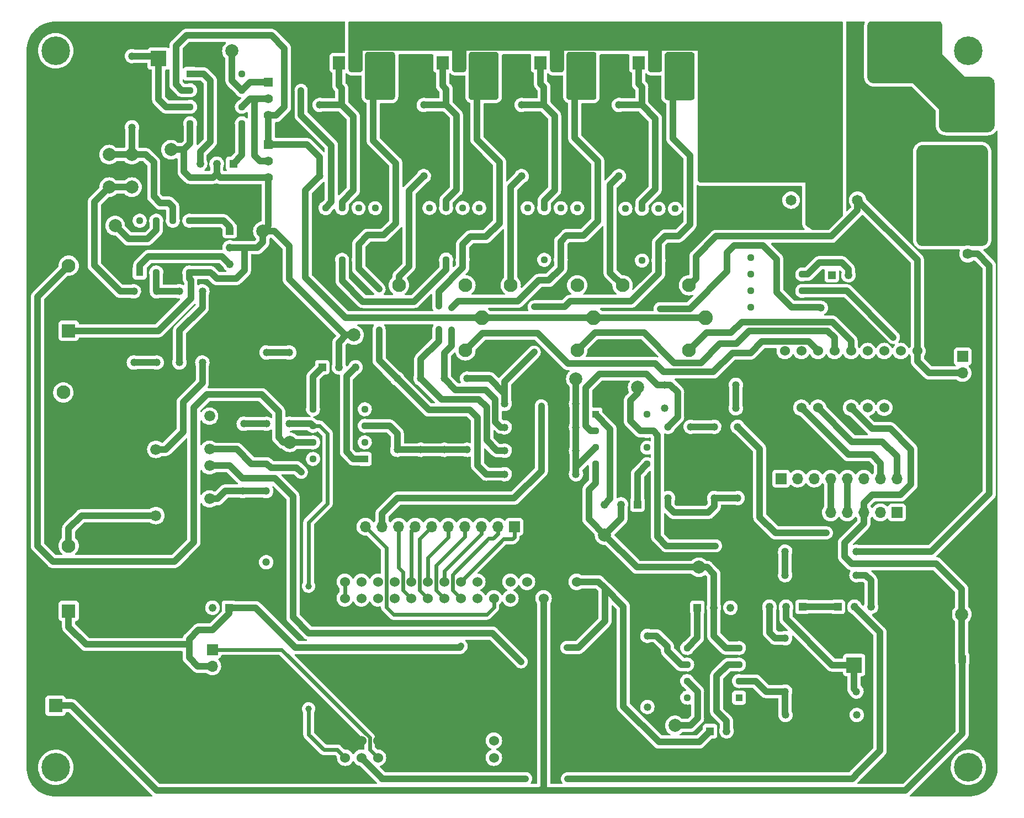
<source format=gbr>
%TF.GenerationSoftware,KiCad,Pcbnew,(6.0.0)*%
%TF.CreationDate,2022-02-28T16:42:28-03:00*%
%TF.ProjectId,Circuito de corriente,43697263-7569-4746-9f20-646520636f72,rev?*%
%TF.SameCoordinates,Original*%
%TF.FileFunction,Copper,L2,Bot*%
%TF.FilePolarity,Positive*%
%FSLAX46Y46*%
G04 Gerber Fmt 4.6, Leading zero omitted, Abs format (unit mm)*
G04 Created by KiCad (PCBNEW (6.0.0)) date 2022-02-28 16:42:28*
%MOMM*%
%LPD*%
G01*
G04 APERTURE LIST*
%TA.AperFunction,ComponentPad*%
%ADD10C,1.190000*%
%TD*%
%TA.AperFunction,ComponentPad*%
%ADD11R,1.700000X1.700000*%
%TD*%
%TA.AperFunction,ComponentPad*%
%ADD12O,1.700000X1.700000*%
%TD*%
%TA.AperFunction,ComponentPad*%
%ADD13C,2.000000*%
%TD*%
%TA.AperFunction,ComponentPad*%
%ADD14R,1.130000X1.130000*%
%TD*%
%TA.AperFunction,ComponentPad*%
%ADD15C,1.130000*%
%TD*%
%TA.AperFunction,ComponentPad*%
%ADD16R,2.400000X2.400000*%
%TD*%
%TA.AperFunction,ComponentPad*%
%ADD17O,2.400000X2.400000*%
%TD*%
%TA.AperFunction,ComponentPad*%
%ADD18C,2.100000*%
%TD*%
%TA.AperFunction,ComponentPad*%
%ADD19C,2.250000*%
%TD*%
%TA.AperFunction,ComponentPad*%
%ADD20C,2.200000*%
%TD*%
%TA.AperFunction,ComponentPad*%
%ADD21R,1.905000X2.000000*%
%TD*%
%TA.AperFunction,ComponentPad*%
%ADD22O,1.905000X2.000000*%
%TD*%
%TA.AperFunction,ComponentPad*%
%ADD23R,1.218000X1.218000*%
%TD*%
%TA.AperFunction,ComponentPad*%
%ADD24C,1.218000*%
%TD*%
%TA.AperFunction,ComponentPad*%
%ADD25R,1.676400X1.676400*%
%TD*%
%TA.AperFunction,ComponentPad*%
%ADD26C,1.676400*%
%TD*%
%TA.AperFunction,ComponentPad*%
%ADD27R,2.100000X2.100000*%
%TD*%
%TA.AperFunction,ComponentPad*%
%ADD28R,1.524000X1.524000*%
%TD*%
%TA.AperFunction,ComponentPad*%
%ADD29C,1.524000*%
%TD*%
%TA.AperFunction,ComponentPad*%
%ADD30C,0.700000*%
%TD*%
%TA.AperFunction,ComponentPad*%
%ADD31C,4.400000*%
%TD*%
%TA.AperFunction,ComponentPad*%
%ADD32R,1.590000X1.590000*%
%TD*%
%TA.AperFunction,ComponentPad*%
%ADD33C,1.590000*%
%TD*%
%TA.AperFunction,ComponentPad*%
%ADD34R,1.410000X1.410000*%
%TD*%
%TA.AperFunction,ComponentPad*%
%ADD35C,1.410000*%
%TD*%
%TA.AperFunction,ComponentPad*%
%ADD36R,1.200000X1.200000*%
%TD*%
%TA.AperFunction,ComponentPad*%
%ADD37C,1.200000*%
%TD*%
%TA.AperFunction,ComponentPad*%
%ADD38C,1.650000*%
%TD*%
%TA.AperFunction,ComponentPad*%
%ADD39C,3.116000*%
%TD*%
%TA.AperFunction,ViaPad*%
%ADD40C,1.000000*%
%TD*%
%TA.AperFunction,Conductor*%
%ADD41C,1.000000*%
%TD*%
%TA.AperFunction,Conductor*%
%ADD42C,0.600000*%
%TD*%
G04 APERTURE END LIST*
D10*
%TO.P,R29,1*%
%TO.N,/fromDAC_Vref*%
X193085000Y-134666000D03*
%TO.P,R29,2*%
%TO.N,Net-(R28-Pad2)*%
X182155000Y-134666000D03*
%TD*%
D11*
%TO.P,J2,1,Pin_1*%
%TO.N,/fromMicroC_ADC_RD*%
X181460000Y-98390000D03*
D12*
%TO.P,J2,2,Pin_2*%
%TO.N,/fromMicroC_ADC_RST*%
X184000000Y-98390000D03*
%TO.P,J2,3,Pin_3*%
%TO.N,/fromMicroC_ADC_CONV*%
X186540000Y-98390000D03*
%TO.P,J2,4,Pin_4*%
%TO.N,/fromMicroC_DACI2C_SCL*%
X189080000Y-98390000D03*
%TO.P,J2,5,Pin_5*%
%TO.N,/fromMicroC_DACI2C_SDA*%
X191620000Y-98390000D03*
%TO.P,J2,6,Pin_6*%
%TO.N,/fromMicroC_A6841ST1*%
X194160000Y-98390000D03*
%TO.P,J2,7,Pin_7*%
%TO.N,/fromMicroC_A6841SerialDataIN*%
X199240000Y-98390000D03*
%TO.P,J2,8,Pin_8*%
%TO.N,/fromMicroC_A6841CLK1*%
X196700000Y-98390000D03*
%TD*%
D13*
%TO.P,C2,1,1*%
%TO.N,GND*%
X101100000Y-92800000D03*
%TO.P,C2,2,2*%
%TO.N,/+12V1*%
X106100000Y-92800000D03*
%TD*%
D14*
%TO.P,U8,1,Off*%
%TO.N,Net-(RV8-Pad3)*%
X117615000Y-95360000D03*
D15*
%TO.P,U8,2,-In*%
%TO.N,Net-(R35-Pad2)*%
X117615000Y-92820000D03*
%TO.P,U8,3,+In*%
%TO.N,Net-(R31-Pad2)*%
X117615000Y-90280000D03*
%TO.P,U8,4,-Vs*%
%TO.N,/-12V*%
X117615000Y-87740000D03*
%TO.P,U8,5,Off*%
%TO.N,Net-(RV8-Pad1)*%
X109675000Y-87740000D03*
%TO.P,U8,6,Out*%
%TO.N,/toADC_LoadCurrent*%
X109675000Y-90280000D03*
%TO.P,U8,7,+Vs*%
%TO.N,/+12V1*%
X109675000Y-92820000D03*
%TO.P,U8,8,NC*%
%TO.N,unconnected-(U8-Pad8)*%
X109675000Y-95360000D03*
%TD*%
D16*
%TO.P,D2,1,K*%
%TO.N,/VI_3.3V*%
X192660000Y-127000000D03*
D17*
%TO.P,D2,2,A*%
%TO.N,GND*%
X182500000Y-127000000D03*
%TD*%
D18*
%TO.P,K2,1*%
%TO.N,/+12V2*%
X150200000Y-68700000D03*
%TO.P,K2,2*%
%TO.N,Net-(K2-Pad2)*%
X150200000Y-78700000D03*
%TO.P,K2,3,NO*%
%TO.N,Net-(K2-Pad3)*%
X140000000Y-68700000D03*
%TO.P,K2,4,NC*%
%TO.N,GND*%
X140000000Y-78700000D03*
D19*
%TO.P,K2,5,C*%
%TO.N,/PushPullOut*%
X152700000Y-73700000D03*
%TD*%
D10*
%TO.P,R27,1*%
%TO.N,Net-(R27-Pad1)*%
X182095000Y-122866000D03*
%TO.P,R27,2*%
%TO.N,GND*%
X193025000Y-122866000D03*
%TD*%
%TO.P,R10,1*%
%TO.N,Net-(K1-Pad3)*%
X126666666Y-51965000D03*
%TO.P,R10,2*%
%TO.N,/Circuito de control de corriente/GS2*%
X126666666Y-41035000D03*
%TD*%
%TO.P,R12,1*%
%TO.N,Net-(K2-Pad3)*%
X141666666Y-51965000D03*
%TO.P,R12,2*%
%TO.N,/Circuito de control de corriente/GS3*%
X141666666Y-41035000D03*
%TD*%
%TO.P,R30,1*%
%TO.N,Net-(R28-Pad2)*%
X160960000Y-133435000D03*
%TO.P,R30,2*%
%TO.N,/Error2*%
X160960000Y-122505000D03*
%TD*%
D20*
%TO.P,R11,1*%
%TO.N,/V2*%
X134800000Y-39000000D03*
%TO.P,R11,2*%
%TO.N,GND*%
X134800000Y-54000000D03*
%TD*%
D10*
%TO.P,R13,1*%
%TO.N,Net-(K3-Pad3)*%
X156600000Y-51965000D03*
%TO.P,R13,2*%
%TO.N,/Circuito de control de corriente/GS4*%
X156600000Y-41035000D03*
%TD*%
D13*
%TO.P,C9,1,1*%
%TO.N,/Adaptaci\u00F3n_Se\u00F1al_Control/Se\u00F1alControl*%
X81900000Y-48650000D03*
%TO.P,C9,2,2*%
%TO.N,Net-(C8-Pad2)*%
X81900000Y-53650000D03*
%TD*%
D21*
%TO.P,U55,1,G*%
%TO.N,/Circuito de control de corriente/GS1*%
X113660000Y-34545000D03*
D22*
%TO.P,U55,2,D*%
%TO.N,/CEP_Input+_MOS*%
X116200000Y-34545000D03*
%TO.P,U55,3,S*%
%TO.N,/V1*%
X118740000Y-34545000D03*
%TD*%
D10*
%TO.P,R34,1*%
%TO.N,/V4*%
X133300000Y-83035000D03*
%TO.P,R34,2*%
%TO.N,Net-(R31-Pad2)*%
X133300000Y-93965000D03*
%TD*%
%TO.P,R17,1*%
%TO.N,Net-(R16-Pad2)*%
X167600000Y-90435000D03*
%TO.P,R17,2*%
%TO.N,GND*%
X167600000Y-101365000D03*
%TD*%
D11*
%TO.P,U5,1,VOUT*%
%TO.N,/fromDAC_Vref*%
X199250000Y-103580000D03*
D12*
%TO.P,U5,2,VSS*%
%TO.N,unconnected-(U5-Pad2)*%
X196710000Y-103580000D03*
%TO.P,U5,3,VDD*%
%TO.N,/+3.3V*%
X194170000Y-103580000D03*
%TO.P,U5,4,SDA*%
%TO.N,/fromMicroC_DACI2C_SDA*%
X191630000Y-103580000D03*
%TO.P,U5,5,SCL*%
%TO.N,/fromMicroC_DACI2C_SCL*%
X189090000Y-103580000D03*
%TO.P,U5,6,AO*%
%TO.N,GND*%
X186550000Y-103580000D03*
%TD*%
D20*
%TO.P,R14,1*%
%TO.N,/V4*%
X164850000Y-39000000D03*
%TO.P,R14,2*%
%TO.N,GND*%
X164850000Y-54000000D03*
%TD*%
D14*
%TO.P,UA1,1,GND*%
%TO.N,/toMicroC_OverVoltageSignal*%
X184720000Y-72110000D03*
D15*
%TO.P,UA1,2,+*%
%TO.N,/VI_3.3V*%
X184720000Y-69570000D03*
%TO.P,UA1,3,-*%
%TO.N,/Proteccion Sobre Tension (53V)/3.5V*%
X184720000Y-67030000D03*
%TO.P,UA1,4,V-*%
%TO.N,GND*%
X184720000Y-64490000D03*
%TO.P,UA1,5,BAL*%
%TO.N,unconnected-(UA1-Pad5)*%
X176780000Y-64490000D03*
%TO.P,UA1,6,STRB*%
%TO.N,unconnected-(UA1-Pad6)*%
X176780000Y-67030000D03*
%TO.P,UA1,7*%
%TO.N,/+3.3V*%
X176780000Y-69570000D03*
%TO.P,UA1,8,V+*%
%TO.N,/+12V1*%
X176780000Y-72110000D03*
%TD*%
D23*
%TO.P,RV2,1,1*%
%TO.N,Net-(RV2-Pad1)*%
X97440000Y-50050000D03*
D24*
%TO.P,RV2,2,2*%
%TO.N,/-12V*%
X94900000Y-50050000D03*
%TO.P,RV2,3,3*%
%TO.N,Net-(RV2-Pad3)*%
X92360000Y-50050000D03*
%TD*%
D10*
%TO.P,R21,1*%
%TO.N,/V3*%
X139085000Y-90500000D03*
%TO.P,R21,2*%
%TO.N,Net-(C3-Pad2)*%
X150015000Y-90500000D03*
%TD*%
D11*
%TO.P,J1,1,Pin_1*%
%TO.N,/toMicroC_ADC_DB0*%
X140560000Y-105770000D03*
D12*
%TO.P,J1,2,Pin_2*%
%TO.N,/toMicroC_ADC_DB1*%
X138020000Y-105770000D03*
%TO.P,J1,3,Pin_3*%
%TO.N,/toMicroC_ADC_DB2*%
X135480000Y-105770000D03*
%TO.P,J1,4,Pin_4*%
%TO.N,/toMicroC_ADC_DB3*%
X132940000Y-105770000D03*
%TO.P,J1,5,Pin_5*%
%TO.N,/toMicroC_ADC_DB4*%
X130400000Y-105770000D03*
%TO.P,J1,6,Pin_6*%
%TO.N,/toMicroC_ADC_DB5*%
X127860000Y-105770000D03*
%TO.P,J1,7,Pin_7*%
%TO.N,/toMicroC_ADC_DB6*%
X125320000Y-105770000D03*
%TO.P,J1,8,Pin_8*%
%TO.N,/toMicroC_ADC_DB7*%
X122780000Y-105770000D03*
%TO.P,J1,9,Pin_9*%
%TO.N,/toMicroC_OverVoltageSignal*%
X120240000Y-105770000D03*
%TO.P,J1,10,Pin_10*%
%TO.N,/toMicroC_ADC_BUSY*%
X117700000Y-105770000D03*
%TD*%
D14*
%TO.P,U6,1,Off*%
%TO.N,Net-(RV3-Pad3)*%
X152992500Y-88540000D03*
D15*
%TO.P,U6,2,-In*%
%TO.N,Net-(R18-Pad2)*%
X152992500Y-91080000D03*
%TO.P,U6,3,+In*%
%TO.N,Net-(C3-Pad2)*%
X152992500Y-93620000D03*
%TO.P,U6,4,-Vs*%
%TO.N,/-12V*%
X152992500Y-96160000D03*
%TO.P,U6,5,Off*%
%TO.N,Net-(RV3-Pad1)*%
X160932500Y-96160000D03*
%TO.P,U6,6,Out*%
%TO.N,unconnected-(U6-Pad6)*%
X160932500Y-93620000D03*
%TO.P,U6,7,+Vs*%
%TO.N,/+12V1*%
X160932500Y-91080000D03*
%TO.P,U6,8,NC*%
%TO.N,unconnected-(U6-Pad8)*%
X160932500Y-88540000D03*
%TD*%
D21*
%TO.P,U22,1,G*%
%TO.N,/Circuito de control de corriente/GS4*%
X159610000Y-34545000D03*
D22*
%TO.P,U22,2,D*%
%TO.N,/CEP_Input+_MOS*%
X162150000Y-34545000D03*
%TO.P,U22,3,S*%
%TO.N,/V4*%
X164690000Y-34545000D03*
%TD*%
D25*
%TO.P,UB1,1,Y4*%
%TO.N,GND*%
X85580000Y-88820000D03*
D26*
%TO.P,UB1,2,Y6*%
X85580000Y-91360000D03*
%TO.P,UB1,3,Z*%
%TO.N,/Adaptaci\u00F3n_Se\u00F1al_Control/Error*%
X85580000Y-93900000D03*
%TO.P,UB1,4,Y7*%
%TO.N,GND*%
X85580000Y-96440000D03*
%TO.P,UB1,5,Y5*%
X85580000Y-98980000D03*
%TO.P,UB1,6,~{E}*%
X85580000Y-101520000D03*
%TO.P,UB1,7,VEE*%
%TO.N,/-5V*%
X85580000Y-104060000D03*
%TO.P,UB1,8,GND*%
%TO.N,GND*%
X85580000Y-106600000D03*
%TO.P,UB1,9,S2*%
X93800000Y-106580000D03*
%TO.P,UB1,10,S1*%
X93800000Y-104040000D03*
%TO.P,UB1,11,S0*%
%TO.N,/fromMicroC_FBLSelection*%
X93800000Y-101500000D03*
%TO.P,UB1,12,Y3*%
%TO.N,GND*%
X93800000Y-98960000D03*
%TO.P,UB1,13,Y0*%
%TO.N,/Error2*%
X93800000Y-96420000D03*
%TO.P,UB1,14,Y1*%
%TO.N,/Error1*%
X93800000Y-93880000D03*
%TO.P,UB1,15,Y2*%
%TO.N,GND*%
X93800000Y-91340000D03*
%TO.P,UB1,16,VCC*%
%TO.N,/+5V*%
X93800000Y-88800000D03*
%TD*%
D27*
%TO.P,J5,1,Pin_1*%
%TO.N,/+5V*%
X72200000Y-118700000D03*
D18*
%TO.P,J5,2,Pin_2*%
%TO.N,GND*%
X72200000Y-113700000D03*
%TO.P,J5,3,Pin_3*%
%TO.N,/-5V*%
X72200000Y-108700000D03*
%TD*%
D28*
%TO.P,U3,1,VEE*%
%TO.N,GND*%
X182040000Y-87500000D03*
D29*
%TO.P,U3,2,CLOCK*%
%TO.N,/fromMicroC_A6841CLK1*%
X184580000Y-87500000D03*
%TO.P,U3,3,SERIAL_DATA_IN*%
%TO.N,/fromMicroC_A6841SerialDataIN*%
X187120000Y-87500000D03*
%TO.P,U3,4,LOGIC_GROUND*%
%TO.N,GND*%
X189660000Y-87500000D03*
%TO.P,U3,5,LOGIC_SUPPLY*%
%TO.N,/+3.3V*%
X192200000Y-87500000D03*
%TO.P,U3,6,SERIAL_DATA_OUT*%
%TO.N,unconnected-(U3-Pad6)*%
X194740000Y-87500000D03*
%TO.P,U3,7,STROBE*%
%TO.N,/fromMicroC_A6841ST1*%
X197280000Y-87500000D03*
%TO.P,U3,8,OUTPUT_ENABLE*%
%TO.N,GND*%
X199820000Y-87500000D03*
%TO.P,U3,9,VEE*%
X202360000Y-87500000D03*
%TO.P,U3,10,K*%
%TO.N,/+12V2*%
X202360000Y-78800000D03*
%TO.P,U3,11,OUT_8*%
%TO.N,unconnected-(U3-Pad11)*%
X199820000Y-78800000D03*
%TO.P,U3,12,OUT_7*%
%TO.N,unconnected-(U3-Pad12)*%
X197280000Y-78800000D03*
%TO.P,U3,13,OUT_6*%
%TO.N,/fromA6841_toFanEnable*%
X194740000Y-78800000D03*
%TO.P,U3,14,OUT_5*%
%TO.N,Net-(K3-Pad2)*%
X192200000Y-78800000D03*
%TO.P,U3,15,OUT_4*%
%TO.N,Net-(K2-Pad2)*%
X189660000Y-78800000D03*
%TO.P,U3,16,OUT_3*%
%TO.N,Net-(K1-Pad2)*%
X187120000Y-78800000D03*
%TO.P,U3,17,OUT_2*%
%TO.N,/fromA6841_FeedbackLoopSelection*%
X184580000Y-78800000D03*
%TO.P,U3,18,OUT_1*%
%TO.N,/fromA6841_PowerEnable*%
X182040000Y-78800000D03*
%TD*%
D13*
%TO.P,C15,1,1*%
%TO.N,GND*%
X165200000Y-141270000D03*
%TO.P,C15,2,2*%
%TO.N,/+12V1*%
X165200000Y-136270000D03*
%TD*%
D10*
%TO.P,R7,1*%
%TO.N,/Adaptaci\u00F3n_Se\u00F1al_Control/Se\u00F1alControl*%
X81900000Y-44465000D03*
%TO.P,R7,2*%
%TO.N,/Adaptaci\u00F3n_Se\u00F1al_Control/PushPullIN*%
X81900000Y-33535000D03*
%TD*%
D23*
%TO.P,RV9,1,1*%
%TO.N,/+5V*%
X96785000Y-118200000D03*
D24*
%TO.P,RV9,2,2*%
%TO.N,/ILimit_Vref*%
X94245000Y-118200000D03*
%TO.P,RV9,3,3*%
%TO.N,GND*%
X91705000Y-118200000D03*
%TD*%
D10*
%TO.P,ROp1,1*%
%TO.N,/Circuito de control de corriente/GS1*%
X114100000Y-41035000D03*
%TO.P,ROp1,2*%
%TO.N,GND*%
X114100000Y-51965000D03*
%TD*%
%TO.P,R15,1*%
%TO.N,/fromDAC_Vref*%
X174800000Y-90435000D03*
%TO.P,R15,2*%
%TO.N,Net-(R15-Pad2)*%
X174800000Y-101365000D03*
%TD*%
%TO.P,R39,1*%
%TO.N,/toMicroC_OverVoltageSignal*%
X187560000Y-72175000D03*
%TO.P,R39,2*%
%TO.N,GND*%
X198490000Y-72175000D03*
%TD*%
%TO.P,R19,1*%
%TO.N,/V1*%
X139085000Y-97700000D03*
%TO.P,R19,2*%
%TO.N,Net-(C3-Pad2)*%
X150015000Y-97700000D03*
%TD*%
D14*
%TO.P,UA5,1,GND*%
%TO.N,GND*%
X157590000Y-64900000D03*
D15*
%TO.P,UA5,2,+*%
%TO.N,/ILimit_Vref*%
X160130000Y-64900000D03*
%TO.P,UA5,3,-*%
%TO.N,/V4*%
X162670000Y-64900000D03*
%TO.P,UA5,4,V-*%
%TO.N,GND*%
X165210000Y-64900000D03*
%TO.P,UA5,5,BAL*%
%TO.N,unconnected-(UA5-Pad5)*%
X165210000Y-56960000D03*
%TO.P,UA5,6,STRB*%
%TO.N,unconnected-(UA5-Pad6)*%
X162670000Y-56960000D03*
%TO.P,UA5,7*%
%TO.N,/Circuito de control de corriente/GS4*%
X160130000Y-56960000D03*
%TO.P,UA5,8,V+*%
%TO.N,/+12V1*%
X157590000Y-56960000D03*
%TD*%
D10*
%TO.P,R16,1*%
%TO.N,Net-(R15-Pad2)*%
X171200000Y-101365000D03*
%TO.P,R16,2*%
%TO.N,Net-(R16-Pad2)*%
X171200000Y-90435000D03*
%TD*%
D14*
%TO.P,UA3,1,GND*%
%TO.N,GND*%
X127540000Y-64770000D03*
D15*
%TO.P,UA3,2,+*%
%TO.N,/ILimit_Vref*%
X130080000Y-64770000D03*
%TO.P,UA3,3,-*%
%TO.N,/V2*%
X132620000Y-64770000D03*
%TO.P,UA3,4,V-*%
%TO.N,GND*%
X135160000Y-64770000D03*
%TO.P,UA3,5,BAL*%
%TO.N,unconnected-(UA3-Pad5)*%
X135160000Y-56830000D03*
%TO.P,UA3,6,STRB*%
%TO.N,unconnected-(UA3-Pad6)*%
X132620000Y-56830000D03*
%TO.P,UA3,7*%
%TO.N,/Circuito de control de corriente/GS2*%
X130080000Y-56830000D03*
%TO.P,UA3,8,V+*%
%TO.N,/+12V1*%
X127540000Y-56830000D03*
%TD*%
D13*
%TO.P,C6,1,1*%
%TO.N,/-12V*%
X102000000Y-60400000D03*
%TO.P,C6,2,2*%
%TO.N,GND*%
X102000000Y-65400000D03*
%TD*%
D10*
%TO.P,R23,1*%
%TO.N,Net-(R18-Pad2)*%
X163585000Y-84000000D03*
%TO.P,R23,2*%
%TO.N,Net-(R23-Pad2)*%
X174515000Y-84000000D03*
%TD*%
D14*
%TO.P,UA4,1,GND*%
%TO.N,GND*%
X142590000Y-64800000D03*
D15*
%TO.P,UA4,2,+*%
%TO.N,/ILimit_Vref*%
X145130000Y-64800000D03*
%TO.P,UA4,3,-*%
%TO.N,/V3*%
X147670000Y-64800000D03*
%TO.P,UA4,4,V-*%
%TO.N,GND*%
X150210000Y-64800000D03*
%TO.P,UA4,5,BAL*%
%TO.N,unconnected-(UA4-Pad5)*%
X150210000Y-56860000D03*
%TO.P,UA4,6,STRB*%
%TO.N,unconnected-(UA4-Pad6)*%
X147670000Y-56860000D03*
%TO.P,UA4,7*%
%TO.N,/Circuito de control de corriente/GS3*%
X145130000Y-56860000D03*
%TO.P,UA4,8,V+*%
%TO.N,/+12V1*%
X142590000Y-56860000D03*
%TD*%
D30*
%TO.P,H1,1*%
%TO.N,N/C*%
X69033274Y-31533274D03*
X70200000Y-31050000D03*
X71366726Y-31533274D03*
X70200000Y-34350000D03*
D31*
X70200000Y-32700000D03*
D30*
X68550000Y-32700000D03*
X69033274Y-33866726D03*
X71850000Y-32700000D03*
X71366726Y-33866726D03*
%TD*%
D10*
%TO.P,R25,1*%
%TO.N,/CEP_Input+_2*%
X193025000Y-109600000D03*
%TO.P,R25,2*%
%TO.N,Net-(R25-Pad2)*%
X182095000Y-109600000D03*
%TD*%
D23*
%TO.P,RV3,1,1*%
%TO.N,Net-(RV3-Pad1)*%
X159440000Y-102350000D03*
D24*
%TO.P,RV3,2,2*%
%TO.N,/-12V*%
X156900000Y-102350000D03*
%TO.P,RV3,3,3*%
%TO.N,Net-(RV3-Pad3)*%
X154360000Y-102350000D03*
%TD*%
D13*
%TO.P,C14,1,1*%
%TO.N,GND*%
X173860000Y-112000000D03*
%TO.P,C14,2,2*%
%TO.N,/-12V*%
X168860000Y-112000000D03*
%TD*%
D10*
%TO.P,R8,1*%
%TO.N,/PushPullOut*%
X110700000Y-51965000D03*
%TO.P,R8,2*%
%TO.N,/Circuito de control de corriente/GS1*%
X110700000Y-41035000D03*
%TD*%
D30*
%TO.P,H4,1*%
%TO.N,N/C*%
X71366726Y-143866726D03*
X69033274Y-143866726D03*
X68550000Y-142700000D03*
X70200000Y-141050000D03*
X69033274Y-141533274D03*
X71366726Y-141533274D03*
X70200000Y-144350000D03*
D31*
X70200000Y-142700000D03*
D30*
X71850000Y-142700000D03*
%TD*%
D23*
%TO.P,RV6,1,1*%
%TO.N,/+5V*%
X170570000Y-137150000D03*
D24*
%TO.P,RV6,2,2*%
%TO.N,/Lazo Realimentacion de Voltaje (Lazo 2)/1.1V*%
X173110000Y-137150000D03*
%TO.P,RV6,3,3*%
%TO.N,GND*%
X175650000Y-137150000D03*
%TD*%
D10*
%TO.P,R28,1*%
%TO.N,/VI_3.3V*%
X193025000Y-131066000D03*
%TO.P,R28,2*%
%TO.N,Net-(R28-Pad2)*%
X182095000Y-131066000D03*
%TD*%
%TO.P,R36,1*%
%TO.N,Net-(R35-Pad2)*%
X102550000Y-89965000D03*
%TO.P,R36,2*%
%TO.N,Net-(R36-Pad2)*%
X102550000Y-79035000D03*
%TD*%
D21*
%TO.P,U18,1,G*%
%TO.N,/Circuito de control de corriente/GS2*%
X129560000Y-34545000D03*
D22*
%TO.P,U18,2,D*%
%TO.N,/CEP_Input+_MOS*%
X132100000Y-34545000D03*
%TO.P,U18,3,S*%
%TO.N,/V2*%
X134640000Y-34545000D03*
%TD*%
D13*
%TO.P,C5,1,1*%
%TO.N,GND*%
X154475000Y-84375000D03*
%TO.P,C5,2,2*%
%TO.N,/+12V1*%
X159475000Y-84375000D03*
%TD*%
D18*
%TO.P,K3,1*%
%TO.N,/+12V2*%
X167350000Y-68700000D03*
%TO.P,K3,2*%
%TO.N,Net-(K3-Pad2)*%
X167350000Y-78700000D03*
%TO.P,K3,3,NO*%
%TO.N,Net-(K3-Pad3)*%
X157150000Y-68700000D03*
%TO.P,K3,4,NC*%
%TO.N,GND*%
X157150000Y-78700000D03*
D19*
%TO.P,K3,5,C*%
%TO.N,/PushPullOut*%
X169850000Y-73700000D03*
%TD*%
D14*
%TO.P,UA2,1,GND*%
%TO.N,GND*%
X111590000Y-64800000D03*
D15*
%TO.P,UA2,2,+*%
%TO.N,/ILimit_Vref*%
X114130000Y-64800000D03*
%TO.P,UA2,3,-*%
%TO.N,/V1*%
X116670000Y-64800000D03*
%TO.P,UA2,4,V-*%
%TO.N,GND*%
X119210000Y-64800000D03*
%TO.P,UA2,5,BAL*%
%TO.N,unconnected-(UA2-Pad5)*%
X119210000Y-56860000D03*
%TO.P,UA2,6,STRB*%
%TO.N,unconnected-(UA2-Pad6)*%
X116670000Y-56860000D03*
%TO.P,UA2,7*%
%TO.N,/Circuito de control de corriente/GS1*%
X114130000Y-56860000D03*
%TO.P,UA2,8,V+*%
%TO.N,/+12V1*%
X111590000Y-56860000D03*
%TD*%
D13*
%TO.P,C12,1,1*%
%TO.N,/+3.3V*%
X209190000Y-119200000D03*
%TO.P,C12,2,2*%
%TO.N,GND*%
X204190000Y-119200000D03*
%TD*%
D10*
%TO.P,R3,1*%
%TO.N,/Adaptaci\u00F3n_Se\u00F1al_Control/Error*%
X92700000Y-80565000D03*
%TO.P,R3,2*%
%TO.N,Net-(R3-Pad2)*%
X92700000Y-69635000D03*
%TD*%
%TO.P,R20,1*%
%TO.N,/V2*%
X139085000Y-94100000D03*
%TO.P,R20,2*%
%TO.N,Net-(C3-Pad2)*%
X150015000Y-94100000D03*
%TD*%
D13*
%TO.P,U16,1*%
%TO.N,/CEP_Inpunt+_1*%
X210096000Y-53132000D03*
%TO.P,U16,2*%
%TO.N,/Proteccion Sobre Tension (53V)/F_In*%
X210096000Y-41732000D03*
%TD*%
D10*
%TO.P,R5,1*%
%TO.N,Net-(R4-Pad2)*%
X85700000Y-69635000D03*
%TO.P,R5,2*%
%TO.N,Net-(R5-Pad2)*%
X85700000Y-80565000D03*
%TD*%
D14*
%TO.P,U1,1,Off*%
%TO.N,Net-(RV1-Pad3)*%
X83090000Y-66738750D03*
D15*
%TO.P,U1,2,-In*%
%TO.N,Net-(R4-Pad2)*%
X85630000Y-66738750D03*
%TO.P,U1,3,+In*%
%TO.N,GND*%
X88170000Y-66738750D03*
%TO.P,U1,4,-Vs*%
%TO.N,/-12V*%
X90710000Y-66738750D03*
%TO.P,U1,5,Off*%
%TO.N,Net-(RV1-Pad1)*%
X90710000Y-58798750D03*
%TO.P,U1,6,Out*%
%TO.N,/Adaptaci\u00F3n_Se\u00F1al_Control/Se\u00F1alControl*%
X88170000Y-58798750D03*
%TO.P,U1,7,+Vs*%
%TO.N,/+12V1*%
X85630000Y-58798750D03*
%TO.P,U1,8,NC*%
%TO.N,unconnected-(U1-Pad8)*%
X83090000Y-58798750D03*
%TD*%
D13*
%TO.P,C11,1,1*%
%TO.N,GND*%
X92250000Y-32750000D03*
%TO.P,C11,2,2*%
%TO.N,/+12V1*%
X97250000Y-32750000D03*
%TD*%
D21*
%TO.P,U20,1,G*%
%TO.N,/Circuito de control de corriente/GS3*%
X144560000Y-34545000D03*
D22*
%TO.P,U20,2,D*%
%TO.N,/CEP_Input+_MOS*%
X147100000Y-34545000D03*
%TO.P,U20,3,S*%
%TO.N,/V3*%
X149640000Y-34545000D03*
%TD*%
D18*
%TO.P,J6,1,Pin_1*%
%TO.N,/+12V1*%
X72200000Y-65700000D03*
%TO.P,J6,2,Pin_2*%
%TO.N,GND*%
X72200000Y-70700000D03*
D27*
%TO.P,J6,3,Pin_3*%
%TO.N,/-12V*%
X72200000Y-75700000D03*
%TD*%
D23*
%TO.P,RV4,1,1*%
%TO.N,Net-(RV4-Pad1)*%
X190180000Y-118066000D03*
D24*
%TO.P,RV4,2,2*%
%TO.N,/toADC_LoadVoltage*%
X192720000Y-118066000D03*
%TO.P,RV4,3,3*%
%TO.N,Net-(R26-Pad2)*%
X195260000Y-118066000D03*
%TD*%
D13*
%TO.P,C4,1,1*%
%TO.N,/-12V*%
X154400000Y-107050000D03*
%TO.P,C4,2,2*%
%TO.N,GND*%
X159400000Y-107050000D03*
%TD*%
D20*
%TO.P,R9,1*%
%TO.N,/V1*%
X118900000Y-39000000D03*
%TO.P,R9,2*%
%TO.N,GND*%
X118900000Y-54000000D03*
%TD*%
D10*
%TO.P,R35,1*%
%TO.N,GND*%
X99050000Y-79035000D03*
%TO.P,R35,2*%
%TO.N,Net-(R35-Pad2)*%
X99050000Y-89965000D03*
%TD*%
D32*
%TO.P,J7,1,Pin_1*%
%TO.N,GND*%
X210096000Y-68989250D03*
D33*
%TO.P,J7,2,Pin_2*%
X210096000Y-66449250D03*
%TO.P,J7,3,Pin_3*%
%TO.N,/CEP_Input+_2*%
X210096000Y-63909250D03*
%TO.P,J7,4,Pin_4*%
%TO.N,/CEP_Inpunt+_1*%
X210096000Y-61369250D03*
%TD*%
D10*
%TO.P,R38,1*%
%TO.N,Net-(R36-Pad2)*%
X106050000Y-79035000D03*
%TO.P,R38,2*%
%TO.N,/toADC_LoadCurrent*%
X106050000Y-89965000D03*
%TD*%
D23*
%TO.P,RV1,1,1*%
%TO.N,Net-(RV1-Pad1)*%
X96900000Y-60360000D03*
D24*
%TO.P,RV1,2,2*%
%TO.N,/-12V*%
X96900000Y-62900000D03*
%TO.P,RV1,3,3*%
%TO.N,Net-(RV1-Pad3)*%
X96900000Y-65440000D03*
%TD*%
D10*
%TO.P,R32,1*%
%TO.N,/V2*%
X126200000Y-83035000D03*
%TO.P,R32,2*%
%TO.N,Net-(R31-Pad2)*%
X126200000Y-93965000D03*
%TD*%
D30*
%TO.P,H2,1*%
%TO.N,N/C*%
X210200000Y-31050000D03*
X209033274Y-33866726D03*
X208550000Y-32700000D03*
D31*
X210200000Y-32700000D03*
D30*
X211850000Y-32700000D03*
X211366726Y-31533274D03*
X210200000Y-34350000D03*
X209033274Y-31533274D03*
X211366726Y-33866726D03*
%TD*%
D10*
%TO.P,R18,1*%
%TO.N,Net-(R15-Pad2)*%
X164100000Y-101365000D03*
%TO.P,R18,2*%
%TO.N,Net-(R18-Pad2)*%
X164100000Y-90435000D03*
%TD*%
%TO.P,R31,1*%
%TO.N,/V1*%
X122600000Y-83035000D03*
%TO.P,R31,2*%
%TO.N,Net-(R31-Pad2)*%
X122600000Y-93965000D03*
%TD*%
D18*
%TO.P,J3,1,Pin_1*%
%TO.N,/+12V2*%
X71376098Y-85160000D03*
D27*
%TO.P,J3,2,Pin_2*%
%TO.N,GND*%
X71376098Y-90240000D03*
%TD*%
D10*
%TO.P,ROp3,1*%
%TO.N,/Circuito de control de corriente/GS3*%
X145100000Y-41035000D03*
%TO.P,ROp3,2*%
%TO.N,GND*%
X145100000Y-51965000D03*
%TD*%
D20*
%TO.P,R37,1*%
%TO.N,/V3*%
X149800000Y-39000000D03*
%TO.P,R37,2*%
%TO.N,GND*%
X149800000Y-54000000D03*
%TD*%
D29*
%TO.P,U4,*%
%TO.N,*%
X137415000Y-141220000D03*
X137415000Y-138604000D03*
%TO.P,U4,1,+5V*%
%TO.N,/+5V*%
X150115000Y-114220000D03*
%TO.P,U4,2,OS0*%
%TO.N,GND*%
X147575000Y-114220000D03*
%TO.P,U4,3,OS2*%
X145035000Y-114220000D03*
%TO.P,U4,4,CVA*%
%TO.N,/fromMicroC_ADC_CONV*%
X142495000Y-114220000D03*
%TO.P,U4,5,RST*%
%TO.N,/fromMicroC_ADC_RST*%
X139955000Y-114220000D03*
%TO.P,U4,6,CS*%
%TO.N,GND*%
X137415000Y-114220000D03*
%TO.P,U4,7,VIO*%
%TO.N,/+3.3V*%
X134875000Y-114220000D03*
%TO.P,U4,8,DB0*%
%TO.N,/toMicroC_ADC_DB0*%
X132335000Y-114220000D03*
%TO.P,U4,9,DB2*%
%TO.N,/toMicroC_ADC_DB2*%
X129795000Y-114220000D03*
%TO.P,U4,10,DB4*%
%TO.N,/toMicroC_ADC_DB4*%
X127255000Y-114220000D03*
%TO.P,U4,11,DB6*%
%TO.N,/toMicroC_ADC_DB6*%
X124715000Y-114220000D03*
%TO.P,U4,12,DB8*%
%TO.N,unconnected-(U4-Pad12)*%
X122175000Y-114220000D03*
%TO.P,U4,13,DB10*%
%TO.N,unconnected-(U4-Pad13)*%
X119635000Y-114220000D03*
%TO.P,U4,14,DB12*%
%TO.N,unconnected-(U4-Pad14)*%
X117095000Y-114220000D03*
%TO.P,U4,15,DB14*%
%TO.N,/+3.3V*%
X114555000Y-114220000D03*
%TO.P,U4,16,DB15*%
X114555000Y-116760000D03*
%TO.P,U4,17,DB13*%
%TO.N,unconnected-(U4-Pad17)*%
X117095000Y-116760000D03*
%TO.P,U4,18,DB11*%
%TO.N,unconnected-(U4-Pad18)*%
X119635000Y-116760000D03*
%TO.P,U4,19,DB9*%
%TO.N,unconnected-(U4-Pad19)*%
X122175000Y-116760000D03*
%TO.P,U4,20,DB7*%
%TO.N,/toMicroC_ADC_DB7*%
X124715000Y-116760000D03*
%TO.P,U4,21,DB5*%
%TO.N,/toMicroC_ADC_DB5*%
X127255000Y-116760000D03*
%TO.P,U4,22,DB3*%
%TO.N,/toMicroC_ADC_DB3*%
X129795000Y-116760000D03*
%TO.P,U4,23,DB1*%
%TO.N,/toMicroC_ADC_DB1*%
X132335000Y-116760000D03*
%TO.P,U4,24,FRST*%
%TO.N,unconnected-(U4-Pad24)*%
X134875000Y-116760000D03*
%TO.P,U4,25,BUSY*%
%TO.N,/toMicroC_ADC_BUSY*%
X137415000Y-116760000D03*
%TO.P,U4,26,RD*%
%TO.N,/fromMicroC_ADC_RD*%
X139955000Y-116760000D03*
%TO.P,U4,27,CVB*%
%TO.N,GND*%
X142495000Y-116760000D03*
%TO.P,U4,28,RAGE*%
%TO.N,/+3.3V*%
X145035000Y-116760000D03*
%TO.P,U4,29,OS1*%
%TO.N,GND*%
X147575000Y-116760000D03*
%TO.P,U4,30,GND*%
X150115000Y-116760000D03*
%TO.P,U4,31,GND_8*%
X132335000Y-138604000D03*
%TO.P,U4,32,GND_7*%
X129795000Y-138604000D03*
%TO.P,U4,33,GND_6*%
X127255000Y-138604000D03*
%TO.P,U4,34,GND_5*%
X124715000Y-138604000D03*
%TO.P,U4,35,GND_4*%
X122175000Y-138604000D03*
%TO.P,U4,36,GND_3*%
X119635000Y-138604000D03*
%TO.P,U4,37,GND_2*%
X117095000Y-138604000D03*
%TO.P,U4,38,GND_1*%
X114615000Y-138604000D03*
%TO.P,U4,39,V1*%
%TO.N,/toADC_LoadCurrent*%
X114615000Y-141220000D03*
%TO.P,U4,40,V2*%
%TO.N,/toADC_LoadVoltage*%
X117095000Y-141220000D03*
%TO.P,U4,41,V3*%
%TO.N,/toADC_MOSFETsTemp*%
X119635000Y-141220000D03*
%TO.P,U4,42,V4*%
%TO.N,GND*%
X122175000Y-141220000D03*
%TO.P,U4,43,V5*%
X124715000Y-141220000D03*
%TO.P,U4,44,V6*%
X127255000Y-141220000D03*
%TO.P,U4,45,V7*%
X129795000Y-141220000D03*
%TO.P,U4,46,V8*%
X132335000Y-141220000D03*
%TD*%
D14*
%TO.P,U7,1,Off*%
%TO.N,Net-(RV7-Pad3)*%
X175005000Y-132010000D03*
D15*
%TO.P,U7,2,-In*%
%TO.N,Net-(R28-Pad2)*%
X175005000Y-129470000D03*
%TO.P,U7,3,+In*%
%TO.N,/Lazo Realimentacion de Voltaje (Lazo 2)/1.1V*%
X175005000Y-126930000D03*
%TO.P,U7,4,-Vs*%
%TO.N,/-12V*%
X175005000Y-124390000D03*
%TO.P,U7,5,Off*%
%TO.N,Net-(RV7-Pad1)*%
X167065000Y-124390000D03*
%TO.P,U7,6,Out*%
%TO.N,/Error2*%
X167065000Y-126930000D03*
%TO.P,U7,7,+Vs*%
%TO.N,/+12V1*%
X167065000Y-129470000D03*
%TO.P,U7,8,NC*%
%TO.N,unconnected-(U7-Pad8)*%
X167065000Y-132010000D03*
%TD*%
D18*
%TO.P,K1,1*%
%TO.N,/+12V2*%
X133050000Y-68700000D03*
%TO.P,K1,2*%
%TO.N,Net-(K1-Pad2)*%
X133050000Y-78700000D03*
%TO.P,K1,3,NO*%
%TO.N,Net-(K1-Pad3)*%
X122850000Y-68700000D03*
%TO.P,K1,4,NC*%
%TO.N,GND*%
X122850000Y-78700000D03*
D19*
%TO.P,K1,5,C*%
%TO.N,/PushPullOut*%
X135550000Y-73700000D03*
%TD*%
D34*
%TO.P,Q2,1,C*%
%TO.N,/PushPullOut*%
X102847500Y-47110000D03*
D35*
%TO.P,Q2,2,B*%
%TO.N,Net-(Q1-Pad2)*%
X102847500Y-49650000D03*
%TO.P,Q2,3,E*%
%TO.N,/-12V*%
X102847500Y-52190000D03*
%TD*%
D31*
%TO.P,H3,1*%
%TO.N,N/C*%
X210200000Y-142700000D03*
D30*
X208550000Y-142700000D03*
X211366726Y-141533274D03*
X210200000Y-144350000D03*
X211850000Y-142700000D03*
X209033274Y-141533274D03*
X211366726Y-143866726D03*
X210200000Y-141050000D03*
X209033274Y-143866726D03*
%TD*%
D13*
%TO.P,C1,1,1*%
%TO.N,/-12V*%
X115950000Y-76350000D03*
%TO.P,C1,2,2*%
%TO.N,GND*%
X110950000Y-76350000D03*
%TD*%
D10*
%TO.P,ROp2,1*%
%TO.N,/Circuito de control de corriente/GS2*%
X130100000Y-41035000D03*
%TO.P,ROp2,2*%
%TO.N,GND*%
X130100000Y-51965000D03*
%TD*%
%TO.P,R22,1*%
%TO.N,/V4*%
X139085000Y-86900000D03*
%TO.P,R22,2*%
%TO.N,Net-(C3-Pad2)*%
X150015000Y-86900000D03*
%TD*%
%TO.P,R2,1*%
%TO.N,/fromMicroC_FBLSelection*%
X98900000Y-100285000D03*
%TO.P,R2,2*%
%TO.N,GND*%
X98900000Y-111215000D03*
%TD*%
%TO.P,ROp4,1*%
%TO.N,/Circuito de control de corriente/GS4*%
X160100000Y-41035000D03*
%TO.P,ROp4,2*%
%TO.N,GND*%
X160100000Y-51965000D03*
%TD*%
D16*
%TO.P,D1,1,K*%
%TO.N,/Adaptaci\u00F3n_Se\u00F1al_Control/PushPullIN*%
X86000000Y-33900000D03*
D17*
%TO.P,D1,2,A*%
%TO.N,GND*%
X86000000Y-44060000D03*
%TD*%
D10*
%TO.P,R26,1*%
%TO.N,Net-(R25-Pad2)*%
X182095000Y-113200000D03*
%TO.P,R26,2*%
%TO.N,Net-(R26-Pad2)*%
X193025000Y-113200000D03*
%TD*%
D13*
%TO.P,C10,1,1*%
%TO.N,/-12V*%
X87900000Y-47900000D03*
%TO.P,C10,2,2*%
%TO.N,GND*%
X87900000Y-52900000D03*
%TD*%
D23*
%TO.P,RV7,1,1*%
%TO.N,Net-(RV7-Pad1)*%
X168620000Y-118200000D03*
D24*
%TO.P,RV7,2,2*%
%TO.N,/-12V*%
X171160000Y-118200000D03*
%TO.P,RV7,3,3*%
%TO.N,Net-(RV7-Pad3)*%
X173700000Y-118200000D03*
%TD*%
D10*
%TO.P,R33,1*%
%TO.N,/V3*%
X129800000Y-83035000D03*
%TO.P,R33,2*%
%TO.N,Net-(R31-Pad2)*%
X129800000Y-93965000D03*
%TD*%
D36*
%TO.P,C13,1*%
%TO.N,/+3.3V*%
X209246750Y-126100000D03*
D37*
%TO.P,C13,2*%
%TO.N,GND*%
X204246750Y-126100000D03*
%TD*%
D12*
%TO.P,U13,1,+VS*%
%TO.N,/+5V*%
X94225000Y-127190000D03*
%TO.P,U13,2,GND*%
%TO.N,GND*%
X94225000Y-129730000D03*
D11*
%TO.P,U13,3,Vout*%
%TO.N,/toADC_MOSFETsTemp*%
X94225000Y-124650000D03*
%TD*%
D13*
%TO.P,C3,1,1*%
%TO.N,GND*%
X145000000Y-83075000D03*
%TO.P,C3,2,2*%
%TO.N,Net-(C3-Pad2)*%
X150000000Y-83075000D03*
%TD*%
D10*
%TO.P,R24,1*%
%TO.N,Net-(R23-Pad2)*%
X174515000Y-87600000D03*
%TO.P,R24,2*%
%TO.N,/Error1*%
X163585000Y-87600000D03*
%TD*%
D13*
%TO.P,C7,1,1*%
%TO.N,GND*%
X79325000Y-64550000D03*
%TO.P,C7,2,2*%
%TO.N,/+12V1*%
X79325000Y-59550000D03*
%TD*%
D10*
%TO.P,R1,1*%
%TO.N,/+12V2*%
X102500000Y-111215000D03*
%TO.P,R1,2*%
%TO.N,/fromMicroC_FBLSelection*%
X102500000Y-100285000D03*
%TD*%
D23*
%TO.P,RV8,1,1*%
%TO.N,Net-(RV8-Pad1)*%
X111110000Y-81300000D03*
D24*
%TO.P,RV8,2,2*%
%TO.N,/-12V*%
X113650000Y-81300000D03*
%TO.P,RV8,3,3*%
%TO.N,Net-(RV8-Pad3)*%
X116190000Y-81300000D03*
%TD*%
D13*
%TO.P,C8,1,1*%
%TO.N,/Adaptaci\u00F3n_Se\u00F1al_Control/Se\u00F1alControl*%
X78400000Y-48650000D03*
%TO.P,C8,2,2*%
%TO.N,Net-(C8-Pad2)*%
X78400000Y-53650000D03*
%TD*%
D23*
%TO.P,RV5,1,1*%
%TO.N,Net-(RV4-Pad1)*%
X184760000Y-118066000D03*
D24*
%TO.P,RV5,2,2*%
%TO.N,/VI_3.3V*%
X182220000Y-118066000D03*
%TO.P,RV5,3,3*%
%TO.N,Net-(R27-Pad1)*%
X179680000Y-118066000D03*
%TD*%
D34*
%TO.P,Q1,1,C*%
%TO.N,/+12V1*%
X102847500Y-37553581D03*
D35*
%TO.P,Q1,2,B*%
%TO.N,Net-(Q1-Pad2)*%
X102847500Y-40093581D03*
%TO.P,Q1,3,E*%
%TO.N,/PushPullOut*%
X102847500Y-42633581D03*
%TD*%
D10*
%TO.P,R6,1*%
%TO.N,Net-(R5-Pad2)*%
X82200000Y-80565000D03*
%TO.P,R6,2*%
%TO.N,Net-(C8-Pad2)*%
X82200000Y-69635000D03*
%TD*%
D14*
%TO.P,U2,1,Off*%
%TO.N,Net-(RV2-Pad3)*%
X90830000Y-36240000D03*
D15*
%TO.P,U2,2,-In*%
%TO.N,/PushPullOut*%
X90830000Y-38780000D03*
%TO.P,U2,3,+In*%
%TO.N,/Adaptaci\u00F3n_Se\u00F1al_Control/PushPullIN*%
X90830000Y-41320000D03*
%TO.P,U2,4,-Vs*%
%TO.N,/-12V*%
X90830000Y-43860000D03*
%TO.P,U2,5,Off*%
%TO.N,Net-(RV2-Pad1)*%
X98770000Y-43860000D03*
%TO.P,U2,6,Out*%
%TO.N,Net-(Q1-Pad2)*%
X98770000Y-41320000D03*
%TO.P,U2,7,+Vs*%
%TO.N,/+12V1*%
X98770000Y-38780000D03*
%TO.P,U2,8,NC*%
%TO.N,unconnected-(U2-Pad8)*%
X98770000Y-36240000D03*
%TD*%
D11*
%TO.P,M1,1,Tacho*%
%TO.N,/fromA6841_toFanEnable*%
X209320000Y-79645000D03*
D12*
%TO.P,M1,2,+*%
%TO.N,/+12V2*%
X209320000Y-82185000D03*
%TO.P,M1,3,-*%
%TO.N,GND*%
X209320000Y-84725000D03*
%TD*%
D10*
%TO.P,R4,1*%
%TO.N,Net-(R3-Pad2)*%
X89200000Y-80565000D03*
%TO.P,R4,2*%
%TO.N,Net-(R4-Pad2)*%
X89200000Y-69635000D03*
%TD*%
D27*
%TO.P,J4,1,Pin_1*%
%TO.N,/+3.3V*%
X70200000Y-133240000D03*
D18*
%TO.P,J4,2,Pin_2*%
%TO.N,GND*%
X70200000Y-128160000D03*
%TD*%
D38*
%TO.P,K4,C1*%
%TO.N,/fromA6841_PowerEnable*%
X182996000Y-55632000D03*
%TO.P,K4,C2*%
%TO.N,/+12V2*%
X193196000Y-55632000D03*
D39*
%TO.P,K4,COM1*%
%TO.N,/CEP_Input+_MOS*%
X188096000Y-58132000D03*
%TO.P,K4,COM2*%
X179196000Y-42932000D03*
%TO.P,K4,NC*%
%TO.N,/Proteccion Sobre Tension (53V)/F_In*%
X196996000Y-32832000D03*
%TO.P,K4,NO*%
%TO.N,GND*%
X196996000Y-40432000D03*
%TD*%
D23*
%TO.P,RV10,1,1*%
%TO.N,/+12V1*%
X189240000Y-67150000D03*
D24*
%TO.P,RV10,2,2*%
%TO.N,/Proteccion Sobre Tension (53V)/3.5V*%
X191780000Y-67150000D03*
%TO.P,RV10,3,3*%
%TO.N,GND*%
X194320000Y-67150000D03*
%TD*%
D40*
%TO.N,/+12V1*%
X107850000Y-38775000D03*
X171400000Y-108700000D03*
%TO.N,/VI_3.3V*%
X198700000Y-76700000D03*
%TO.N,/toMicroC_OverVoltageSignal*%
X144700000Y-87200000D03*
X162900000Y-72300000D03*
%TO.N,/+5V*%
X148600000Y-124300000D03*
X132400000Y-124100000D03*
%TO.N,/V1*%
X119800000Y-69300000D03*
X119800000Y-75525000D03*
%TO.N,/V2*%
X128950000Y-75500000D03*
X128950000Y-71950000D03*
%TO.N,/fromDAC_Vref*%
X188400000Y-106700000D03*
%TO.N,/V3*%
X130950000Y-72125000D03*
X130950000Y-75550000D03*
%TO.N,/V4*%
X143600000Y-78975000D03*
X143600000Y-72025000D03*
%TO.N,/Error1*%
X107872000Y-97408000D03*
%TO.N,/Error2*%
X141600000Y-126500000D03*
%TO.N,/toADC_LoadCurrent*%
X109000000Y-133700000D03*
X109000000Y-114900000D03*
%TO.N,/toADC_LoadVoltage*%
X142300000Y-144430000D03*
X148720000Y-144450000D03*
%TD*%
D41*
%TO.N,/-12V*%
X170120000Y-112000000D02*
X171160000Y-113040000D01*
X171160000Y-113040000D02*
X171160000Y-118200000D01*
X152150000Y-104775000D02*
X152150000Y-104800000D01*
X87900000Y-47900000D02*
X89900000Y-47900000D01*
X152150000Y-104800000D02*
X154400000Y-107050000D01*
X95490000Y-52190000D02*
X94900000Y-51600000D01*
X171160000Y-118200000D02*
X171160000Y-122540000D01*
X156900000Y-102350000D02*
X156900000Y-104550000D01*
X99150000Y-66425000D02*
X97900000Y-67675000D01*
X100625000Y-62900000D02*
X100650000Y-62925000D01*
X94900000Y-67675000D02*
X97900000Y-67675000D01*
X90710000Y-66738750D02*
X90710000Y-67710000D01*
X94900000Y-51600000D02*
X94350000Y-52150000D01*
X99150000Y-62900000D02*
X99150000Y-66425000D01*
X152000000Y-100075000D02*
X152000000Y-104625000D01*
X94350000Y-52150000D02*
X90800000Y-52150000D01*
X152992500Y-99082500D02*
X152000000Y-100075000D01*
X154400000Y-107050000D02*
X159350000Y-112000000D01*
X106025000Y-67775000D02*
X106025000Y-62700000D01*
X159350000Y-112000000D02*
X168860000Y-112000000D01*
X99150000Y-62900000D02*
X100625000Y-62900000D01*
X114600000Y-76350000D02*
X106025000Y-67775000D01*
X101150000Y-62925000D02*
X102000000Y-62075000D01*
X89900000Y-47900000D02*
X90830000Y-46970000D01*
X102847500Y-52190000D02*
X95490000Y-52190000D01*
X152000000Y-104625000D02*
X152150000Y-104775000D01*
X113650000Y-81300000D02*
X113650000Y-77475000D01*
X94900000Y-50050000D02*
X94900000Y-51600000D01*
X90800000Y-52150000D02*
X89900000Y-51250000D01*
X115950000Y-76350000D02*
X114600000Y-76350000D01*
X90710000Y-66738750D02*
X93963750Y-66738750D01*
X102847500Y-59552500D02*
X102000000Y-60400000D01*
X90830000Y-46970000D02*
X90830000Y-43860000D01*
X90925000Y-70700000D02*
X85925000Y-75700000D01*
X90710000Y-67710000D02*
X90925000Y-67925000D01*
X113650000Y-77475000D02*
X114775000Y-76350000D01*
X89900000Y-51250000D02*
X89900000Y-47900000D01*
X85925000Y-75700000D02*
X72200000Y-75700000D01*
X102847500Y-52190000D02*
X102847500Y-59552500D01*
X156900000Y-104550000D02*
X154400000Y-107050000D01*
X171160000Y-122540000D02*
X173010000Y-124390000D01*
X102000000Y-62075000D02*
X102000000Y-60400000D01*
X90925000Y-67925000D02*
X90925000Y-70700000D01*
X106025000Y-62700000D02*
X103725000Y-60400000D01*
X152992500Y-96160000D02*
X152992500Y-99082500D01*
X114775000Y-76350000D02*
X115950000Y-76350000D01*
X96900000Y-62900000D02*
X99150000Y-62900000D01*
X93963750Y-66738750D02*
X94350000Y-67125000D01*
X100650000Y-62925000D02*
X101150000Y-62925000D01*
X168860000Y-112000000D02*
X170120000Y-112000000D01*
X173010000Y-124390000D02*
X175005000Y-124390000D01*
X94350000Y-67125000D02*
X94900000Y-67675000D01*
X103725000Y-60400000D02*
X102000000Y-60400000D01*
%TO.N,/+12V1*%
X69800000Y-111100000D02*
X88407114Y-111100000D01*
X158375000Y-86350000D02*
X159475000Y-85250000D01*
X98770000Y-38780000D02*
X97250000Y-37260000D01*
X168650000Y-131055000D02*
X168650000Y-135180000D01*
X79325000Y-59550000D02*
X81375000Y-61600000D01*
X163900000Y-108700000D02*
X162500000Y-107300000D01*
X106100000Y-92800000D02*
X109655000Y-92800000D01*
X84275000Y-61600000D02*
X85630000Y-60245000D01*
X171400000Y-108700000D02*
X163900000Y-108700000D01*
X158375000Y-89550000D02*
X158375000Y-86350000D01*
X97250000Y-37260000D02*
X97250000Y-32750000D01*
X85630000Y-60245000D02*
X85630000Y-58798750D01*
X91400000Y-87500000D02*
X93400000Y-85500000D01*
X168650000Y-135180000D02*
X167560000Y-136270000D01*
X81375000Y-61600000D02*
X84275000Y-61600000D01*
X99996419Y-37553581D02*
X98770000Y-38780000D01*
X109655000Y-92800000D02*
X109675000Y-92820000D01*
X160932500Y-91080000D02*
X161880000Y-91080000D01*
X105100000Y-92800000D02*
X106100000Y-92800000D01*
X161880000Y-91080000D02*
X162500000Y-91700000D01*
X167065000Y-129470000D02*
X168650000Y-131055000D01*
X159905000Y-91080000D02*
X158375000Y-89550000D01*
X159475000Y-85250000D02*
X159475000Y-84375000D01*
X112500000Y-47250000D02*
X112500000Y-55950000D01*
X72200000Y-65700000D02*
X67400000Y-70500000D01*
X67400000Y-70500000D02*
X67400000Y-108700000D01*
X107850000Y-38775000D02*
X107850000Y-42600000D01*
X104400000Y-88100000D02*
X104400000Y-92100000D01*
X112500000Y-55950000D02*
X111590000Y-56860000D01*
X160932500Y-91080000D02*
X159905000Y-91080000D01*
X93400000Y-85500000D02*
X101800000Y-85500000D01*
X101800000Y-85500000D02*
X104400000Y-88100000D01*
X162500000Y-91700000D02*
X162500000Y-107300000D01*
X67400000Y-108700000D02*
X69800000Y-111100000D01*
X167560000Y-136270000D02*
X165200000Y-136270000D01*
X104400000Y-92100000D02*
X105100000Y-92800000D01*
X88407114Y-111100000D02*
X91400000Y-108107114D01*
X91400000Y-108107114D02*
X91400000Y-87500000D01*
X107850000Y-42600000D02*
X112500000Y-47250000D01*
X102847500Y-37553581D02*
X99996419Y-37553581D01*
%TO.N,Net-(C3-Pad2)*%
X150015000Y-94100000D02*
X150015000Y-90500000D01*
X150015000Y-86900000D02*
X150015000Y-90500000D01*
X152992500Y-93620000D02*
X150015000Y-96597500D01*
X150015000Y-96597500D02*
X150015000Y-97700000D01*
X150015000Y-86900000D02*
X150015000Y-83090000D01*
X150015000Y-83090000D02*
X150000000Y-83075000D01*
X150015000Y-97700000D02*
X150015000Y-94100000D01*
%TO.N,/Adaptaci\u00F3n_Se\u00F1al_Control/Se\u00F1alControl*%
X88170000Y-56670000D02*
X88170000Y-58798750D01*
X81900000Y-48650000D02*
X84050000Y-48650000D01*
X85250000Y-49850000D02*
X85250000Y-55100000D01*
X84050000Y-48650000D02*
X85250000Y-49850000D01*
X78400000Y-48650000D02*
X81900000Y-48650000D01*
X86250000Y-56100000D02*
X87600000Y-56100000D01*
X81900000Y-44465000D02*
X81900000Y-48650000D01*
X87600000Y-56100000D02*
X88170000Y-56670000D01*
X85250000Y-55100000D02*
X86250000Y-56100000D01*
%TO.N,Net-(C8-Pad2)*%
X76125000Y-55925000D02*
X76125000Y-65675000D01*
X80085000Y-69635000D02*
X82200000Y-69635000D01*
X78400000Y-53650000D02*
X81900000Y-53650000D01*
X76125000Y-65675000D02*
X80085000Y-69635000D01*
X78400000Y-53650000D02*
X76125000Y-55925000D01*
%TO.N,/+3.3V*%
X191180000Y-108240000D02*
X191180000Y-110330000D01*
X201400000Y-99300000D02*
X199800000Y-100900000D01*
X201400000Y-93900000D02*
X201400000Y-99300000D01*
X209190000Y-119200000D02*
X209190000Y-126043250D01*
D42*
X154890000Y-146070000D02*
X154685000Y-146275000D01*
D41*
X145035000Y-116760000D02*
X145035000Y-145835000D01*
X85725000Y-146275000D02*
X144595000Y-146275000D01*
X200535000Y-146275000D02*
X209246750Y-137563250D01*
X205250000Y-111440000D02*
X209190000Y-115380000D01*
X154685000Y-146275000D02*
X164625000Y-146275000D01*
X209190000Y-126043250D02*
X209246750Y-126100000D01*
X164625000Y-146275000D02*
X164725000Y-146275000D01*
X147505000Y-146275000D02*
X154685000Y-146275000D01*
X209246750Y-137563250D02*
X209246750Y-126100000D01*
X144595000Y-146275000D02*
X147505000Y-146275000D01*
X199800000Y-100900000D02*
X195400000Y-100900000D01*
X198200000Y-90700000D02*
X201400000Y-93900000D01*
X192200000Y-87500000D02*
X195400000Y-90700000D01*
D42*
X114555000Y-114220000D02*
X114555000Y-116760000D01*
D41*
X195400000Y-100900000D02*
X194170000Y-102130000D01*
X194170000Y-105250000D02*
X191180000Y-108240000D01*
X72690000Y-133240000D02*
X85725000Y-146275000D01*
X192290000Y-111440000D02*
X205250000Y-111440000D01*
X164625000Y-146275000D02*
X200535000Y-146275000D01*
X191180000Y-110330000D02*
X192290000Y-111440000D01*
X194170000Y-102130000D02*
X194170000Y-103580000D01*
X209190000Y-115380000D02*
X209190000Y-119200000D01*
X195400000Y-90700000D02*
X198200000Y-90700000D01*
X145035000Y-145835000D02*
X144595000Y-146275000D01*
X70200000Y-133240000D02*
X72690000Y-133240000D01*
X194170000Y-103580000D02*
X194170000Y-105250000D01*
%TO.N,/Adaptaci\u00F3n_Se\u00F1al_Control/PushPullIN*%
X87120000Y-41320000D02*
X86000000Y-40200000D01*
X85635000Y-33535000D02*
X86000000Y-33900000D01*
X86000000Y-40200000D02*
X86000000Y-33900000D01*
X90830000Y-41320000D02*
X87120000Y-41320000D01*
X81900000Y-33535000D02*
X85635000Y-33535000D01*
%TO.N,/VI_3.3V*%
X189300000Y-127000000D02*
X182220000Y-119920000D01*
X184720000Y-69570000D02*
X191570000Y-69570000D01*
X192660000Y-127000000D02*
X192660000Y-130701000D01*
X192660000Y-127000000D02*
X189300000Y-127000000D01*
X182220000Y-119920000D02*
X182220000Y-118066000D01*
X192660000Y-130701000D02*
X193025000Y-131066000D01*
X191570000Y-69570000D02*
X198700000Y-76700000D01*
%TO.N,/toMicroC_OverVoltageSignal*%
X120240000Y-105770000D02*
X120240000Y-103760000D01*
X167500000Y-72300000D02*
X173200000Y-66600000D01*
X187495000Y-72110000D02*
X187560000Y-72175000D01*
X144700000Y-97200000D02*
X144700000Y-87200000D01*
X174300000Y-62600000D02*
X178700000Y-62600000D01*
X120240000Y-103760000D02*
X122600000Y-101400000D01*
X183110000Y-72110000D02*
X184720000Y-72110000D01*
X180800000Y-69800000D02*
X183110000Y-72110000D01*
X162900000Y-72300000D02*
X167500000Y-72300000D01*
X184720000Y-72110000D02*
X187495000Y-72110000D01*
X178700000Y-62600000D02*
X180800000Y-64700000D01*
X122600000Y-101400000D02*
X140500000Y-101400000D01*
X173200000Y-63700000D02*
X174300000Y-62600000D01*
X180800000Y-64700000D02*
X180800000Y-69800000D01*
X173200000Y-66600000D02*
X173200000Y-63700000D01*
X140500000Y-101400000D02*
X144700000Y-97200000D01*
D42*
%TO.N,/toMicroC_ADC_BUSY*%
X120910000Y-118120000D02*
X122030000Y-119240000D01*
X137415000Y-118165000D02*
X137415000Y-116760000D01*
X137415000Y-118165000D02*
X136340000Y-119240000D01*
X136340000Y-119240000D02*
X122030000Y-119240000D01*
X117700000Y-105770000D02*
X120910000Y-108980000D01*
X120910000Y-108980000D02*
X120910000Y-118120000D01*
%TO.N,/toMicroC_ADC_DB0*%
X140260000Y-107670000D02*
X140560000Y-107370000D01*
X138885000Y-107670000D02*
X140260000Y-107670000D01*
X140560000Y-107370000D02*
X140560000Y-105770000D01*
X132335000Y-114220000D02*
X138885000Y-107670000D01*
%TO.N,/toMicroC_ADC_DB1*%
X132335000Y-116760000D02*
X131060000Y-115485000D01*
X138020000Y-106840000D02*
X138020000Y-105770000D01*
X131060000Y-115485000D02*
X131060000Y-113150000D01*
X136630000Y-107580000D02*
X137280000Y-107580000D01*
X131060000Y-113150000D02*
X136630000Y-107580000D01*
X137280000Y-107580000D02*
X138020000Y-106840000D01*
%TO.N,/toMicroC_ADC_DB2*%
X129795000Y-112575000D02*
X135480000Y-106890000D01*
X129795000Y-114220000D02*
X129795000Y-112575000D01*
X135480000Y-106890000D02*
X135480000Y-105770000D01*
%TO.N,/toMicroC_ADC_DB3*%
X132940000Y-107260000D02*
X132940000Y-105770000D01*
X128520000Y-111680000D02*
X132940000Y-107260000D01*
X128520000Y-115485000D02*
X128520000Y-111680000D01*
X129795000Y-116760000D02*
X128520000Y-115485000D01*
%TO.N,/toMicroC_ADC_DB4*%
X130400000Y-107380000D02*
X130400000Y-105770000D01*
X127255000Y-114220000D02*
X127255000Y-110525000D01*
X127255000Y-110525000D02*
X130400000Y-107380000D01*
%TO.N,/toMicroC_ADC_DB5*%
X126000000Y-115505000D02*
X126000000Y-107630000D01*
X127255000Y-116760000D02*
X126000000Y-115505000D01*
X126000000Y-107630000D02*
X127860000Y-105770000D01*
%TO.N,/toMicroC_ADC_DB6*%
X125320000Y-105770000D02*
X124715000Y-106375000D01*
X124715000Y-106375000D02*
X124715000Y-114220000D01*
%TO.N,/toMicroC_ADC_DB7*%
X123460000Y-115505000D02*
X124715000Y-116760000D01*
X122780000Y-112070000D02*
X123460000Y-112750000D01*
X123460000Y-112750000D02*
X123460000Y-115505000D01*
X122780000Y-105770000D02*
X122780000Y-112070000D01*
D41*
%TO.N,/fromMicroC_DACI2C_SDA*%
X191620000Y-103570000D02*
X191630000Y-103580000D01*
X191620000Y-98390000D02*
X191620000Y-103570000D01*
%TO.N,/fromMicroC_DACI2C_SCL*%
X189080000Y-103570000D02*
X189090000Y-103580000D01*
X189080000Y-98390000D02*
X189080000Y-103570000D01*
%TO.N,/fromMicroC_A6841SerialDataIN*%
X199240000Y-94940000D02*
X199240000Y-98390000D01*
X192320000Y-92700000D02*
X197000000Y-92700000D01*
X197000000Y-92700000D02*
X199240000Y-94940000D01*
X187120000Y-87500000D02*
X192320000Y-92700000D01*
%TO.N,/fromMicroC_A6841CLK1*%
X195400000Y-94700000D02*
X196700000Y-96000000D01*
X184580000Y-87500000D02*
X191780000Y-94700000D01*
X196700000Y-96000000D02*
X196700000Y-98390000D01*
X191780000Y-94700000D02*
X195400000Y-94700000D01*
%TO.N,/+12V2*%
X202360000Y-78800000D02*
X202360000Y-64796000D01*
X204195000Y-82185000D02*
X209320000Y-82185000D01*
X171500000Y-61200000D02*
X189200000Y-61200000D01*
X202360000Y-64796000D02*
X193196000Y-55632000D01*
X202360000Y-78800000D02*
X202360000Y-80350000D01*
X168400000Y-67650000D02*
X168400000Y-64300000D01*
X168400000Y-64300000D02*
X171500000Y-61200000D01*
X167350000Y-68700000D02*
X168400000Y-67650000D01*
X189200000Y-61200000D02*
X193196000Y-57204000D01*
X202360000Y-80350000D02*
X204195000Y-82185000D01*
X193196000Y-57204000D02*
X193196000Y-55632000D01*
%TO.N,/+5V*%
X90675000Y-125850000D02*
X92015000Y-127190000D01*
X94250000Y-121625000D02*
X92100000Y-121625000D01*
X153470000Y-114220000D02*
X154460000Y-115210000D01*
X150115000Y-114220000D02*
X153470000Y-114220000D01*
X132400000Y-124100000D02*
X132200000Y-124300000D01*
X157280000Y-133340000D02*
X162760000Y-138820000D01*
X150400000Y-124300000D02*
X154460000Y-120240000D01*
X74875000Y-123850000D02*
X90675000Y-123850000D01*
X162760000Y-138820000D02*
X168900000Y-138820000D01*
X90675000Y-123850000D02*
X90675000Y-125850000D01*
X148600000Y-124300000D02*
X150400000Y-124300000D01*
X96785000Y-119090000D02*
X94250000Y-121625000D01*
X157280000Y-118030000D02*
X157280000Y-133340000D01*
X154460000Y-115210000D02*
X157280000Y-118030000D01*
X107000000Y-124300000D02*
X100900000Y-118200000D01*
X132200000Y-124300000D02*
X107000000Y-124300000D01*
X100900000Y-118200000D02*
X96785000Y-118200000D01*
X72200000Y-118700000D02*
X72200000Y-121175000D01*
X168900000Y-138820000D02*
X170570000Y-137150000D01*
X154460000Y-120240000D02*
X154460000Y-115210000D01*
X92015000Y-127190000D02*
X94225000Y-127190000D01*
X96785000Y-118200000D02*
X96785000Y-119090000D01*
X72200000Y-121175000D02*
X74875000Y-123850000D01*
X92100000Y-121625000D02*
X90675000Y-123050000D01*
X90675000Y-123050000D02*
X90675000Y-123850000D01*
%TO.N,/-5V*%
X72200000Y-106050000D02*
X74190000Y-104060000D01*
X72200000Y-108700000D02*
X72200000Y-106050000D01*
X74190000Y-104060000D02*
X85580000Y-104060000D01*
%TO.N,/CEP_Input+_2*%
X210096000Y-63909250D02*
X211609250Y-63909250D01*
X204500000Y-109600000D02*
X193025000Y-109600000D01*
X213400000Y-100700000D02*
X204500000Y-109600000D01*
X211609250Y-63909250D02*
X213400000Y-65700000D01*
X213400000Y-65700000D02*
X213400000Y-100700000D01*
%TO.N,Net-(K1-Pad2)*%
X148775000Y-80725000D02*
X144125000Y-76075000D01*
X163475000Y-82025000D02*
X162175000Y-80725000D01*
X174000000Y-79100000D02*
X171075000Y-82025000D01*
X176780000Y-79100000D02*
X174000000Y-79100000D01*
X187120000Y-78800000D02*
X185670000Y-77350000D01*
X162175000Y-80725000D02*
X148775000Y-80725000D01*
X185670000Y-77350000D02*
X178530000Y-77350000D01*
X171075000Y-82025000D02*
X163475000Y-82025000D01*
X178530000Y-77350000D02*
X176780000Y-79100000D01*
X135675000Y-76075000D02*
X133050000Y-78700000D01*
X144125000Y-76075000D02*
X135675000Y-76075000D01*
%TO.N,Net-(K1-Pad3)*%
X122850000Y-68700000D02*
X122850000Y-67325000D01*
X124400000Y-54231666D02*
X126666666Y-51965000D01*
X124400000Y-65775000D02*
X124400000Y-54231666D01*
X122850000Y-67325000D02*
X124400000Y-65775000D01*
%TO.N,/PushPullOut*%
X102847500Y-42633581D02*
X102847500Y-47110000D01*
X108735000Y-47110000D02*
X110700000Y-49075000D01*
X89530000Y-38780000D02*
X88650000Y-37900000D01*
X90250000Y-30350000D02*
X103300000Y-30350000D01*
X105300000Y-32350000D02*
X105300000Y-41350000D01*
X114675000Y-73700000D02*
X108500000Y-67525000D01*
X135550000Y-73700000D02*
X152700000Y-73700000D01*
X103300000Y-30350000D02*
X105300000Y-32350000D01*
X110700000Y-49075000D02*
X110700000Y-51965000D01*
X105300000Y-41350000D02*
X104016419Y-42633581D01*
X88650000Y-31950000D02*
X90250000Y-30350000D01*
X108500000Y-54165000D02*
X110700000Y-51965000D01*
X102847500Y-47110000D02*
X108735000Y-47110000D01*
X90830000Y-38780000D02*
X89530000Y-38780000D01*
X104016419Y-42633581D02*
X102847500Y-42633581D01*
X88650000Y-37900000D02*
X88650000Y-31950000D01*
X135550000Y-73700000D02*
X114675000Y-73700000D01*
X152700000Y-73700000D02*
X169850000Y-73700000D01*
X108500000Y-67525000D02*
X108500000Y-54165000D01*
%TO.N,Net-(K2-Pad2)*%
X176580000Y-75730000D02*
X186160000Y-75730000D01*
X188620000Y-75730000D02*
X186160000Y-75730000D01*
X165075000Y-80600000D02*
X169175000Y-80600000D01*
X189660000Y-78800000D02*
X189660000Y-76770000D01*
X186160000Y-75730000D02*
X187310000Y-75730000D01*
X189660000Y-76770000D02*
X188620000Y-75730000D01*
X169175000Y-80600000D02*
X172100000Y-77675000D01*
X174635000Y-77675000D02*
X176580000Y-75730000D01*
X150200000Y-78700000D02*
X152900000Y-76000000D01*
X152900000Y-76000000D02*
X160475000Y-76000000D01*
X160475000Y-76000000D02*
X165075000Y-80600000D01*
X172100000Y-77675000D02*
X174635000Y-77675000D01*
%TO.N,Net-(K2-Pad3)*%
X140000000Y-53631666D02*
X141666666Y-51965000D01*
X140000000Y-68700000D02*
X140000000Y-53631666D01*
%TO.N,Net-(K3-Pad2)*%
X170040000Y-76010000D02*
X173800000Y-76010000D01*
X192200000Y-77220000D02*
X192200000Y-78800000D01*
X189360000Y-74380000D02*
X192200000Y-77220000D01*
X175430000Y-74380000D02*
X189360000Y-74380000D01*
X173800000Y-76010000D02*
X175430000Y-74380000D01*
X167350000Y-78700000D02*
X170040000Y-76010000D01*
%TO.N,Net-(K3-Pad3)*%
X155250000Y-53315000D02*
X156600000Y-51965000D01*
X155250000Y-66800000D02*
X155250000Y-53315000D01*
X157150000Y-68700000D02*
X155250000Y-66800000D01*
%TO.N,/CEP_Input+_MOS*%
X162150000Y-34545000D02*
X162150000Y-31150000D01*
X178000000Y-30450000D02*
X179196000Y-31646000D01*
X132100000Y-34545000D02*
X132100000Y-32150000D01*
X162850000Y-30450000D02*
X178000000Y-30450000D01*
X117550000Y-30450000D02*
X133800000Y-30450000D01*
X185032000Y-42932000D02*
X188096000Y-45996000D01*
X188096000Y-45996000D02*
X188096000Y-58132000D01*
X148500000Y-30450000D02*
X162850000Y-30450000D01*
X116200000Y-34545000D02*
X116200000Y-31800000D01*
X147100000Y-31850000D02*
X148500000Y-30450000D01*
X133800000Y-30450000D02*
X148500000Y-30450000D01*
X162150000Y-31150000D02*
X162850000Y-30450000D01*
X147100000Y-34545000D02*
X147100000Y-31850000D01*
X116200000Y-31800000D02*
X117550000Y-30450000D01*
X132100000Y-32150000D02*
X133800000Y-30450000D01*
X179196000Y-42932000D02*
X185032000Y-42932000D01*
X179196000Y-31646000D02*
X179196000Y-42932000D01*
%TO.N,/Proteccion Sobre Tension (53V)/F_In*%
X201196000Y-32832000D02*
X210096000Y-41732000D01*
X196996000Y-32832000D02*
X201196000Y-32832000D01*
%TO.N,Net-(Q1-Pad2)*%
X102847500Y-40093581D02*
X101106419Y-40093581D01*
X100700000Y-40500000D02*
X101106419Y-40093581D01*
X101106419Y-40093581D02*
X99996419Y-40093581D01*
X102847500Y-49650000D02*
X101550000Y-49650000D01*
X101550000Y-49650000D02*
X100700000Y-48800000D01*
X100700000Y-48800000D02*
X100700000Y-40500000D01*
X99996419Y-40093581D02*
X98770000Y-41320000D01*
%TO.N,/fromMicroC_FBLSelection*%
X98900000Y-100285000D02*
X102500000Y-100285000D01*
X95000000Y-101500000D02*
X96215000Y-100285000D01*
X96215000Y-100285000D02*
X98900000Y-100285000D01*
X93800000Y-101500000D02*
X95000000Y-101500000D01*
%TO.N,/Adaptaci\u00F3n_Se\u00F1al_Control/Error*%
X92700000Y-83700000D02*
X92700000Y-80565000D01*
X87050000Y-93900000D02*
X89750000Y-91200000D01*
X89750000Y-91200000D02*
X89750000Y-86650000D01*
X85580000Y-93900000D02*
X87050000Y-93900000D01*
X89750000Y-86650000D02*
X92700000Y-83700000D01*
%TO.N,Net-(R3-Pad2)*%
X92700000Y-69635000D02*
X92700000Y-72150000D01*
X92700000Y-72150000D02*
X89200000Y-75650000D01*
X89200000Y-75650000D02*
X89200000Y-80565000D01*
%TO.N,Net-(R4-Pad2)*%
X85630000Y-66738750D02*
X85630000Y-69565000D01*
X85700000Y-69635000D02*
X89200000Y-69635000D01*
X85630000Y-69565000D02*
X85700000Y-69635000D01*
%TO.N,Net-(R5-Pad2)*%
X85700000Y-80565000D02*
X82200000Y-80565000D01*
%TO.N,/Circuito de control de corriente/GS1*%
X113660000Y-38060000D02*
X113660000Y-34545000D01*
X110700000Y-41035000D02*
X114100000Y-41035000D01*
X114100000Y-38500000D02*
X113660000Y-38060000D01*
X114130000Y-56860000D02*
X114130000Y-55870000D01*
X115875000Y-54125000D02*
X115875000Y-42810000D01*
X114130000Y-55870000D02*
X115875000Y-54125000D01*
X115875000Y-42810000D02*
X114100000Y-41035000D01*
X114100000Y-41035000D02*
X114100000Y-38500000D01*
%TO.N,/V1*%
X118740000Y-38840000D02*
X118900000Y-39000000D01*
X136250000Y-97700000D02*
X139085000Y-97700000D01*
X122600000Y-83035000D02*
X127415000Y-87850000D01*
X122600000Y-83035000D02*
X119800000Y-80235000D01*
X119800000Y-79650000D02*
X119800000Y-75525000D01*
X127415000Y-87850000D02*
X133700000Y-87850000D01*
X116670000Y-62405000D02*
X118050000Y-61025000D01*
X118050000Y-61025000D02*
X120550000Y-61025000D01*
X133700000Y-87850000D02*
X134900000Y-89050000D01*
X118740000Y-34545000D02*
X118740000Y-38840000D01*
X116670000Y-66170000D02*
X116670000Y-65480000D01*
X120550000Y-61025000D02*
X122400000Y-59175000D01*
X116670000Y-64800000D02*
X116670000Y-65480000D01*
X134900000Y-89050000D02*
X134900000Y-96350000D01*
X134900000Y-96350000D02*
X136250000Y-97700000D01*
X119800000Y-69300000D02*
X116670000Y-66170000D01*
X122400000Y-49975000D02*
X118900000Y-46475000D01*
X119800000Y-80235000D02*
X119800000Y-79650000D01*
X116670000Y-64800000D02*
X116670000Y-62405000D01*
X122400000Y-59175000D02*
X122400000Y-49975000D01*
X118900000Y-46475000D02*
X118900000Y-39000000D01*
%TO.N,/Circuito de control de corriente/GS2*%
X130075000Y-55650000D02*
X131675000Y-54050000D01*
X130100000Y-41035000D02*
X130100000Y-38600000D01*
X126666666Y-41035000D02*
X130100000Y-41035000D01*
X130080000Y-56830000D02*
X130080000Y-55655000D01*
X131095000Y-42030000D02*
X130100000Y-41035000D01*
X131675000Y-42610000D02*
X131095000Y-42030000D01*
X130100000Y-38600000D02*
X129560000Y-38060000D01*
X129560000Y-38060000D02*
X129560000Y-34545000D01*
X131675000Y-54050000D02*
X131675000Y-42610000D01*
X130080000Y-55655000D02*
X130075000Y-55650000D01*
%TO.N,/V2*%
X133775000Y-61275000D02*
X132620000Y-62430000D01*
X135100000Y-86200000D02*
X136325000Y-87425000D01*
X136325000Y-87425000D02*
X136325000Y-92525000D01*
X126200000Y-83035000D02*
X129365000Y-86200000D01*
X136175000Y-61275000D02*
X133775000Y-61275000D01*
X134800000Y-39000000D02*
X134800000Y-46300000D01*
X128950000Y-77325000D02*
X126200000Y-80075000D01*
X128950000Y-75500000D02*
X128950000Y-77325000D01*
X128950000Y-69675000D02*
X128950000Y-71950000D01*
X132620000Y-62430000D02*
X132620000Y-64770000D01*
X134640000Y-38840000D02*
X134800000Y-39000000D01*
X129365000Y-86200000D02*
X135100000Y-86200000D01*
X136325000Y-92525000D02*
X137900000Y-94100000D01*
X138275000Y-59175000D02*
X136175000Y-61275000D01*
X134800000Y-46300000D02*
X138275000Y-49775000D01*
X134640000Y-34545000D02*
X134640000Y-38840000D01*
X126200000Y-80075000D02*
X126200000Y-83035000D01*
X137900000Y-94100000D02*
X139085000Y-94100000D01*
X132620000Y-66005000D02*
X128950000Y-69675000D01*
X132620000Y-64770000D02*
X132620000Y-66005000D01*
X138275000Y-49775000D02*
X138275000Y-59175000D01*
%TO.N,/Circuito de control de corriente/GS3*%
X145100000Y-38300000D02*
X144560000Y-37760000D01*
X141666666Y-41035000D02*
X145100000Y-41035000D01*
X146725000Y-54125000D02*
X146725000Y-42660000D01*
X145100000Y-41035000D02*
X145100000Y-38300000D01*
X146725000Y-42660000D02*
X145100000Y-41035000D01*
X145130000Y-55720000D02*
X146725000Y-54125000D01*
X144560000Y-37760000D02*
X144560000Y-34545000D01*
X145130000Y-56860000D02*
X145130000Y-55720000D01*
%TO.N,/Circuito de control de corriente/GS4*%
X160350000Y-55775000D02*
X162150000Y-53975000D01*
X160100000Y-41035000D02*
X162150000Y-43085000D01*
X159610000Y-37810000D02*
X159610000Y-34545000D01*
X160130000Y-55995000D02*
X160350000Y-55775000D01*
X162150000Y-53975000D02*
X162150000Y-53250000D01*
X160130000Y-56960000D02*
X160130000Y-55995000D01*
X160100000Y-38300000D02*
X159610000Y-37810000D01*
X160100000Y-41035000D02*
X160100000Y-38300000D01*
X162150000Y-53250000D02*
X162150000Y-43175000D01*
X156600000Y-41035000D02*
X160100000Y-41035000D01*
%TO.N,/fromDAC_Vref*%
X178200000Y-93835000D02*
X178200000Y-104300000D01*
X174800000Y-90435000D02*
X178200000Y-93835000D01*
X180600000Y-106700000D02*
X188400000Y-106700000D01*
X178200000Y-104300000D02*
X180600000Y-106700000D01*
%TO.N,Net-(R15-Pad2)*%
X165025000Y-103575000D02*
X170300000Y-103575000D01*
X164100000Y-102650000D02*
X165025000Y-103575000D01*
X171200000Y-101365000D02*
X174800000Y-101365000D01*
X171200000Y-102675000D02*
X171200000Y-101365000D01*
X170300000Y-103575000D02*
X171200000Y-102675000D01*
X164100000Y-101365000D02*
X164100000Y-102650000D01*
%TO.N,Net-(R16-Pad2)*%
X167600000Y-90435000D02*
X171200000Y-90435000D01*
%TO.N,Net-(R18-Pad2)*%
X160800000Y-82300000D02*
X153600000Y-82300000D01*
X165600000Y-88935000D02*
X164100000Y-90435000D01*
X163585000Y-84000000D02*
X162500000Y-84000000D01*
X164475000Y-84000000D02*
X165600000Y-85125000D01*
X163585000Y-84000000D02*
X164475000Y-84000000D01*
X151500000Y-90300000D02*
X152280000Y-91080000D01*
X151500000Y-84400000D02*
X151500000Y-90300000D01*
X153600000Y-82300000D02*
X151500000Y-84400000D01*
X152280000Y-91080000D02*
X152992500Y-91080000D01*
X165600000Y-85125000D02*
X165600000Y-88935000D01*
X162500000Y-84000000D02*
X160800000Y-82300000D01*
%TO.N,/V3*%
X149800000Y-39000000D02*
X149800000Y-46100000D01*
X147670000Y-66130000D02*
X145837500Y-67962500D01*
X147670000Y-64800000D02*
X147670000Y-66130000D01*
X130950000Y-72125000D02*
X131900000Y-71175000D01*
X149800000Y-46100000D02*
X153350000Y-49650000D01*
X153350000Y-58875000D02*
X151175000Y-61050000D01*
X136150000Y-84750000D02*
X137650000Y-86250000D01*
X141075000Y-71175000D02*
X144287500Y-67962500D01*
X147650000Y-61975000D02*
X147670000Y-61995000D01*
X138500000Y-90500000D02*
X139085000Y-90500000D01*
X153350000Y-49650000D02*
X153350000Y-58875000D01*
X131515000Y-84750000D02*
X136150000Y-84750000D01*
X149640000Y-34545000D02*
X149640000Y-38840000D01*
X129800000Y-83035000D02*
X131515000Y-84750000D01*
X145837500Y-67962500D02*
X144287500Y-67962500D01*
X151175000Y-61050000D02*
X148575000Y-61050000D01*
X137650000Y-86250000D02*
X137650000Y-89650000D01*
X129800000Y-79150000D02*
X129800000Y-83035000D01*
X131900000Y-71175000D02*
X141075000Y-71175000D01*
X147670000Y-61995000D02*
X147670000Y-64800000D01*
X137650000Y-89650000D02*
X138500000Y-90500000D01*
X130950000Y-75550000D02*
X130950000Y-78000000D01*
X149640000Y-38840000D02*
X149800000Y-39000000D01*
X130950000Y-78000000D02*
X129800000Y-79150000D01*
X148575000Y-61050000D02*
X147650000Y-61975000D01*
%TO.N,/V4*%
X163675000Y-61150000D02*
X162670000Y-62155000D01*
X164690000Y-38840000D02*
X164850000Y-39000000D01*
X164690000Y-34545000D02*
X164690000Y-38840000D01*
X139085000Y-83490000D02*
X143600000Y-78975000D01*
X165700000Y-61150000D02*
X163675000Y-61150000D01*
X148275000Y-72025000D02*
X149125000Y-71175000D01*
X164850000Y-39000000D02*
X164850000Y-46150000D01*
X149125000Y-71175000D02*
X158450000Y-71175000D01*
X139085000Y-85335000D02*
X139085000Y-86900000D01*
X162670000Y-66955000D02*
X162670000Y-64900000D01*
X158450000Y-71175000D02*
X162670000Y-66955000D01*
X167500000Y-59350000D02*
X165700000Y-61150000D01*
X133300000Y-83035000D02*
X136785000Y-83035000D01*
X162670000Y-62155000D02*
X162670000Y-64900000D01*
X167500000Y-48800000D02*
X167500000Y-59350000D01*
X136785000Y-83035000D02*
X139085000Y-85335000D01*
X143600000Y-72025000D02*
X148275000Y-72025000D01*
X164850000Y-46150000D02*
X167500000Y-48800000D01*
X139085000Y-86900000D02*
X139085000Y-83490000D01*
%TO.N,Net-(R23-Pad2)*%
X174515000Y-84000000D02*
X174515000Y-87600000D01*
%TO.N,/Error1*%
X103200000Y-96700000D02*
X107164000Y-96700000D01*
X107164000Y-96700000D02*
X107872000Y-97408000D01*
X102600000Y-96100000D02*
X103200000Y-96700000D01*
X100214000Y-96100000D02*
X102600000Y-96100000D01*
X93800000Y-93880000D02*
X97994000Y-93880000D01*
X97994000Y-93880000D02*
X100214000Y-96100000D01*
%TO.N,Net-(R25-Pad2)*%
X182095000Y-109600000D02*
X182095000Y-113200000D01*
%TO.N,Net-(R26-Pad2)*%
X193025000Y-113200000D02*
X194440000Y-113200000D01*
X195260000Y-114020000D02*
X195260000Y-118066000D01*
X194440000Y-113200000D02*
X195260000Y-114020000D01*
%TO.N,Net-(R27-Pad1)*%
X180546000Y-122866000D02*
X179680000Y-122000000D01*
X179680000Y-122000000D02*
X179680000Y-118066000D01*
X182095000Y-122866000D02*
X180546000Y-122866000D01*
%TO.N,Net-(R28-Pad2)*%
X179166000Y-131066000D02*
X182095000Y-131066000D01*
X182095000Y-134606000D02*
X182155000Y-134666000D01*
X175005000Y-129470000D02*
X177570000Y-129470000D01*
X182095000Y-131066000D02*
X182095000Y-134606000D01*
X177570000Y-129470000D02*
X179166000Y-131066000D01*
%TO.N,/Error2*%
X98800000Y-98300000D02*
X103800000Y-98300000D01*
X106600000Y-101100000D02*
X106600000Y-119700000D01*
X137200000Y-122100000D02*
X141600000Y-126500000D01*
X166150000Y-126930000D02*
X164060000Y-124840000D01*
X106600000Y-119700000D02*
X109000000Y-122100000D01*
X93800000Y-96420000D02*
X96920000Y-96420000D01*
X162375000Y-122505000D02*
X160960000Y-122505000D01*
X164060000Y-124190000D02*
X162375000Y-122505000D01*
X109000000Y-122100000D02*
X137200000Y-122100000D01*
X164060000Y-124840000D02*
X164060000Y-124190000D01*
X96920000Y-96420000D02*
X98800000Y-98300000D01*
X103800000Y-98300000D02*
X106600000Y-101100000D01*
X167065000Y-126930000D02*
X166150000Y-126930000D01*
%TO.N,Net-(R31-Pad2)*%
X122600000Y-93965000D02*
X126200000Y-93965000D01*
X126200000Y-93965000D02*
X129800000Y-93965000D01*
X122600000Y-91475000D02*
X122600000Y-93965000D01*
X117615000Y-90280000D02*
X121405000Y-90280000D01*
X129800000Y-93965000D02*
X133300000Y-93965000D01*
X121405000Y-90280000D02*
X122600000Y-91475000D01*
%TO.N,Net-(R35-Pad2)*%
X99050000Y-89965000D02*
X102550000Y-89965000D01*
%TO.N,Net-(R36-Pad2)*%
X102550000Y-79035000D02*
X106050000Y-79035000D01*
D42*
%TO.N,/toADC_LoadCurrent*%
X109000000Y-114900000D02*
X109000000Y-105090000D01*
X113401089Y-140006089D02*
X114615000Y-141220000D01*
X109000000Y-137660000D02*
X111346089Y-140006089D01*
D41*
X109360000Y-89965000D02*
X109675000Y-90280000D01*
D42*
X111346089Y-140006089D02*
X113401089Y-140006089D01*
X109000000Y-105090000D02*
X111900000Y-102190000D01*
D41*
X106050000Y-89965000D02*
X109360000Y-89965000D01*
D42*
X109000000Y-133700000D02*
X109000000Y-137660000D01*
X111900000Y-102190000D02*
X111900000Y-91470000D01*
X111900000Y-91470000D02*
X110710000Y-90280000D01*
X110710000Y-90280000D02*
X109675000Y-90280000D01*
D41*
%TO.N,Net-(RV1-Pad1)*%
X96900000Y-60360000D02*
X96900000Y-59750000D01*
X96900000Y-59750000D02*
X95948750Y-58798750D01*
X95948750Y-58798750D02*
X90710000Y-58798750D01*
%TO.N,Net-(RV1-Pad3)*%
X84475000Y-64275000D02*
X95735000Y-64275000D01*
X95735000Y-64275000D02*
X96900000Y-65440000D01*
X83090000Y-66738750D02*
X83090000Y-65660000D01*
X83090000Y-65660000D02*
X84475000Y-64275000D01*
%TO.N,Net-(RV2-Pad1)*%
X98770000Y-43860000D02*
X98770000Y-48720000D01*
X98770000Y-48720000D02*
X97440000Y-50050000D01*
%TO.N,Net-(RV2-Pad3)*%
X92890000Y-36240000D02*
X90830000Y-36240000D01*
X92360000Y-50050000D02*
X92360000Y-48240000D01*
X93950000Y-37300000D02*
X92890000Y-36240000D01*
X93950000Y-46650000D02*
X93950000Y-37300000D01*
X92360000Y-48240000D02*
X93950000Y-46650000D01*
%TO.N,Net-(RV3-Pad1)*%
X159440000Y-102350000D02*
X159440000Y-97652500D01*
X159440000Y-97652500D02*
X160932500Y-96160000D01*
%TO.N,Net-(RV3-Pad3)*%
X155225000Y-101485000D02*
X154360000Y-102350000D01*
X155225000Y-90772500D02*
X155225000Y-101485000D01*
X152992500Y-88540000D02*
X155225000Y-90772500D01*
%TO.N,Net-(RV4-Pad1)*%
X184760000Y-118066000D02*
X190180000Y-118066000D01*
%TO.N,/toADC_LoadVoltage*%
X117095000Y-141220000D02*
X120305000Y-144430000D01*
X192360000Y-144440000D02*
X148730000Y-144440000D01*
X196640000Y-121986000D02*
X196640000Y-140120000D01*
X120295000Y-144430000D02*
X142290000Y-144430000D01*
X192860000Y-143900000D02*
X192860000Y-143940000D01*
X192860000Y-143940000D02*
X192360000Y-144440000D01*
X192720000Y-118066000D02*
X196640000Y-121986000D01*
X196640000Y-140120000D02*
X192860000Y-143900000D01*
X148730000Y-144440000D02*
X148720000Y-144450000D01*
%TO.N,/Lazo Realimentacion de Voltaje (Lazo 2)/1.1V*%
X171570000Y-128670000D02*
X173310000Y-126930000D01*
X173110000Y-135610000D02*
X171570000Y-134070000D01*
X173310000Y-126930000D02*
X175005000Y-126930000D01*
X171570000Y-134070000D02*
X171570000Y-128670000D01*
X173110000Y-137150000D02*
X173110000Y-135610000D01*
%TO.N,Net-(RV7-Pad1)*%
X168620000Y-118200000D02*
X168620000Y-122835000D01*
X168620000Y-122835000D02*
X167065000Y-124390000D01*
%TO.N,Net-(RV8-Pad1)*%
X109675000Y-82735000D02*
X111110000Y-81300000D01*
X109675000Y-87740000D02*
X109675000Y-82735000D01*
%TO.N,Net-(RV8-Pad3)*%
X114800000Y-82690000D02*
X114800000Y-94300000D01*
X114800000Y-94300000D02*
X115860000Y-95360000D01*
X116190000Y-81300000D02*
X114800000Y-82690000D01*
X115860000Y-95360000D02*
X117615000Y-95360000D01*
%TO.N,/ILimit_Vref*%
X125175000Y-71200000D02*
X130080000Y-66295000D01*
X130080000Y-66295000D02*
X130080000Y-64770000D01*
X114130000Y-68005000D02*
X117325000Y-71200000D01*
X114130000Y-64800000D02*
X114130000Y-68005000D01*
X117325000Y-71200000D02*
X125175000Y-71200000D01*
%TO.N,/Proteccion Sobre Tension (53V)/3.5V*%
X184720000Y-67030000D02*
X185520000Y-67030000D01*
X187300000Y-65250000D02*
X190800000Y-65250000D01*
X190800000Y-65250000D02*
X191780000Y-66230000D01*
X191780000Y-66230000D02*
X191780000Y-67150000D01*
X185520000Y-67030000D02*
X187300000Y-65250000D01*
%TO.N,/CEP_Inpunt+_1*%
X210096000Y-53132000D02*
X210096000Y-61369250D01*
D42*
%TO.N,/toADC_MOSFETsTemp*%
X118370000Y-139955000D02*
X118370000Y-138162270D01*
X119635000Y-141220000D02*
X118370000Y-139955000D01*
X104857730Y-124650000D02*
X94225000Y-124650000D01*
X118370000Y-138162270D02*
X104857730Y-124650000D01*
%TD*%
%TA.AperFunction,Conductor*%
%TO.N,GND*%
G36*
X114559121Y-28228002D02*
G01*
X114605614Y-28281658D01*
X114617000Y-28334000D01*
X114617000Y-32910500D01*
X114596998Y-32978621D01*
X114543342Y-33025114D01*
X114491000Y-33036500D01*
X112659366Y-33036500D01*
X112597184Y-33043255D01*
X112460795Y-33094385D01*
X112344239Y-33181739D01*
X112256885Y-33298295D01*
X112205755Y-33434684D01*
X112199000Y-33496866D01*
X112199000Y-35593134D01*
X112205755Y-35655316D01*
X112256885Y-35791705D01*
X112344239Y-35908261D01*
X112460795Y-35995615D01*
X112469203Y-35998767D01*
X112569730Y-36036453D01*
X112626494Y-36079095D01*
X112651194Y-36145656D01*
X112651500Y-36154435D01*
X112651500Y-37998157D01*
X112650763Y-38011764D01*
X112647848Y-38038602D01*
X112646676Y-38049388D01*
X112648070Y-38065319D01*
X112651050Y-38099388D01*
X112651379Y-38104214D01*
X112651500Y-38106686D01*
X112651500Y-38109769D01*
X112652460Y-38119564D01*
X112655690Y-38152506D01*
X112655812Y-38153819D01*
X112658600Y-38185680D01*
X112663913Y-38246413D01*
X112665400Y-38251532D01*
X112665920Y-38256833D01*
X112692791Y-38345834D01*
X112693126Y-38346967D01*
X112717313Y-38430216D01*
X112719091Y-38436336D01*
X112721544Y-38441068D01*
X112723084Y-38446169D01*
X112725978Y-38451612D01*
X112766731Y-38528260D01*
X112767343Y-38529426D01*
X112795390Y-38583532D01*
X112810108Y-38611926D01*
X112813431Y-38616089D01*
X112815934Y-38620796D01*
X112874755Y-38692918D01*
X112875446Y-38693774D01*
X112906738Y-38732973D01*
X112909242Y-38735477D01*
X112909884Y-38736195D01*
X112913585Y-38740528D01*
X112940935Y-38774062D01*
X112945683Y-38777990D01*
X112945684Y-38777991D01*
X112976263Y-38803288D01*
X112985042Y-38811277D01*
X113054595Y-38880830D01*
X113088621Y-38943142D01*
X113091500Y-38969925D01*
X113091500Y-39900500D01*
X113071498Y-39968621D01*
X113017842Y-40015114D01*
X112965500Y-40026500D01*
X111174541Y-40026500D01*
X111127851Y-40017530D01*
X111020126Y-39974552D01*
X111020124Y-39974551D01*
X111014754Y-39972409D01*
X111009086Y-39971282D01*
X111009084Y-39971281D01*
X110821508Y-39933970D01*
X110821506Y-39933970D01*
X110815841Y-39932843D01*
X110810066Y-39932767D01*
X110810062Y-39932767D01*
X110708585Y-39931439D01*
X110613049Y-39930188D01*
X110607352Y-39931167D01*
X110607351Y-39931167D01*
X110418866Y-39963555D01*
X110413169Y-39964534D01*
X110222896Y-40034730D01*
X110217935Y-40037682D01*
X110217934Y-40037682D01*
X110153173Y-40076211D01*
X110048600Y-40138425D01*
X109896120Y-40272146D01*
X109870135Y-40305108D01*
X109798002Y-40396609D01*
X109770562Y-40431416D01*
X109767871Y-40436532D01*
X109767869Y-40436534D01*
X109680164Y-40603235D01*
X109676131Y-40610900D01*
X109615989Y-40804586D01*
X109592152Y-41005990D01*
X109605416Y-41208365D01*
X109655338Y-41404934D01*
X109740246Y-41589114D01*
X109743579Y-41593830D01*
X109845594Y-41738177D01*
X109857297Y-41754737D01*
X110002570Y-41896255D01*
X110007374Y-41899465D01*
X110054033Y-41930642D01*
X110171199Y-42008930D01*
X110176502Y-42011208D01*
X110176507Y-42011211D01*
X110352236Y-42086709D01*
X110352239Y-42086710D01*
X110357539Y-42088987D01*
X110363169Y-42090261D01*
X110549711Y-42132472D01*
X110549714Y-42132472D01*
X110555347Y-42133747D01*
X110561118Y-42133974D01*
X110561120Y-42133974D01*
X110623603Y-42136429D01*
X110758000Y-42141709D01*
X110958711Y-42112608D01*
X110982650Y-42104482D01*
X111142597Y-42050187D01*
X111183098Y-42043500D01*
X113625743Y-42043500D01*
X113675480Y-42053732D01*
X113683075Y-42056995D01*
X113722432Y-42083667D01*
X114283294Y-42644528D01*
X114829595Y-43190829D01*
X114863620Y-43253141D01*
X114866500Y-43279924D01*
X114866500Y-53655076D01*
X114846498Y-53723197D01*
X114829595Y-53744171D01*
X113723595Y-54850171D01*
X113661283Y-54884197D01*
X113590468Y-54879132D01*
X113533632Y-54836585D01*
X113508821Y-54770065D01*
X113508500Y-54761076D01*
X113508500Y-47311843D01*
X113509237Y-47298236D01*
X113512659Y-47266738D01*
X113512659Y-47266733D01*
X113513324Y-47260612D01*
X113509111Y-47212458D01*
X113508950Y-47210612D01*
X113508621Y-47205786D01*
X113508500Y-47203314D01*
X113508500Y-47200231D01*
X113506424Y-47179057D01*
X113504310Y-47157494D01*
X113504188Y-47156181D01*
X113496623Y-47069718D01*
X113496087Y-47063587D01*
X113494600Y-47058468D01*
X113494080Y-47053167D01*
X113467209Y-46964166D01*
X113466874Y-46963033D01*
X113442630Y-46879586D01*
X113442628Y-46879582D01*
X113440909Y-46873664D01*
X113438456Y-46868932D01*
X113436916Y-46863831D01*
X113410454Y-46814062D01*
X113393267Y-46781737D01*
X113392655Y-46780571D01*
X113352729Y-46703547D01*
X113349892Y-46698074D01*
X113346569Y-46693911D01*
X113344066Y-46689204D01*
X113285245Y-46617082D01*
X113284554Y-46616226D01*
X113253262Y-46577027D01*
X113250758Y-46574523D01*
X113250116Y-46573805D01*
X113246415Y-46569472D01*
X113219065Y-46535938D01*
X113213874Y-46531643D01*
X113183738Y-46506713D01*
X113174958Y-46498723D01*
X108895405Y-42219171D01*
X108861379Y-42156859D01*
X108858500Y-42130076D01*
X108858500Y-38846722D01*
X108859492Y-38830944D01*
X108862985Y-38803295D01*
X108863211Y-38787083D01*
X108863331Y-38778523D01*
X108863331Y-38778520D01*
X108863380Y-38775000D01*
X108844080Y-38578167D01*
X108841680Y-38570216D01*
X108808825Y-38461398D01*
X108786916Y-38388831D01*
X108694066Y-38214204D01*
X108611597Y-38113087D01*
X108572960Y-38065713D01*
X108572957Y-38065710D01*
X108569065Y-38060938D01*
X108562724Y-38055692D01*
X108421425Y-37938799D01*
X108421421Y-37938797D01*
X108416675Y-37934870D01*
X108242701Y-37840802D01*
X108053768Y-37782318D01*
X108047643Y-37781674D01*
X108047642Y-37781674D01*
X107863204Y-37762289D01*
X107863202Y-37762289D01*
X107857075Y-37761645D01*
X107774576Y-37769153D01*
X107666251Y-37779011D01*
X107666248Y-37779012D01*
X107660112Y-37779570D01*
X107654206Y-37781308D01*
X107654202Y-37781309D01*
X107564655Y-37807664D01*
X107470381Y-37835410D01*
X107464923Y-37838263D01*
X107464919Y-37838265D01*
X107409676Y-37867146D01*
X107295110Y-37927040D01*
X107140975Y-38050968D01*
X107013846Y-38202474D01*
X107010879Y-38207872D01*
X107010875Y-38207877D01*
X106952414Y-38314219D01*
X106918567Y-38375787D01*
X106916706Y-38381654D01*
X106916705Y-38381656D01*
X106870019Y-38528829D01*
X106858765Y-38564306D01*
X106853445Y-38611738D01*
X106844347Y-38692854D01*
X106843591Y-38699590D01*
X106836719Y-38760851D01*
X106837481Y-38769925D01*
X106841058Y-38812524D01*
X106841500Y-38823067D01*
X106841500Y-42538157D01*
X106840763Y-42551764D01*
X106838716Y-42570612D01*
X106836676Y-42589388D01*
X106838670Y-42612179D01*
X106841050Y-42639388D01*
X106841379Y-42644214D01*
X106841500Y-42646686D01*
X106841500Y-42649769D01*
X106841801Y-42652837D01*
X106845690Y-42692506D01*
X106845812Y-42693819D01*
X106847111Y-42708664D01*
X106853913Y-42786413D01*
X106855400Y-42791532D01*
X106855920Y-42796833D01*
X106882791Y-42885834D01*
X106883126Y-42886967D01*
X106888287Y-42904729D01*
X106909091Y-42976336D01*
X106911544Y-42981068D01*
X106913084Y-42986169D01*
X106915978Y-42991612D01*
X106956731Y-43068260D01*
X106957343Y-43069426D01*
X106982463Y-43117886D01*
X107000108Y-43151926D01*
X107003431Y-43156089D01*
X107005934Y-43160796D01*
X107064755Y-43232918D01*
X107065446Y-43233774D01*
X107096738Y-43272973D01*
X107099242Y-43275477D01*
X107099884Y-43276195D01*
X107103585Y-43280528D01*
X107130935Y-43314062D01*
X107135682Y-43317989D01*
X107135684Y-43317991D01*
X107166262Y-43343287D01*
X107175042Y-43351277D01*
X111454595Y-47630829D01*
X111488621Y-47693141D01*
X111491500Y-47719924D01*
X111491500Y-48136076D01*
X111471498Y-48204197D01*
X111417842Y-48250690D01*
X111347568Y-48260794D01*
X111282988Y-48231300D01*
X111276405Y-48225171D01*
X109491855Y-46440621D01*
X109482753Y-46430478D01*
X109462897Y-46405782D01*
X109459032Y-46400975D01*
X109420578Y-46368708D01*
X109416931Y-46365528D01*
X109415119Y-46363885D01*
X109412925Y-46361691D01*
X109379651Y-46334358D01*
X109378853Y-46333696D01*
X109307526Y-46273846D01*
X109302856Y-46271278D01*
X109298739Y-46267897D01*
X109216914Y-46224023D01*
X109215755Y-46223394D01*
X109139619Y-46181538D01*
X109139611Y-46181535D01*
X109134213Y-46178567D01*
X109129131Y-46176955D01*
X109124437Y-46174438D01*
X109035469Y-46147238D01*
X109034441Y-46146918D01*
X108945694Y-46118765D01*
X108940398Y-46118171D01*
X108935302Y-46116613D01*
X108842743Y-46107210D01*
X108841607Y-46107089D01*
X108807992Y-46103319D01*
X108795270Y-46101892D01*
X108795266Y-46101892D01*
X108791773Y-46101500D01*
X108788246Y-46101500D01*
X108787261Y-46101445D01*
X108781581Y-46100998D01*
X108752175Y-46098011D01*
X108744663Y-46097248D01*
X108744661Y-46097248D01*
X108738538Y-46096626D01*
X108696259Y-46100623D01*
X108692891Y-46100941D01*
X108681033Y-46101500D01*
X104023577Y-46101500D01*
X103955456Y-46081498D01*
X103922748Y-46051062D01*
X103921139Y-46048915D01*
X103915761Y-46041739D01*
X103906438Y-46034752D01*
X103904843Y-46032619D01*
X103902231Y-46030007D01*
X103902608Y-46029630D01*
X103863921Y-45977893D01*
X103856000Y-45933923D01*
X103856000Y-43771060D01*
X103876002Y-43702939D01*
X103929658Y-43656446D01*
X103995608Y-43645797D01*
X103996445Y-43645888D01*
X103999683Y-43646240D01*
X103999686Y-43646240D01*
X104005807Y-43646905D01*
X104032057Y-43644608D01*
X104055807Y-43642531D01*
X104060633Y-43642202D01*
X104063105Y-43642081D01*
X104066188Y-43642081D01*
X104078157Y-43640907D01*
X104108925Y-43637891D01*
X104110238Y-43637769D01*
X104154503Y-43633896D01*
X104202832Y-43629668D01*
X104207951Y-43628181D01*
X104213252Y-43627661D01*
X104302253Y-43600790D01*
X104303386Y-43600455D01*
X104386833Y-43576211D01*
X104386837Y-43576209D01*
X104392755Y-43574490D01*
X104397487Y-43572037D01*
X104402588Y-43570497D01*
X104412041Y-43565471D01*
X104484679Y-43526850D01*
X104485845Y-43526238D01*
X104562872Y-43486310D01*
X104568345Y-43483473D01*
X104572508Y-43480150D01*
X104577215Y-43477647D01*
X104649337Y-43418826D01*
X104650193Y-43418135D01*
X104689392Y-43386843D01*
X104691896Y-43384339D01*
X104692614Y-43383697D01*
X104696947Y-43379996D01*
X104730481Y-43352646D01*
X104738224Y-43343287D01*
X104759706Y-43317319D01*
X104767696Y-43308539D01*
X105969379Y-42106855D01*
X105979522Y-42097753D01*
X105981270Y-42096348D01*
X105997040Y-42083668D01*
X106004218Y-42077897D01*
X106009025Y-42074032D01*
X106041292Y-42035578D01*
X106044472Y-42031931D01*
X106046115Y-42030119D01*
X106048309Y-42027925D01*
X106075642Y-41994651D01*
X106076348Y-41993800D01*
X106082032Y-41987027D01*
X106136154Y-41922526D01*
X106138722Y-41917856D01*
X106142103Y-41913739D01*
X106186015Y-41831842D01*
X106186624Y-41830720D01*
X106228466Y-41754611D01*
X106228468Y-41754606D01*
X106231433Y-41749213D01*
X106233044Y-41744135D01*
X106235563Y-41739437D01*
X106262753Y-41650502D01*
X106263136Y-41649272D01*
X106280724Y-41593830D01*
X106291235Y-41560694D01*
X106291828Y-41555403D01*
X106293388Y-41550302D01*
X106302795Y-41457689D01*
X106302915Y-41456569D01*
X106308500Y-41406773D01*
X106308500Y-41403244D01*
X106308555Y-41402261D01*
X106309004Y-41396556D01*
X106312752Y-41359664D01*
X106312752Y-41359661D01*
X106313374Y-41353537D01*
X106309059Y-41307888D01*
X106308500Y-41296031D01*
X106308500Y-32411842D01*
X106309237Y-32398235D01*
X106312659Y-32366737D01*
X106312659Y-32366732D01*
X106313324Y-32360611D01*
X106308950Y-32310609D01*
X106308621Y-32305784D01*
X106308500Y-32303313D01*
X106308500Y-32300231D01*
X106304309Y-32257489D01*
X106304187Y-32256174D01*
X106300407Y-32212973D01*
X106296087Y-32163587D01*
X106294600Y-32158468D01*
X106294080Y-32153167D01*
X106267209Y-32064166D01*
X106266874Y-32063033D01*
X106242630Y-31979586D01*
X106242628Y-31979582D01*
X106240909Y-31973664D01*
X106238456Y-31968932D01*
X106236916Y-31963831D01*
X106216494Y-31925421D01*
X106193269Y-31881740D01*
X106192657Y-31880574D01*
X106152729Y-31803547D01*
X106149892Y-31798074D01*
X106146569Y-31793911D01*
X106144066Y-31789204D01*
X106085245Y-31717082D01*
X106084554Y-31716226D01*
X106053262Y-31677027D01*
X106050758Y-31674523D01*
X106050116Y-31673805D01*
X106046415Y-31669472D01*
X106019065Y-31635938D01*
X105983737Y-31606712D01*
X105974958Y-31598723D01*
X104056855Y-29680621D01*
X104047753Y-29670478D01*
X104027897Y-29645782D01*
X104024032Y-29640975D01*
X103985578Y-29608708D01*
X103981931Y-29605528D01*
X103980119Y-29603885D01*
X103977925Y-29601691D01*
X103944651Y-29574358D01*
X103943853Y-29573696D01*
X103872526Y-29513846D01*
X103867856Y-29511278D01*
X103863739Y-29507897D01*
X103781914Y-29464023D01*
X103780755Y-29463394D01*
X103704619Y-29421538D01*
X103704611Y-29421535D01*
X103699213Y-29418567D01*
X103694131Y-29416955D01*
X103689437Y-29414438D01*
X103600469Y-29387238D01*
X103599441Y-29386918D01*
X103510694Y-29358765D01*
X103505398Y-29358171D01*
X103500302Y-29356613D01*
X103407743Y-29347210D01*
X103406607Y-29347089D01*
X103372992Y-29343319D01*
X103360270Y-29341892D01*
X103360266Y-29341892D01*
X103356773Y-29341500D01*
X103353246Y-29341500D01*
X103352261Y-29341445D01*
X103346581Y-29340998D01*
X103317175Y-29338011D01*
X103309663Y-29337248D01*
X103309661Y-29337248D01*
X103303538Y-29336626D01*
X103261259Y-29340623D01*
X103257891Y-29340941D01*
X103246033Y-29341500D01*
X90311850Y-29341500D01*
X90298242Y-29340763D01*
X90297662Y-29340700D01*
X90260612Y-29336675D01*
X90210570Y-29341053D01*
X90205788Y-29341379D01*
X90203310Y-29341500D01*
X90200231Y-29341500D01*
X90197177Y-29341799D01*
X90197166Y-29341800D01*
X90157529Y-29345687D01*
X90156215Y-29345809D01*
X90120688Y-29348917D01*
X90063587Y-29353913D01*
X90058468Y-29355400D01*
X90053167Y-29355920D01*
X89964166Y-29382791D01*
X89963033Y-29383126D01*
X89879586Y-29407370D01*
X89879582Y-29407372D01*
X89873664Y-29409091D01*
X89868932Y-29411544D01*
X89863831Y-29413084D01*
X89858388Y-29415978D01*
X89781740Y-29456731D01*
X89780574Y-29457343D01*
X89703547Y-29497271D01*
X89698074Y-29500108D01*
X89693911Y-29503431D01*
X89689204Y-29505934D01*
X89684429Y-29509828D01*
X89684428Y-29509829D01*
X89617102Y-29564739D01*
X89616075Y-29565567D01*
X89579792Y-29594531D01*
X89579787Y-29594536D01*
X89577028Y-29596738D01*
X89574527Y-29599239D01*
X89573809Y-29599881D01*
X89569461Y-29603594D01*
X89535938Y-29630935D01*
X89532015Y-29635677D01*
X89532013Y-29635679D01*
X89506703Y-29666273D01*
X89498713Y-29675053D01*
X87980621Y-31193145D01*
X87970478Y-31202247D01*
X87940975Y-31225968D01*
X87937008Y-31230696D01*
X87908709Y-31264421D01*
X87905528Y-31268069D01*
X87903885Y-31269881D01*
X87901691Y-31272075D01*
X87874358Y-31305349D01*
X87873696Y-31306147D01*
X87813846Y-31377474D01*
X87811278Y-31382144D01*
X87807897Y-31386261D01*
X87779291Y-31439611D01*
X87764023Y-31468086D01*
X87763394Y-31469245D01*
X87721538Y-31545381D01*
X87721535Y-31545389D01*
X87718567Y-31550787D01*
X87716955Y-31555869D01*
X87714438Y-31560563D01*
X87687238Y-31649531D01*
X87686918Y-31650559D01*
X87658765Y-31739306D01*
X87658171Y-31744602D01*
X87656613Y-31749698D01*
X87655990Y-31755834D01*
X87647218Y-31842187D01*
X87647089Y-31843393D01*
X87641500Y-31893227D01*
X87641500Y-31896754D01*
X87641445Y-31897739D01*
X87640998Y-31903419D01*
X87636626Y-31946462D01*
X87639318Y-31974940D01*
X87640941Y-31992109D01*
X87641500Y-32003967D01*
X87641500Y-32144852D01*
X87621498Y-32212973D01*
X87567842Y-32259466D01*
X87497568Y-32269570D01*
X87454992Y-32255372D01*
X87453884Y-32254766D01*
X87446705Y-32249385D01*
X87310316Y-32198255D01*
X87248134Y-32191500D01*
X84751866Y-32191500D01*
X84689684Y-32198255D01*
X84553295Y-32249385D01*
X84436739Y-32336739D01*
X84349385Y-32453295D01*
X84346422Y-32461198D01*
X84296356Y-32511154D01*
X84236093Y-32526500D01*
X82374541Y-32526500D01*
X82327851Y-32517530D01*
X82220126Y-32474552D01*
X82220124Y-32474551D01*
X82214754Y-32472409D01*
X82209086Y-32471282D01*
X82209084Y-32471281D01*
X82021508Y-32433970D01*
X82021506Y-32433970D01*
X82015841Y-32432843D01*
X82010066Y-32432767D01*
X82010062Y-32432767D01*
X81908585Y-32431439D01*
X81813049Y-32430188D01*
X81807352Y-32431167D01*
X81807351Y-32431167D01*
X81618866Y-32463555D01*
X81613169Y-32464534D01*
X81422896Y-32534730D01*
X81248600Y-32638425D01*
X81096120Y-32772146D01*
X80970562Y-32931416D01*
X80967871Y-32936532D01*
X80967869Y-32936534D01*
X80891163Y-33082329D01*
X80876131Y-33110900D01*
X80815989Y-33304586D01*
X80792152Y-33505990D01*
X80805416Y-33708365D01*
X80855338Y-33904934D01*
X80940246Y-34089114D01*
X80943579Y-34093830D01*
X81030224Y-34216429D01*
X81057297Y-34254737D01*
X81202570Y-34396255D01*
X81371199Y-34508930D01*
X81376502Y-34511208D01*
X81376507Y-34511211D01*
X81552236Y-34586709D01*
X81552239Y-34586710D01*
X81557539Y-34588987D01*
X81563169Y-34590261D01*
X81749711Y-34632472D01*
X81749714Y-34632472D01*
X81755347Y-34633747D01*
X81761118Y-34633974D01*
X81761120Y-34633974D01*
X81823603Y-34636429D01*
X81958000Y-34641709D01*
X82158711Y-34612608D01*
X82342597Y-34550187D01*
X82383098Y-34543500D01*
X84165500Y-34543500D01*
X84233621Y-34563502D01*
X84280114Y-34617158D01*
X84291500Y-34669500D01*
X84291500Y-35148134D01*
X84298255Y-35210316D01*
X84349385Y-35346705D01*
X84436739Y-35463261D01*
X84553295Y-35550615D01*
X84689684Y-35601745D01*
X84751866Y-35608500D01*
X84865500Y-35608500D01*
X84933621Y-35628502D01*
X84980114Y-35682158D01*
X84991500Y-35734500D01*
X84991500Y-40138157D01*
X84990763Y-40151764D01*
X84986676Y-40189388D01*
X84987213Y-40195523D01*
X84991050Y-40239388D01*
X84991379Y-40244214D01*
X84991500Y-40246686D01*
X84991500Y-40249769D01*
X84991801Y-40252837D01*
X84995690Y-40292506D01*
X84995812Y-40293819D01*
X85003913Y-40386413D01*
X85005400Y-40391532D01*
X85005920Y-40396833D01*
X85032791Y-40485834D01*
X85033126Y-40486967D01*
X85056649Y-40567930D01*
X85059091Y-40576336D01*
X85061544Y-40581068D01*
X85063084Y-40586169D01*
X85065978Y-40591612D01*
X85106731Y-40668260D01*
X85107343Y-40669426D01*
X85137855Y-40728288D01*
X85150108Y-40751926D01*
X85153431Y-40756089D01*
X85155934Y-40760796D01*
X85214755Y-40832918D01*
X85215446Y-40833774D01*
X85246738Y-40872973D01*
X85249242Y-40875477D01*
X85249884Y-40876195D01*
X85253585Y-40880528D01*
X85280935Y-40914062D01*
X85285682Y-40917989D01*
X85285684Y-40917991D01*
X85316262Y-40943287D01*
X85325042Y-40951277D01*
X86363145Y-41989379D01*
X86372247Y-41999522D01*
X86395968Y-42029025D01*
X86417887Y-42047417D01*
X86434421Y-42061291D01*
X86438069Y-42064472D01*
X86439881Y-42066115D01*
X86442075Y-42068309D01*
X86475349Y-42095642D01*
X86476147Y-42096304D01*
X86547474Y-42156154D01*
X86552144Y-42158722D01*
X86556261Y-42162103D01*
X86609360Y-42190574D01*
X86638086Y-42205977D01*
X86639245Y-42206606D01*
X86715381Y-42248462D01*
X86715389Y-42248465D01*
X86720787Y-42251433D01*
X86725869Y-42253045D01*
X86730563Y-42255562D01*
X86819531Y-42282762D01*
X86820559Y-42283082D01*
X86909306Y-42311235D01*
X86914602Y-42311829D01*
X86919698Y-42313387D01*
X87012257Y-42322790D01*
X87013393Y-42322911D01*
X87047008Y-42326681D01*
X87059730Y-42328108D01*
X87059734Y-42328108D01*
X87063227Y-42328500D01*
X87066754Y-42328500D01*
X87067739Y-42328555D01*
X87073419Y-42329002D01*
X87102825Y-42331989D01*
X87110337Y-42332752D01*
X87110339Y-42332752D01*
X87116462Y-42333374D01*
X87162108Y-42329059D01*
X87173967Y-42328500D01*
X90431747Y-42328500D01*
X90481485Y-42338733D01*
X90491533Y-42343050D01*
X90491542Y-42343053D01*
X90496849Y-42345333D01*
X90590185Y-42366453D01*
X90683644Y-42387601D01*
X90683647Y-42387601D01*
X90689280Y-42388876D01*
X90695051Y-42389103D01*
X90695053Y-42389103D01*
X90754054Y-42391421D01*
X90886423Y-42396622D01*
X91001789Y-42379894D01*
X91075955Y-42369141D01*
X91075959Y-42369140D01*
X91081677Y-42368311D01*
X91087149Y-42366453D01*
X91087151Y-42366453D01*
X91263038Y-42306747D01*
X91263040Y-42306746D01*
X91268502Y-42304892D01*
X91405167Y-42228357D01*
X91435605Y-42211311D01*
X91435606Y-42211310D01*
X91440642Y-42208490D01*
X91497055Y-42161572D01*
X91523252Y-42139784D01*
X91592331Y-42082331D01*
X91680216Y-41976661D01*
X91714799Y-41935080D01*
X91718490Y-41930642D01*
X91725651Y-41917856D01*
X91754292Y-41866712D01*
X91814892Y-41758502D01*
X91819995Y-41743471D01*
X91876453Y-41577151D01*
X91876453Y-41577149D01*
X91878311Y-41571677D01*
X91879904Y-41560694D01*
X91896195Y-41448337D01*
X91906622Y-41376423D01*
X91908099Y-41320000D01*
X91893393Y-41159960D01*
X91890575Y-41129286D01*
X91890574Y-41129283D01*
X91890046Y-41123532D01*
X91887208Y-41113467D01*
X91838060Y-40939203D01*
X91838059Y-40939201D01*
X91836492Y-40933644D01*
X91826836Y-40914062D01*
X91751786Y-40761876D01*
X91749231Y-40756695D01*
X91745530Y-40751738D01*
X91634637Y-40603235D01*
X91634636Y-40603234D01*
X91631184Y-40598611D01*
X91626948Y-40594695D01*
X91490546Y-40468607D01*
X91490544Y-40468605D01*
X91486305Y-40464687D01*
X91319447Y-40359407D01*
X91136197Y-40286297D01*
X91130529Y-40285170D01*
X91130527Y-40285169D01*
X90948360Y-40248934D01*
X90948356Y-40248934D01*
X90942692Y-40247807D01*
X90936917Y-40247731D01*
X90936913Y-40247731D01*
X90838267Y-40246440D01*
X90745413Y-40245224D01*
X90739716Y-40246203D01*
X90739715Y-40246203D01*
X90556664Y-40277657D01*
X90550967Y-40278636D01*
X90509812Y-40293819D01*
X90482996Y-40303712D01*
X90439385Y-40311500D01*
X87589926Y-40311500D01*
X87521805Y-40291498D01*
X87500831Y-40274596D01*
X87045405Y-39819171D01*
X87011380Y-39756858D01*
X87008500Y-39730075D01*
X87008500Y-35734500D01*
X87028502Y-35666379D01*
X87082158Y-35619886D01*
X87134500Y-35608500D01*
X87248134Y-35608500D01*
X87310316Y-35601745D01*
X87446705Y-35550615D01*
X87453884Y-35545234D01*
X87454992Y-35544628D01*
X87524349Y-35529459D01*
X87590897Y-35554196D01*
X87633507Y-35610984D01*
X87641500Y-35655148D01*
X87641500Y-37838157D01*
X87640763Y-37851764D01*
X87639894Y-37859769D01*
X87636676Y-37889388D01*
X87637213Y-37895523D01*
X87641050Y-37939388D01*
X87641379Y-37944214D01*
X87641500Y-37946686D01*
X87641500Y-37949769D01*
X87642171Y-37956609D01*
X87645690Y-37992506D01*
X87645812Y-37993819D01*
X87647604Y-38014296D01*
X87653913Y-38086413D01*
X87655400Y-38091532D01*
X87655920Y-38096833D01*
X87657699Y-38102724D01*
X87657699Y-38102726D01*
X87682745Y-38185680D01*
X87683117Y-38186934D01*
X87709091Y-38276336D01*
X87711544Y-38281068D01*
X87713084Y-38286169D01*
X87715978Y-38291612D01*
X87756731Y-38368260D01*
X87757343Y-38369426D01*
X87791365Y-38435060D01*
X87800108Y-38451926D01*
X87803431Y-38456089D01*
X87805934Y-38460796D01*
X87864755Y-38532918D01*
X87865446Y-38533774D01*
X87896738Y-38572973D01*
X87899242Y-38575477D01*
X87899884Y-38576195D01*
X87903585Y-38580528D01*
X87930935Y-38614062D01*
X87966267Y-38643291D01*
X87975037Y-38651272D01*
X88773149Y-39449383D01*
X88782251Y-39459527D01*
X88805968Y-39489025D01*
X88810696Y-39492992D01*
X88844421Y-39521291D01*
X88848069Y-39524472D01*
X88849881Y-39526115D01*
X88852075Y-39528309D01*
X88885349Y-39555642D01*
X88886147Y-39556304D01*
X88957474Y-39616154D01*
X88962144Y-39618722D01*
X88966261Y-39622103D01*
X89024145Y-39653140D01*
X89048086Y-39665977D01*
X89049245Y-39666606D01*
X89125381Y-39708462D01*
X89125389Y-39708465D01*
X89130787Y-39711433D01*
X89135869Y-39713045D01*
X89140563Y-39715562D01*
X89229531Y-39742762D01*
X89230559Y-39743082D01*
X89319306Y-39771235D01*
X89324602Y-39771829D01*
X89329698Y-39773387D01*
X89422257Y-39782790D01*
X89423393Y-39782911D01*
X89457008Y-39786681D01*
X89469730Y-39788108D01*
X89469734Y-39788108D01*
X89473227Y-39788500D01*
X89476754Y-39788500D01*
X89477739Y-39788555D01*
X89483419Y-39789002D01*
X89512825Y-39791989D01*
X89520337Y-39792752D01*
X89520339Y-39792752D01*
X89526462Y-39793374D01*
X89572108Y-39789059D01*
X89583967Y-39788500D01*
X90431747Y-39788500D01*
X90481485Y-39798733D01*
X90491533Y-39803050D01*
X90491542Y-39803053D01*
X90496849Y-39805333D01*
X90581537Y-39824496D01*
X90683644Y-39847601D01*
X90683647Y-39847601D01*
X90689280Y-39848876D01*
X90695051Y-39849103D01*
X90695053Y-39849103D01*
X90754054Y-39851421D01*
X90886423Y-39856622D01*
X91001789Y-39839894D01*
X91075955Y-39829141D01*
X91075959Y-39829140D01*
X91081677Y-39828311D01*
X91087149Y-39826453D01*
X91087151Y-39826453D01*
X91263038Y-39766747D01*
X91263040Y-39766746D01*
X91268502Y-39764892D01*
X91416045Y-39682265D01*
X91435605Y-39671311D01*
X91435606Y-39671310D01*
X91440642Y-39668490D01*
X91497055Y-39621572D01*
X91587899Y-39546017D01*
X91592331Y-39542331D01*
X91718490Y-39390642D01*
X91814892Y-39218502D01*
X91833281Y-39164332D01*
X91876453Y-39037151D01*
X91876453Y-39037149D01*
X91878311Y-39031677D01*
X91885684Y-38980831D01*
X91895807Y-38911013D01*
X91906622Y-38836423D01*
X91908099Y-38780000D01*
X91896615Y-38655018D01*
X91890575Y-38589286D01*
X91890574Y-38589283D01*
X91890046Y-38583532D01*
X91888117Y-38576690D01*
X91838060Y-38399203D01*
X91838059Y-38399201D01*
X91836492Y-38393644D01*
X91831437Y-38383392D01*
X91751786Y-38221876D01*
X91749231Y-38216695D01*
X91743805Y-38209428D01*
X91634637Y-38063235D01*
X91634636Y-38063234D01*
X91631184Y-38058611D01*
X91626948Y-38054695D01*
X91490546Y-37928607D01*
X91490544Y-37928605D01*
X91486305Y-37924687D01*
X91319447Y-37819407D01*
X91136197Y-37746297D01*
X91130529Y-37745170D01*
X91130527Y-37745169D01*
X90948360Y-37708934D01*
X90948356Y-37708934D01*
X90942692Y-37707807D01*
X90936917Y-37707731D01*
X90936913Y-37707731D01*
X90838267Y-37706440D01*
X90745413Y-37705224D01*
X90739716Y-37706203D01*
X90739715Y-37706203D01*
X90575456Y-37734428D01*
X90550967Y-37738636D01*
X90505193Y-37755523D01*
X90482996Y-37763712D01*
X90439385Y-37771500D01*
X89999926Y-37771500D01*
X89931805Y-37751498D01*
X89910831Y-37734596D01*
X89695405Y-37519171D01*
X89661380Y-37456859D01*
X89658500Y-37430075D01*
X89658500Y-37221926D01*
X89678502Y-37153805D01*
X89732158Y-37107312D01*
X89802432Y-37097208D01*
X89867012Y-37126702D01*
X89885321Y-37146355D01*
X89901739Y-37168261D01*
X90018295Y-37255615D01*
X90154684Y-37306745D01*
X90216866Y-37313500D01*
X91443134Y-37313500D01*
X91505316Y-37306745D01*
X91639296Y-37256518D01*
X91683526Y-37248500D01*
X92420074Y-37248500D01*
X92488195Y-37268502D01*
X92509169Y-37285404D01*
X92904595Y-37680829D01*
X92938620Y-37743142D01*
X92941500Y-37769925D01*
X92941500Y-46180076D01*
X92921498Y-46248197D01*
X92904595Y-46269171D01*
X92053340Y-47120426D01*
X91991028Y-47154452D01*
X91920213Y-47149387D01*
X91863377Y-47106840D01*
X91838566Y-47040320D01*
X91838463Y-47027104D01*
X91838500Y-47026773D01*
X91838500Y-47023248D01*
X91838555Y-47022263D01*
X91839004Y-47016556D01*
X91839258Y-47014062D01*
X91842341Y-46983709D01*
X91842752Y-46979664D01*
X91842752Y-46979661D01*
X91843374Y-46973537D01*
X91839059Y-46927888D01*
X91838500Y-46916031D01*
X91838500Y-44249759D01*
X91845187Y-44209258D01*
X91876452Y-44117155D01*
X91876453Y-44117150D01*
X91878311Y-44111677D01*
X91906622Y-43916423D01*
X91908099Y-43860000D01*
X91895192Y-43719535D01*
X91890575Y-43669286D01*
X91890574Y-43669283D01*
X91890046Y-43663532D01*
X91885206Y-43646368D01*
X91838060Y-43479203D01*
X91838059Y-43479201D01*
X91836492Y-43473644D01*
X91832639Y-43465829D01*
X91751786Y-43301876D01*
X91749231Y-43296695D01*
X91736708Y-43279924D01*
X91634637Y-43143235D01*
X91634636Y-43143234D01*
X91631184Y-43138611D01*
X91626948Y-43134695D01*
X91490546Y-43008607D01*
X91490544Y-43008605D01*
X91486305Y-43004687D01*
X91319447Y-42899407D01*
X91136197Y-42826297D01*
X91130529Y-42825170D01*
X91130527Y-42825169D01*
X90948360Y-42788934D01*
X90948356Y-42788934D01*
X90942692Y-42787807D01*
X90936917Y-42787731D01*
X90936913Y-42787731D01*
X90837293Y-42786427D01*
X90745413Y-42785224D01*
X90739716Y-42786203D01*
X90739715Y-42786203D01*
X90556664Y-42817657D01*
X90550967Y-42818636D01*
X90365866Y-42886924D01*
X90360905Y-42889876D01*
X90360904Y-42889876D01*
X90201277Y-42984844D01*
X90201274Y-42984846D01*
X90196309Y-42987800D01*
X90191969Y-42991606D01*
X90191965Y-42991609D01*
X90066388Y-43101738D01*
X90047975Y-43117886D01*
X89925830Y-43272825D01*
X89923141Y-43277936D01*
X89923139Y-43277939D01*
X89884554Y-43351277D01*
X89833966Y-43447429D01*
X89775460Y-43635851D01*
X89752270Y-43831779D01*
X89765174Y-44028652D01*
X89813739Y-44219877D01*
X89814611Y-44221769D01*
X89821500Y-44261860D01*
X89821500Y-46500076D01*
X89801498Y-46568197D01*
X89784595Y-46589171D01*
X89519171Y-46854595D01*
X89456859Y-46888621D01*
X89430076Y-46891500D01*
X89080556Y-46891500D01*
X89012435Y-46871498D01*
X88984746Y-46847332D01*
X88973178Y-46833788D01*
X88973177Y-46833787D01*
X88969969Y-46830031D01*
X88789416Y-46675824D01*
X88785208Y-46673245D01*
X88785202Y-46673241D01*
X88591183Y-46554346D01*
X88586963Y-46551760D01*
X88582393Y-46549867D01*
X88582389Y-46549865D01*
X88372167Y-46462789D01*
X88372165Y-46462788D01*
X88367594Y-46460895D01*
X88240898Y-46430478D01*
X88141524Y-46406620D01*
X88141518Y-46406619D01*
X88136711Y-46405465D01*
X87900000Y-46386835D01*
X87663289Y-46405465D01*
X87658482Y-46406619D01*
X87658476Y-46406620D01*
X87559102Y-46430478D01*
X87432406Y-46460895D01*
X87427835Y-46462788D01*
X87427833Y-46462789D01*
X87217611Y-46549865D01*
X87217607Y-46549867D01*
X87213037Y-46551760D01*
X87208817Y-46554346D01*
X87014798Y-46673241D01*
X87014792Y-46673245D01*
X87010584Y-46675824D01*
X86830031Y-46830031D01*
X86826823Y-46833787D01*
X86818709Y-46843287D01*
X86675824Y-47010584D01*
X86673245Y-47014792D01*
X86673241Y-47014798D01*
X86566452Y-47189062D01*
X86551760Y-47213037D01*
X86549867Y-47217607D01*
X86549865Y-47217611D01*
X86464691Y-47423241D01*
X86460895Y-47432406D01*
X86452003Y-47469444D01*
X86406694Y-47658171D01*
X86405465Y-47663289D01*
X86386835Y-47900000D01*
X86405465Y-48136711D01*
X86406619Y-48141518D01*
X86406620Y-48141524D01*
X86428174Y-48231300D01*
X86460895Y-48367594D01*
X86462788Y-48372165D01*
X86462789Y-48372167D01*
X86528999Y-48532012D01*
X86551760Y-48586963D01*
X86554346Y-48591183D01*
X86673241Y-48785202D01*
X86673245Y-48785208D01*
X86675824Y-48789416D01*
X86830031Y-48969969D01*
X86833787Y-48973177D01*
X86837173Y-48976069D01*
X87010584Y-49124176D01*
X87014792Y-49126755D01*
X87014798Y-49126759D01*
X87180901Y-49228547D01*
X87213037Y-49248240D01*
X87217607Y-49250133D01*
X87217611Y-49250135D01*
X87427833Y-49337211D01*
X87432406Y-49339105D01*
X87500771Y-49355518D01*
X87658476Y-49393380D01*
X87658482Y-49393381D01*
X87663289Y-49394535D01*
X87900000Y-49413165D01*
X88136711Y-49394535D01*
X88141518Y-49393381D01*
X88141524Y-49393380D01*
X88299229Y-49355518D01*
X88367594Y-49339105D01*
X88372167Y-49337211D01*
X88582389Y-49250135D01*
X88582393Y-49250133D01*
X88586963Y-49248240D01*
X88633892Y-49219482D01*
X88699665Y-49179176D01*
X88768199Y-49160638D01*
X88835875Y-49182094D01*
X88881208Y-49236733D01*
X88891500Y-49286609D01*
X88891500Y-51188157D01*
X88890763Y-51201764D01*
X88888833Y-51219535D01*
X88886676Y-51239388D01*
X88887213Y-51245523D01*
X88891050Y-51289388D01*
X88891379Y-51294214D01*
X88891500Y-51296686D01*
X88891500Y-51299769D01*
X88891801Y-51302837D01*
X88895690Y-51342506D01*
X88895812Y-51343819D01*
X88899094Y-51381325D01*
X88903913Y-51436413D01*
X88905400Y-51441532D01*
X88905920Y-51446833D01*
X88932775Y-51535783D01*
X88933126Y-51536967D01*
X88949822Y-51594432D01*
X88959091Y-51626336D01*
X88961544Y-51631068D01*
X88963084Y-51636169D01*
X88965978Y-51641612D01*
X89006731Y-51718260D01*
X89007343Y-51719426D01*
X89032723Y-51768388D01*
X89050108Y-51801926D01*
X89053431Y-51806089D01*
X89055934Y-51810796D01*
X89114755Y-51882918D01*
X89115446Y-51883774D01*
X89146738Y-51922973D01*
X89149242Y-51925477D01*
X89149884Y-51926195D01*
X89153585Y-51930528D01*
X89180935Y-51964062D01*
X89216267Y-51993291D01*
X89225037Y-52001272D01*
X90043149Y-52819383D01*
X90052251Y-52829527D01*
X90075968Y-52859025D01*
X90080696Y-52862992D01*
X90114421Y-52891291D01*
X90118069Y-52894472D01*
X90119881Y-52896115D01*
X90122075Y-52898309D01*
X90155349Y-52925642D01*
X90156147Y-52926304D01*
X90227474Y-52986154D01*
X90232144Y-52988722D01*
X90236261Y-52992103D01*
X90283019Y-53017174D01*
X90318086Y-53035977D01*
X90319245Y-53036606D01*
X90395381Y-53078462D01*
X90395389Y-53078465D01*
X90400787Y-53081433D01*
X90405869Y-53083045D01*
X90410563Y-53085562D01*
X90499531Y-53112762D01*
X90500559Y-53113082D01*
X90589306Y-53141235D01*
X90594602Y-53141829D01*
X90599698Y-53143387D01*
X90692257Y-53152790D01*
X90693393Y-53152911D01*
X90727008Y-53156681D01*
X90739730Y-53158108D01*
X90739734Y-53158108D01*
X90743227Y-53158500D01*
X90746754Y-53158500D01*
X90747739Y-53158555D01*
X90753419Y-53159002D01*
X90782825Y-53161989D01*
X90790337Y-53162752D01*
X90790339Y-53162752D01*
X90796462Y-53163374D01*
X90842108Y-53159059D01*
X90853967Y-53158500D01*
X94288157Y-53158500D01*
X94301764Y-53159237D01*
X94333262Y-53162659D01*
X94333267Y-53162659D01*
X94339388Y-53163324D01*
X94365638Y-53161027D01*
X94389388Y-53158950D01*
X94394214Y-53158621D01*
X94396686Y-53158500D01*
X94399769Y-53158500D01*
X94411738Y-53157326D01*
X94442506Y-53154310D01*
X94443819Y-53154188D01*
X94488084Y-53150315D01*
X94536413Y-53146087D01*
X94541532Y-53144600D01*
X94546833Y-53144080D01*
X94635834Y-53117209D01*
X94636967Y-53116874D01*
X94720414Y-53092630D01*
X94720418Y-53092628D01*
X94726336Y-53090909D01*
X94731068Y-53088456D01*
X94736169Y-53086916D01*
X94818338Y-53043227D01*
X94819345Y-53042699D01*
X94824775Y-53039884D01*
X94894457Y-53026292D01*
X94942302Y-53040704D01*
X95008086Y-53075977D01*
X95009245Y-53076606D01*
X95085381Y-53118462D01*
X95085389Y-53118465D01*
X95090787Y-53121433D01*
X95095869Y-53123045D01*
X95100563Y-53125562D01*
X95189531Y-53152762D01*
X95190559Y-53153082D01*
X95279306Y-53181235D01*
X95284602Y-53181829D01*
X95289698Y-53183387D01*
X95382257Y-53192790D01*
X95383393Y-53192911D01*
X95417008Y-53196681D01*
X95429730Y-53198108D01*
X95429734Y-53198108D01*
X95433227Y-53198500D01*
X95436754Y-53198500D01*
X95437739Y-53198555D01*
X95443419Y-53199002D01*
X95472825Y-53201989D01*
X95480337Y-53202752D01*
X95480339Y-53202752D01*
X95486462Y-53203374D01*
X95532108Y-53199059D01*
X95543967Y-53198500D01*
X101713000Y-53198500D01*
X101781121Y-53218502D01*
X101827614Y-53272158D01*
X101839000Y-53324500D01*
X101839000Y-58787958D01*
X101818998Y-58856079D01*
X101765342Y-58902572D01*
X101742417Y-58910476D01*
X101532406Y-58960895D01*
X101527835Y-58962788D01*
X101527833Y-58962789D01*
X101317611Y-59049865D01*
X101317607Y-59049867D01*
X101313037Y-59051760D01*
X101308817Y-59054346D01*
X101114798Y-59173241D01*
X101114792Y-59173245D01*
X101110584Y-59175824D01*
X100930031Y-59330031D01*
X100926823Y-59333787D01*
X100923396Y-59337799D01*
X100775824Y-59510584D01*
X100773245Y-59514792D01*
X100773241Y-59514798D01*
X100658827Y-59701505D01*
X100651760Y-59713037D01*
X100649867Y-59717607D01*
X100649865Y-59717611D01*
X100570688Y-59908764D01*
X100560895Y-59932406D01*
X100549566Y-59979595D01*
X100506807Y-60157701D01*
X100505465Y-60163289D01*
X100486835Y-60400000D01*
X100505465Y-60636711D01*
X100506619Y-60641518D01*
X100506620Y-60641524D01*
X100526976Y-60726310D01*
X100560895Y-60867594D01*
X100562788Y-60872165D01*
X100562789Y-60872167D01*
X100648593Y-61079316D01*
X100651760Y-61086963D01*
X100654346Y-61091183D01*
X100773241Y-61285202D01*
X100773245Y-61285208D01*
X100775824Y-61289416D01*
X100930031Y-61469969D01*
X100933787Y-61473177D01*
X100933788Y-61473178D01*
X100947332Y-61484746D01*
X100986140Y-61544197D01*
X100991500Y-61580556D01*
X100991500Y-61605076D01*
X100971498Y-61673197D01*
X100954595Y-61694171D01*
X100792531Y-61856235D01*
X100730219Y-61890261D01*
X100689387Y-61892354D01*
X100681773Y-61891500D01*
X100678245Y-61891500D01*
X100677261Y-61891445D01*
X100671581Y-61890998D01*
X100642175Y-61888011D01*
X100634663Y-61887248D01*
X100634661Y-61887248D01*
X100628538Y-61886626D01*
X100591048Y-61890170D01*
X100582891Y-61890941D01*
X100571033Y-61891500D01*
X99209873Y-61891500D01*
X99196703Y-61890810D01*
X99163204Y-61887289D01*
X99163202Y-61887289D01*
X99157075Y-61886645D01*
X99109430Y-61890981D01*
X99098010Y-61891500D01*
X97412322Y-61891500D01*
X97365632Y-61882530D01*
X97224111Y-61826069D01*
X97218747Y-61823929D01*
X97213087Y-61822803D01*
X97213083Y-61822802D01*
X97022978Y-61784988D01*
X97022976Y-61784988D01*
X97017311Y-61783861D01*
X97011536Y-61783785D01*
X97011532Y-61783785D01*
X96909029Y-61782444D01*
X96811946Y-61781173D01*
X96806249Y-61782152D01*
X96806248Y-61782152D01*
X96615228Y-61814975D01*
X96609531Y-61815954D01*
X96416843Y-61887040D01*
X96411882Y-61889992D01*
X96411881Y-61889992D01*
X96245304Y-61989095D01*
X96245301Y-61989097D01*
X96240336Y-61992051D01*
X96235996Y-61995857D01*
X96235992Y-61995860D01*
X96122484Y-62095405D01*
X96085922Y-62127469D01*
X96082347Y-62132004D01*
X96082346Y-62132005D01*
X96075327Y-62140909D01*
X95958771Y-62288759D01*
X95956082Y-62293870D01*
X95956080Y-62293873D01*
X95927483Y-62348227D01*
X95863142Y-62470519D01*
X95802238Y-62666663D01*
X95778098Y-62870622D01*
X95791530Y-63075564D01*
X95800145Y-63109485D01*
X95797527Y-63180432D01*
X95756967Y-63238702D01*
X95691343Y-63265794D01*
X95678022Y-63266500D01*
X84536843Y-63266500D01*
X84523236Y-63265763D01*
X84491738Y-63262341D01*
X84491733Y-63262341D01*
X84485612Y-63261676D01*
X84459362Y-63263973D01*
X84435612Y-63266050D01*
X84430786Y-63266379D01*
X84428314Y-63266500D01*
X84425231Y-63266500D01*
X84413262Y-63267674D01*
X84382494Y-63270690D01*
X84381181Y-63270812D01*
X84336916Y-63274685D01*
X84288587Y-63278913D01*
X84283468Y-63280400D01*
X84278167Y-63280920D01*
X84189166Y-63307791D01*
X84188033Y-63308126D01*
X84104586Y-63332370D01*
X84104582Y-63332372D01*
X84098664Y-63334091D01*
X84093932Y-63336544D01*
X84088831Y-63338084D01*
X84083388Y-63340978D01*
X84006740Y-63381731D01*
X84005574Y-63382343D01*
X83971413Y-63400051D01*
X83923074Y-63425108D01*
X83918911Y-63428431D01*
X83914204Y-63430934D01*
X83909429Y-63434828D01*
X83909428Y-63434829D01*
X83842102Y-63489739D01*
X83841075Y-63490567D01*
X83804792Y-63519531D01*
X83804787Y-63519536D01*
X83802028Y-63521738D01*
X83799527Y-63524239D01*
X83798809Y-63524881D01*
X83794461Y-63528594D01*
X83760938Y-63555935D01*
X83757015Y-63560677D01*
X83757013Y-63560679D01*
X83731703Y-63591273D01*
X83723713Y-63600053D01*
X82420621Y-64903145D01*
X82410478Y-64912247D01*
X82380975Y-64935968D01*
X82377008Y-64940696D01*
X82348709Y-64974421D01*
X82345528Y-64978069D01*
X82343885Y-64979881D01*
X82341691Y-64982075D01*
X82314358Y-65015349D01*
X82313696Y-65016147D01*
X82253846Y-65087474D01*
X82251278Y-65092144D01*
X82247897Y-65096261D01*
X82217181Y-65153547D01*
X82204023Y-65178086D01*
X82203394Y-65179245D01*
X82161538Y-65255381D01*
X82161535Y-65255389D01*
X82158567Y-65260787D01*
X82156955Y-65265869D01*
X82154438Y-65270563D01*
X82127238Y-65359531D01*
X82126918Y-65360559D01*
X82098765Y-65449306D01*
X82098171Y-65454602D01*
X82096613Y-65459698D01*
X82088628Y-65538311D01*
X82087218Y-65552187D01*
X82087089Y-65553393D01*
X82085631Y-65566395D01*
X82082298Y-65596116D01*
X82081500Y-65603227D01*
X82081500Y-65606754D01*
X82081445Y-65607739D01*
X82080998Y-65613419D01*
X82080332Y-65619981D01*
X82077571Y-65647163D01*
X82076626Y-65656462D01*
X82078330Y-65674488D01*
X82080941Y-65702109D01*
X82081500Y-65713967D01*
X82081500Y-65885224D01*
X82073482Y-65929454D01*
X82023255Y-66063434D01*
X82016500Y-66125616D01*
X82016500Y-67351884D01*
X82023255Y-67414066D01*
X82074385Y-67550455D01*
X82161739Y-67667011D01*
X82278295Y-67754365D01*
X82414684Y-67805495D01*
X82476866Y-67812250D01*
X83703134Y-67812250D01*
X83765316Y-67805495D01*
X83901705Y-67754365D01*
X84018261Y-67667011D01*
X84105615Y-67550455D01*
X84156745Y-67414066D01*
X84163500Y-67351884D01*
X84163500Y-66125616D01*
X84162345Y-66114981D01*
X84158959Y-66083811D01*
X84171488Y-66013928D01*
X84195126Y-65981109D01*
X84855829Y-65320405D01*
X84918142Y-65286380D01*
X84944925Y-65283500D01*
X95265074Y-65283500D01*
X95333195Y-65303502D01*
X95354169Y-65320404D01*
X95820781Y-65787015D01*
X95846112Y-65823360D01*
X95928071Y-66001143D01*
X96046606Y-66168867D01*
X96098858Y-66219769D01*
X96186897Y-66305532D01*
X96193722Y-66312181D01*
X96198518Y-66315386D01*
X96198521Y-66315388D01*
X96276993Y-66367821D01*
X96364491Y-66426285D01*
X96369798Y-66428565D01*
X96372017Y-66429770D01*
X96422338Y-66479854D01*
X96437593Y-66549192D01*
X96412939Y-66615770D01*
X96356204Y-66658451D01*
X96311893Y-66666500D01*
X95369924Y-66666500D01*
X95301803Y-66646498D01*
X95280829Y-66629595D01*
X95103266Y-66452032D01*
X95103262Y-66452027D01*
X94720598Y-66069363D01*
X94711508Y-66059233D01*
X94687782Y-66029725D01*
X94649294Y-65997430D01*
X94645676Y-65994273D01*
X94643858Y-65992624D01*
X94641675Y-65990441D01*
X94639305Y-65988494D01*
X94639286Y-65988477D01*
X94608431Y-65963133D01*
X94607535Y-65962390D01*
X94536276Y-65902596D01*
X94531606Y-65900028D01*
X94527489Y-65896647D01*
X94459513Y-65860199D01*
X94445664Y-65852773D01*
X94444505Y-65852144D01*
X94368369Y-65810288D01*
X94368361Y-65810285D01*
X94362963Y-65807317D01*
X94357881Y-65805705D01*
X94353187Y-65803188D01*
X94264219Y-65775988D01*
X94263191Y-65775668D01*
X94174444Y-65747515D01*
X94169148Y-65746921D01*
X94164052Y-65745363D01*
X94071493Y-65735960D01*
X94070357Y-65735839D01*
X94036742Y-65732069D01*
X94024020Y-65730642D01*
X94024016Y-65730642D01*
X94020523Y-65730250D01*
X94016996Y-65730250D01*
X94016011Y-65730195D01*
X94010331Y-65729748D01*
X93980925Y-65726761D01*
X93973413Y-65725998D01*
X93973411Y-65725998D01*
X93967288Y-65725376D01*
X93925009Y-65729373D01*
X93921641Y-65729691D01*
X93909783Y-65730250D01*
X91103576Y-65730250D01*
X91056885Y-65721280D01*
X91039610Y-65714388D01*
X91016197Y-65705047D01*
X91010529Y-65703920D01*
X91010527Y-65703919D01*
X90828360Y-65667684D01*
X90828356Y-65667684D01*
X90822692Y-65666557D01*
X90816917Y-65666481D01*
X90816913Y-65666481D01*
X90718267Y-65665190D01*
X90625413Y-65663974D01*
X90619716Y-65664953D01*
X90619715Y-65664953D01*
X90466321Y-65691311D01*
X90430967Y-65697386D01*
X90245866Y-65765674D01*
X90240905Y-65768626D01*
X90240904Y-65768626D01*
X90081277Y-65863594D01*
X90081274Y-65863596D01*
X90076309Y-65866550D01*
X90071969Y-65870356D01*
X90071965Y-65870359D01*
X89933760Y-65991563D01*
X89927975Y-65996636D01*
X89805830Y-66151575D01*
X89803141Y-66156686D01*
X89803139Y-66156689D01*
X89778208Y-66204075D01*
X89713966Y-66326179D01*
X89655460Y-66514601D01*
X89632270Y-66710529D01*
X89645174Y-66907402D01*
X89693739Y-67098627D01*
X89694611Y-67100519D01*
X89701500Y-67140610D01*
X89701500Y-67648157D01*
X89700763Y-67661764D01*
X89699609Y-67672392D01*
X89696676Y-67699388D01*
X89698117Y-67715859D01*
X89701050Y-67749388D01*
X89701379Y-67754214D01*
X89701500Y-67756686D01*
X89701500Y-67759769D01*
X89702674Y-67771738D01*
X89705690Y-67802506D01*
X89705812Y-67803819D01*
X89709342Y-67844166D01*
X89713913Y-67896413D01*
X89715400Y-67901532D01*
X89715920Y-67906833D01*
X89742791Y-67995834D01*
X89743126Y-67996967D01*
X89767001Y-68079141D01*
X89769091Y-68086336D01*
X89771544Y-68091068D01*
X89773084Y-68096169D01*
X89775978Y-68101612D01*
X89816731Y-68178260D01*
X89817343Y-68179426D01*
X89839990Y-68223115D01*
X89860108Y-68261926D01*
X89863431Y-68266089D01*
X89865934Y-68270796D01*
X89869828Y-68275571D01*
X89869829Y-68275572D01*
X89888143Y-68298027D01*
X89915697Y-68363459D01*
X89916500Y-68377663D01*
X89916500Y-68553707D01*
X89896498Y-68621828D01*
X89842842Y-68668321D01*
X89772568Y-68678425D01*
X89723264Y-68660268D01*
X89708012Y-68650645D01*
X89708008Y-68650643D01*
X89703125Y-68647562D01*
X89514754Y-68572409D01*
X89509086Y-68571282D01*
X89509084Y-68571281D01*
X89321508Y-68533970D01*
X89321506Y-68533970D01*
X89315841Y-68532843D01*
X89310066Y-68532767D01*
X89310062Y-68532767D01*
X89208585Y-68531439D01*
X89113049Y-68530188D01*
X89107352Y-68531167D01*
X89107351Y-68531167D01*
X88928544Y-68561892D01*
X88913169Y-68564534D01*
X88795228Y-68608045D01*
X88766314Y-68618712D01*
X88722703Y-68626500D01*
X86764500Y-68626500D01*
X86696379Y-68606498D01*
X86649886Y-68552842D01*
X86638500Y-68500500D01*
X86638500Y-67128509D01*
X86645187Y-67088008D01*
X86676452Y-66995905D01*
X86676453Y-66995900D01*
X86678311Y-66990427D01*
X86681578Y-66967900D01*
X86697527Y-66857897D01*
X86706622Y-66795173D01*
X86708099Y-66738750D01*
X86696340Y-66610782D01*
X86690575Y-66548036D01*
X86690574Y-66548033D01*
X86690046Y-66542282D01*
X86687884Y-66534614D01*
X86638060Y-66357953D01*
X86638059Y-66357951D01*
X86636492Y-66352394D01*
X86633617Y-66346563D01*
X86551786Y-66180626D01*
X86549231Y-66175445D01*
X86540945Y-66164348D01*
X86434637Y-66021985D01*
X86434636Y-66021984D01*
X86431184Y-66017361D01*
X86426948Y-66013445D01*
X86290546Y-65887357D01*
X86290544Y-65887355D01*
X86286305Y-65883437D01*
X86119447Y-65778157D01*
X85936197Y-65705047D01*
X85930529Y-65703920D01*
X85930527Y-65703919D01*
X85748360Y-65667684D01*
X85748356Y-65667684D01*
X85742692Y-65666557D01*
X85736917Y-65666481D01*
X85736913Y-65666481D01*
X85638267Y-65665190D01*
X85545413Y-65663974D01*
X85539716Y-65664953D01*
X85539715Y-65664953D01*
X85386321Y-65691311D01*
X85350967Y-65697386D01*
X85165866Y-65765674D01*
X85160905Y-65768626D01*
X85160904Y-65768626D01*
X85001277Y-65863594D01*
X85001274Y-65863596D01*
X84996309Y-65866550D01*
X84991969Y-65870356D01*
X84991965Y-65870359D01*
X84853760Y-65991563D01*
X84847975Y-65996636D01*
X84725830Y-66151575D01*
X84723141Y-66156686D01*
X84723139Y-66156689D01*
X84698208Y-66204075D01*
X84633966Y-66326179D01*
X84575460Y-66514601D01*
X84552270Y-66710529D01*
X84565174Y-66907402D01*
X84613739Y-67098627D01*
X84614611Y-67100519D01*
X84621500Y-67140610D01*
X84621500Y-69367960D01*
X84618746Y-69394160D01*
X84617703Y-69399066D01*
X84615989Y-69404586D01*
X84592152Y-69605990D01*
X84605416Y-69808365D01*
X84655338Y-70004934D01*
X84699527Y-70100787D01*
X84736469Y-70180920D01*
X84740246Y-70189114D01*
X84743579Y-70193830D01*
X84843483Y-70335190D01*
X84857297Y-70354737D01*
X84861439Y-70358772D01*
X84907675Y-70403813D01*
X85002570Y-70496255D01*
X85171199Y-70608930D01*
X85176502Y-70611208D01*
X85176507Y-70611211D01*
X85352236Y-70686709D01*
X85352239Y-70686710D01*
X85357539Y-70688987D01*
X85363169Y-70690261D01*
X85549711Y-70732472D01*
X85549714Y-70732472D01*
X85555347Y-70733747D01*
X85561118Y-70733974D01*
X85561120Y-70733974D01*
X85623603Y-70736429D01*
X85758000Y-70741709D01*
X85958711Y-70712608D01*
X86142597Y-70650187D01*
X86183098Y-70643500D01*
X88725743Y-70643500D01*
X88775480Y-70653732D01*
X88852236Y-70686709D01*
X88852239Y-70686710D01*
X88857539Y-70688987D01*
X88863169Y-70690261D01*
X89049711Y-70732472D01*
X89049714Y-70732472D01*
X89055347Y-70733747D01*
X89061118Y-70733974D01*
X89061120Y-70733974D01*
X89104008Y-70735659D01*
X89161695Y-70737925D01*
X89228977Y-70760586D01*
X89273328Y-70816025D01*
X89280665Y-70886642D01*
X89245843Y-70952923D01*
X85544171Y-74654595D01*
X85481859Y-74688621D01*
X85455076Y-74691500D01*
X73881291Y-74691500D01*
X73813170Y-74671498D01*
X73766677Y-74617842D01*
X73756028Y-74579108D01*
X73752598Y-74547540D01*
X73751745Y-74539684D01*
X73700615Y-74403295D01*
X73613261Y-74286739D01*
X73496705Y-74199385D01*
X73360316Y-74148255D01*
X73298134Y-74141500D01*
X71101866Y-74141500D01*
X71039684Y-74148255D01*
X70903295Y-74199385D01*
X70786739Y-74286739D01*
X70699385Y-74403295D01*
X70648255Y-74539684D01*
X70641500Y-74601866D01*
X70641500Y-76798134D01*
X70648255Y-76860316D01*
X70699385Y-76996705D01*
X70786739Y-77113261D01*
X70903295Y-77200615D01*
X71039684Y-77251745D01*
X71101866Y-77258500D01*
X73298134Y-77258500D01*
X73360316Y-77251745D01*
X73496705Y-77200615D01*
X73613261Y-77113261D01*
X73700615Y-76996705D01*
X73751745Y-76860316D01*
X73756028Y-76820892D01*
X73783270Y-76755330D01*
X73841634Y-76714904D01*
X73881291Y-76708500D01*
X85863157Y-76708500D01*
X85876764Y-76709237D01*
X85908262Y-76712659D01*
X85908267Y-76712659D01*
X85914388Y-76713324D01*
X85940638Y-76711027D01*
X85964388Y-76708950D01*
X85969214Y-76708621D01*
X85971686Y-76708500D01*
X85974769Y-76708500D01*
X85986738Y-76707326D01*
X86017506Y-76704310D01*
X86018819Y-76704188D01*
X86066685Y-76700000D01*
X86111413Y-76696087D01*
X86116532Y-76694600D01*
X86121833Y-76694080D01*
X86210834Y-76667209D01*
X86211967Y-76666874D01*
X86295414Y-76642630D01*
X86295418Y-76642628D01*
X86301336Y-76640909D01*
X86306068Y-76638456D01*
X86311169Y-76636916D01*
X86316612Y-76634022D01*
X86393260Y-76593269D01*
X86394426Y-76592657D01*
X86471453Y-76552729D01*
X86476926Y-76549892D01*
X86481089Y-76546569D01*
X86485796Y-76544066D01*
X86557918Y-76485245D01*
X86558774Y-76484554D01*
X86597973Y-76453262D01*
X86600477Y-76450758D01*
X86601195Y-76450116D01*
X86605528Y-76446415D01*
X86639062Y-76419065D01*
X86643008Y-76414296D01*
X86668287Y-76383738D01*
X86676277Y-76374958D01*
X88909735Y-74141500D01*
X91476405Y-71574829D01*
X91538717Y-71540803D01*
X91609532Y-71545868D01*
X91666368Y-71588415D01*
X91691179Y-71654935D01*
X91691500Y-71663924D01*
X91691500Y-71680076D01*
X91671498Y-71748197D01*
X91654595Y-71769171D01*
X88530621Y-74893145D01*
X88520478Y-74902247D01*
X88504005Y-74915492D01*
X88490975Y-74925968D01*
X88458891Y-74964204D01*
X88458709Y-74964421D01*
X88455528Y-74968069D01*
X88453885Y-74969881D01*
X88451691Y-74972075D01*
X88424358Y-75005349D01*
X88423696Y-75006147D01*
X88363846Y-75077474D01*
X88361278Y-75082144D01*
X88357897Y-75086261D01*
X88329384Y-75139438D01*
X88314023Y-75168086D01*
X88313394Y-75169245D01*
X88271538Y-75245381D01*
X88271535Y-75245389D01*
X88268567Y-75250787D01*
X88266955Y-75255869D01*
X88264438Y-75260563D01*
X88237238Y-75349531D01*
X88236918Y-75350559D01*
X88208765Y-75439306D01*
X88208171Y-75444602D01*
X88206613Y-75449698D01*
X88197692Y-75537524D01*
X88197218Y-75542187D01*
X88197089Y-75543393D01*
X88195588Y-75556783D01*
X88192784Y-75581783D01*
X88191500Y-75593227D01*
X88191500Y-75596754D01*
X88191445Y-75597739D01*
X88190998Y-75603419D01*
X88186626Y-75646462D01*
X88187206Y-75652593D01*
X88190941Y-75692109D01*
X88191500Y-75703967D01*
X88191500Y-80080564D01*
X88179351Y-80129752D01*
X88181032Y-80130448D01*
X88178819Y-80135790D01*
X88176131Y-80140900D01*
X88115989Y-80334586D01*
X88115310Y-80340321D01*
X88115310Y-80340322D01*
X88113279Y-80357481D01*
X88092152Y-80535990D01*
X88105416Y-80738365D01*
X88155338Y-80934934D01*
X88240246Y-81119114D01*
X88357297Y-81284737D01*
X88502570Y-81426255D01*
X88507374Y-81429465D01*
X88562488Y-81466291D01*
X88671199Y-81538930D01*
X88676502Y-81541208D01*
X88676507Y-81541211D01*
X88852236Y-81616709D01*
X88852239Y-81616710D01*
X88857539Y-81618987D01*
X88863169Y-81620261D01*
X89049711Y-81662472D01*
X89049714Y-81662472D01*
X89055347Y-81663747D01*
X89061118Y-81663974D01*
X89061120Y-81663974D01*
X89123603Y-81666429D01*
X89258000Y-81671709D01*
X89458711Y-81642608D01*
X89464179Y-81640752D01*
X89645285Y-81579275D01*
X89645290Y-81579273D01*
X89650757Y-81577417D01*
X89655800Y-81574593D01*
X89822660Y-81481147D01*
X89822664Y-81481144D01*
X89827707Y-81478320D01*
X89983636Y-81348636D01*
X90113320Y-81192707D01*
X90116144Y-81187664D01*
X90116147Y-81187660D01*
X90209593Y-81020800D01*
X90209594Y-81020798D01*
X90212417Y-81015757D01*
X90214273Y-81010290D01*
X90214275Y-81010285D01*
X90275752Y-80829179D01*
X90275752Y-80829178D01*
X90277608Y-80823711D01*
X90306709Y-80623000D01*
X90308228Y-80565000D01*
X90292564Y-80394528D01*
X90290200Y-80368795D01*
X90290199Y-80368792D01*
X90289671Y-80363041D01*
X90252297Y-80230523D01*
X90236188Y-80173406D01*
X90236187Y-80173404D01*
X90234620Y-80167847D01*
X90221494Y-80141229D01*
X90208500Y-80085502D01*
X90208500Y-79005990D01*
X101442152Y-79005990D01*
X101455416Y-79208365D01*
X101505338Y-79404934D01*
X101590246Y-79589114D01*
X101593579Y-79593830D01*
X101695071Y-79737437D01*
X101707297Y-79754737D01*
X101711439Y-79758772D01*
X101747157Y-79793567D01*
X101852570Y-79896255D01*
X101857374Y-79899465D01*
X101868440Y-79906859D01*
X102021199Y-80008930D01*
X102026506Y-80011210D01*
X102202236Y-80086709D01*
X102202239Y-80086710D01*
X102207539Y-80088987D01*
X102213169Y-80090261D01*
X102399711Y-80132472D01*
X102399714Y-80132472D01*
X102405347Y-80133747D01*
X102411118Y-80133974D01*
X102411120Y-80133974D01*
X102473603Y-80136429D01*
X102608000Y-80141709D01*
X102808711Y-80112608D01*
X102820457Y-80108621D01*
X102992597Y-80050187D01*
X103033098Y-80043500D01*
X105575743Y-80043500D01*
X105625480Y-80053732D01*
X105702236Y-80086709D01*
X105702239Y-80086710D01*
X105707539Y-80088987D01*
X105713169Y-80090261D01*
X105899711Y-80132472D01*
X105899714Y-80132472D01*
X105905347Y-80133747D01*
X105911118Y-80133974D01*
X105911120Y-80133974D01*
X105973603Y-80136429D01*
X106108000Y-80141709D01*
X106308711Y-80112608D01*
X106318642Y-80109237D01*
X106495285Y-80049275D01*
X106495290Y-80049273D01*
X106500757Y-80047417D01*
X106505800Y-80044593D01*
X106672660Y-79951147D01*
X106672664Y-79951144D01*
X106677707Y-79948320D01*
X106833636Y-79818636D01*
X106963320Y-79662707D01*
X106966144Y-79657664D01*
X106966147Y-79657660D01*
X107059593Y-79490800D01*
X107059594Y-79490798D01*
X107062417Y-79485757D01*
X107064273Y-79480290D01*
X107064275Y-79480285D01*
X107125752Y-79299179D01*
X107125752Y-79299178D01*
X107127608Y-79293711D01*
X107156709Y-79093000D01*
X107158228Y-79035000D01*
X107143834Y-78878349D01*
X107140200Y-78838795D01*
X107140199Y-78838792D01*
X107139671Y-78833041D01*
X107133264Y-78810322D01*
X107086188Y-78643406D01*
X107086187Y-78643404D01*
X107084620Y-78637847D01*
X107081157Y-78630823D01*
X106997475Y-78461133D01*
X106994920Y-78455952D01*
X106926110Y-78363804D01*
X106877027Y-78298075D01*
X106873574Y-78293451D01*
X106866454Y-78286869D01*
X106728887Y-78159704D01*
X106728885Y-78159702D01*
X106724646Y-78155784D01*
X106553125Y-78047562D01*
X106364754Y-77972409D01*
X106359086Y-77971282D01*
X106359084Y-77971281D01*
X106171508Y-77933970D01*
X106171506Y-77933970D01*
X106165841Y-77932843D01*
X106160066Y-77932767D01*
X106160062Y-77932767D01*
X106058585Y-77931439D01*
X105963049Y-77930188D01*
X105957352Y-77931167D01*
X105957351Y-77931167D01*
X105768866Y-77963555D01*
X105763169Y-77964534D01*
X105648240Y-78006934D01*
X105616314Y-78018712D01*
X105572703Y-78026500D01*
X103024541Y-78026500D01*
X102977851Y-78017530D01*
X102870126Y-77974552D01*
X102870124Y-77974551D01*
X102864754Y-77972409D01*
X102859086Y-77971282D01*
X102859084Y-77971281D01*
X102671508Y-77933970D01*
X102671506Y-77933970D01*
X102665841Y-77932843D01*
X102660066Y-77932767D01*
X102660062Y-77932767D01*
X102558585Y-77931439D01*
X102463049Y-77930188D01*
X102457352Y-77931167D01*
X102457351Y-77931167D01*
X102268866Y-77963555D01*
X102263169Y-77964534D01*
X102072896Y-78034730D01*
X102067935Y-78037682D01*
X102067934Y-78037682D01*
X101911538Y-78130728D01*
X101898600Y-78138425D01*
X101746120Y-78272146D01*
X101742549Y-78276676D01*
X101632664Y-78416065D01*
X101620562Y-78431416D01*
X101617871Y-78436532D01*
X101617869Y-78436534D01*
X101536020Y-78592104D01*
X101526131Y-78610900D01*
X101465989Y-78804586D01*
X101442152Y-79005990D01*
X90208500Y-79005990D01*
X90208500Y-76119925D01*
X90228502Y-76051804D01*
X90245405Y-76030830D01*
X93369384Y-72906851D01*
X93379527Y-72897749D01*
X93404218Y-72877897D01*
X93409025Y-72874032D01*
X93441312Y-72835554D01*
X93444467Y-72831938D01*
X93446123Y-72830112D01*
X93448309Y-72827926D01*
X93450264Y-72825546D01*
X93450273Y-72825536D01*
X93475576Y-72794732D01*
X93476418Y-72793717D01*
X93532194Y-72727245D01*
X93536154Y-72722526D01*
X93538723Y-72717852D01*
X93542102Y-72713739D01*
X93554027Y-72691500D01*
X93564751Y-72671498D01*
X93585975Y-72631915D01*
X93586584Y-72630793D01*
X93628464Y-72554614D01*
X93628465Y-72554612D01*
X93631433Y-72549213D01*
X93633045Y-72544131D01*
X93635562Y-72539437D01*
X93662762Y-72450469D01*
X93663108Y-72449358D01*
X93666338Y-72439179D01*
X93691235Y-72360694D01*
X93691829Y-72355398D01*
X93693387Y-72350302D01*
X93702785Y-72257778D01*
X93702905Y-72256658D01*
X93707825Y-72212794D01*
X93708108Y-72210270D01*
X93708108Y-72210266D01*
X93708500Y-72206773D01*
X93708500Y-72203246D01*
X93708556Y-72202243D01*
X93709003Y-72196559D01*
X93711794Y-72169080D01*
X93712751Y-72159664D01*
X93712751Y-72159662D01*
X93713373Y-72153538D01*
X93709059Y-72107899D01*
X93708500Y-72096043D01*
X93708500Y-70118098D01*
X93715187Y-70077597D01*
X93775752Y-69899179D01*
X93775752Y-69899178D01*
X93777608Y-69893711D01*
X93806709Y-69693000D01*
X93808228Y-69635000D01*
X93789671Y-69433041D01*
X93785759Y-69419171D01*
X93736188Y-69243406D01*
X93736187Y-69243404D01*
X93734620Y-69237847D01*
X93719006Y-69206183D01*
X93647475Y-69061133D01*
X93644920Y-69055952D01*
X93613261Y-69013555D01*
X93527027Y-68898075D01*
X93523574Y-68893451D01*
X93482148Y-68855157D01*
X93378887Y-68759704D01*
X93378885Y-68759702D01*
X93374646Y-68755784D01*
X93203125Y-68647562D01*
X93014754Y-68572409D01*
X93009086Y-68571282D01*
X93009084Y-68571281D01*
X92821508Y-68533970D01*
X92821506Y-68533970D01*
X92815841Y-68532843D01*
X92810066Y-68532767D01*
X92810062Y-68532767D01*
X92708585Y-68531439D01*
X92613049Y-68530188D01*
X92607352Y-68531167D01*
X92607351Y-68531167D01*
X92428544Y-68561892D01*
X92413169Y-68564534D01*
X92222896Y-68634730D01*
X92217935Y-68637682D01*
X92217934Y-68637682D01*
X92215914Y-68638884D01*
X92123922Y-68693613D01*
X92055153Y-68711253D01*
X91987763Y-68688913D01*
X91943149Y-68633685D01*
X91933500Y-68585328D01*
X91933500Y-67986843D01*
X91934237Y-67973236D01*
X91937659Y-67941738D01*
X91937659Y-67941733D01*
X91938324Y-67935612D01*
X91935395Y-67902134D01*
X91933950Y-67885612D01*
X91933623Y-67880828D01*
X91933555Y-67879447D01*
X91950183Y-67810425D01*
X92001487Y-67761349D01*
X92059403Y-67747250D01*
X93493826Y-67747250D01*
X93561947Y-67767252D01*
X93582921Y-67784155D01*
X93596735Y-67797969D01*
X93596738Y-67797973D01*
X94143149Y-68344384D01*
X94152251Y-68354527D01*
X94175968Y-68384025D01*
X94214446Y-68416312D01*
X94218062Y-68419467D01*
X94219888Y-68421123D01*
X94222074Y-68423309D01*
X94224454Y-68425264D01*
X94224464Y-68425273D01*
X94255268Y-68450576D01*
X94256283Y-68451418D01*
X94265873Y-68459465D01*
X94327474Y-68511154D01*
X94332148Y-68513723D01*
X94336261Y-68517102D01*
X94341698Y-68520017D01*
X94341699Y-68520018D01*
X94353372Y-68526277D01*
X94418021Y-68560941D01*
X94418047Y-68560955D01*
X94419177Y-68561568D01*
X94450459Y-68578765D01*
X94488860Y-68599876D01*
X94500787Y-68606433D01*
X94505869Y-68608045D01*
X94510563Y-68610562D01*
X94599531Y-68637762D01*
X94600559Y-68638082D01*
X94689306Y-68666235D01*
X94694602Y-68666829D01*
X94699698Y-68668387D01*
X94792222Y-68677785D01*
X94793342Y-68677905D01*
X94825975Y-68681565D01*
X94839730Y-68683108D01*
X94839734Y-68683108D01*
X94843227Y-68683500D01*
X94846754Y-68683500D01*
X94847757Y-68683556D01*
X94853441Y-68684003D01*
X94878857Y-68686585D01*
X94890336Y-68687751D01*
X94890338Y-68687751D01*
X94896462Y-68688373D01*
X94942101Y-68684059D01*
X94953957Y-68683500D01*
X97838157Y-68683500D01*
X97851764Y-68684237D01*
X97883262Y-68687659D01*
X97883267Y-68687659D01*
X97889388Y-68688324D01*
X97915638Y-68686027D01*
X97939388Y-68683950D01*
X97944214Y-68683621D01*
X97946686Y-68683500D01*
X97949769Y-68683500D01*
X97961738Y-68682326D01*
X97992506Y-68679310D01*
X97993819Y-68679188D01*
X98039216Y-68675216D01*
X98086413Y-68671087D01*
X98091532Y-68669600D01*
X98096833Y-68669080D01*
X98185834Y-68642209D01*
X98186967Y-68641874D01*
X98270414Y-68617630D01*
X98270418Y-68617628D01*
X98276336Y-68615909D01*
X98281068Y-68613456D01*
X98286169Y-68611916D01*
X98293173Y-68608192D01*
X98368260Y-68568269D01*
X98369426Y-68567657D01*
X98446453Y-68527729D01*
X98451926Y-68524892D01*
X98456089Y-68521569D01*
X98460796Y-68519066D01*
X98532918Y-68460245D01*
X98533774Y-68459554D01*
X98572973Y-68428262D01*
X98575477Y-68425758D01*
X98576195Y-68425116D01*
X98580528Y-68421415D01*
X98614062Y-68394065D01*
X98624593Y-68381336D01*
X98639133Y-68363760D01*
X98643288Y-68358737D01*
X98651277Y-68349958D01*
X99819379Y-67181855D01*
X99829522Y-67172753D01*
X99854218Y-67152897D01*
X99859025Y-67149032D01*
X99891292Y-67110578D01*
X99894472Y-67106931D01*
X99896115Y-67105119D01*
X99898309Y-67102925D01*
X99925642Y-67069651D01*
X99926348Y-67068800D01*
X99931923Y-67062157D01*
X99986154Y-66997526D01*
X99988722Y-66992856D01*
X99992103Y-66988739D01*
X100027673Y-66922400D01*
X100035977Y-66906914D01*
X100036606Y-66905755D01*
X100078462Y-66829619D01*
X100078465Y-66829611D01*
X100081433Y-66824213D01*
X100083045Y-66819131D01*
X100085562Y-66814437D01*
X100112762Y-66725469D01*
X100113108Y-66724358D01*
X100113126Y-66724304D01*
X100141235Y-66635694D01*
X100141829Y-66630398D01*
X100143387Y-66625302D01*
X100152790Y-66532743D01*
X100152911Y-66531607D01*
X100157927Y-66486880D01*
X100158108Y-66485270D01*
X100158108Y-66485266D01*
X100158500Y-66481773D01*
X100158500Y-66478246D01*
X100158555Y-66477261D01*
X100159002Y-66471581D01*
X100163374Y-66428538D01*
X100159059Y-66382891D01*
X100158500Y-66371033D01*
X100158500Y-64034500D01*
X100178502Y-63966379D01*
X100232158Y-63919886D01*
X100284500Y-63908500D01*
X100395417Y-63908500D01*
X100427335Y-63913441D01*
X100427409Y-63913091D01*
X100433430Y-63914371D01*
X100439306Y-63916235D01*
X100444602Y-63916829D01*
X100449698Y-63918387D01*
X100542257Y-63927790D01*
X100543393Y-63927911D01*
X100576367Y-63931609D01*
X100589730Y-63933108D01*
X100589734Y-63933108D01*
X100593227Y-63933500D01*
X100596754Y-63933500D01*
X100597739Y-63933555D01*
X100603419Y-63934002D01*
X100632825Y-63936989D01*
X100640337Y-63937752D01*
X100640339Y-63937752D01*
X100646462Y-63938374D01*
X100692108Y-63934059D01*
X100703967Y-63933500D01*
X101088157Y-63933500D01*
X101101764Y-63934237D01*
X101133262Y-63937659D01*
X101133267Y-63937659D01*
X101139388Y-63938324D01*
X101165638Y-63936027D01*
X101189388Y-63933950D01*
X101194214Y-63933621D01*
X101196686Y-63933500D01*
X101199769Y-63933500D01*
X101211738Y-63932326D01*
X101242506Y-63929310D01*
X101243819Y-63929188D01*
X101288084Y-63925315D01*
X101336413Y-63921087D01*
X101341532Y-63919600D01*
X101346833Y-63919080D01*
X101435834Y-63892209D01*
X101436967Y-63891874D01*
X101520414Y-63867630D01*
X101520418Y-63867628D01*
X101526336Y-63865909D01*
X101531068Y-63863456D01*
X101536169Y-63861916D01*
X101544179Y-63857657D01*
X101618260Y-63818269D01*
X101619426Y-63817657D01*
X101696453Y-63777729D01*
X101701926Y-63774892D01*
X101706089Y-63771569D01*
X101710796Y-63769066D01*
X101782918Y-63710245D01*
X101783774Y-63709554D01*
X101822973Y-63678262D01*
X101825477Y-63675758D01*
X101826195Y-63675116D01*
X101830528Y-63671415D01*
X101864062Y-63644065D01*
X101885316Y-63618374D01*
X101893287Y-63608738D01*
X101901277Y-63599958D01*
X102669384Y-62831851D01*
X102679527Y-62822749D01*
X102704218Y-62802897D01*
X102709025Y-62799032D01*
X102741315Y-62760550D01*
X102744467Y-62756938D01*
X102746123Y-62755112D01*
X102748310Y-62752925D01*
X102750272Y-62750537D01*
X102775576Y-62719732D01*
X102776418Y-62718717D01*
X102776519Y-62718597D01*
X102836154Y-62647526D01*
X102838723Y-62642853D01*
X102842103Y-62638738D01*
X102855704Y-62613374D01*
X102886028Y-62556820D01*
X102886657Y-62555662D01*
X102928465Y-62479612D01*
X102928465Y-62479611D01*
X102931433Y-62474213D01*
X102933044Y-62469135D01*
X102935563Y-62464437D01*
X102962753Y-62375502D01*
X102963136Y-62374272D01*
X102963468Y-62373227D01*
X102991235Y-62285694D01*
X102991828Y-62280403D01*
X102993388Y-62275302D01*
X103002795Y-62182689D01*
X103002915Y-62181569D01*
X103008500Y-62131773D01*
X103008500Y-62128244D01*
X103008555Y-62127261D01*
X103009004Y-62121556D01*
X103009049Y-62121119D01*
X103011878Y-62093269D01*
X103012752Y-62084664D01*
X103012752Y-62084661D01*
X103013374Y-62078537D01*
X103009059Y-62032888D01*
X103008500Y-62021031D01*
X103008500Y-61580556D01*
X103028502Y-61512435D01*
X103052668Y-61484746D01*
X103066212Y-61473178D01*
X103066213Y-61473177D01*
X103069969Y-61469969D01*
X103084746Y-61452668D01*
X103144197Y-61413860D01*
X103180556Y-61408500D01*
X103255075Y-61408500D01*
X103323196Y-61428502D01*
X103344170Y-61445405D01*
X104979595Y-63080829D01*
X105013620Y-63143141D01*
X105016500Y-63169924D01*
X105016500Y-67713157D01*
X105015763Y-67726764D01*
X105012462Y-67757157D01*
X105011676Y-67764388D01*
X105013327Y-67783262D01*
X105016050Y-67814388D01*
X105016379Y-67819214D01*
X105016500Y-67821686D01*
X105016500Y-67824769D01*
X105020118Y-67861669D01*
X105020687Y-67867470D01*
X105020806Y-67868750D01*
X105028913Y-67961413D01*
X105030400Y-67966532D01*
X105030920Y-67971833D01*
X105057791Y-68060834D01*
X105058126Y-68061967D01*
X105080381Y-68138565D01*
X105084091Y-68151336D01*
X105086544Y-68156068D01*
X105088084Y-68161169D01*
X105090978Y-68166612D01*
X105131731Y-68243260D01*
X105132343Y-68244426D01*
X105160128Y-68298027D01*
X105175108Y-68326926D01*
X105178431Y-68331089D01*
X105180934Y-68335796D01*
X105239755Y-68407918D01*
X105240446Y-68408774D01*
X105271738Y-68447973D01*
X105274242Y-68450477D01*
X105274884Y-68451195D01*
X105278585Y-68455528D01*
X105305935Y-68489062D01*
X105310682Y-68492989D01*
X105310684Y-68492991D01*
X105341262Y-68518287D01*
X105350042Y-68526277D01*
X109302849Y-72479083D01*
X113172171Y-76348405D01*
X113206197Y-76410717D01*
X113201132Y-76481532D01*
X113172171Y-76526595D01*
X112980621Y-76718145D01*
X112970478Y-76727247D01*
X112940975Y-76750968D01*
X112937008Y-76755696D01*
X112908709Y-76789421D01*
X112905528Y-76793069D01*
X112903885Y-76794881D01*
X112901691Y-76797075D01*
X112874358Y-76830349D01*
X112873696Y-76831147D01*
X112813846Y-76902474D01*
X112811278Y-76907144D01*
X112807897Y-76911261D01*
X112797661Y-76930352D01*
X112764023Y-76993086D01*
X112763394Y-76994245D01*
X112721538Y-77070381D01*
X112721535Y-77070389D01*
X112718567Y-77075787D01*
X112716955Y-77080869D01*
X112714438Y-77085563D01*
X112687238Y-77174531D01*
X112686918Y-77175559D01*
X112658765Y-77264306D01*
X112658171Y-77269602D01*
X112656613Y-77274698D01*
X112650179Y-77338042D01*
X112647218Y-77367187D01*
X112647089Y-77368393D01*
X112641500Y-77418227D01*
X112641500Y-77421754D01*
X112641445Y-77422739D01*
X112640998Y-77428419D01*
X112636626Y-77471462D01*
X112639956Y-77506684D01*
X112640941Y-77517109D01*
X112641500Y-77528967D01*
X112641500Y-80785496D01*
X112627009Y-80844162D01*
X112613142Y-80870519D01*
X112577198Y-80986277D01*
X112555514Y-81056114D01*
X112552238Y-81066663D01*
X112528098Y-81270622D01*
X112541530Y-81475564D01*
X112542952Y-81481162D01*
X112542952Y-81481164D01*
X112577955Y-81618987D01*
X112592086Y-81674627D01*
X112594503Y-81679869D01*
X112594503Y-81679870D01*
X112619879Y-81734914D01*
X112678071Y-81861143D01*
X112796606Y-82028867D01*
X112811510Y-82043386D01*
X112939139Y-82167716D01*
X112943722Y-82172181D01*
X112948518Y-82175386D01*
X112948521Y-82175388D01*
X113062566Y-82251590D01*
X113114491Y-82286285D01*
X113119794Y-82288563D01*
X113119797Y-82288565D01*
X113292508Y-82362767D01*
X113303194Y-82367358D01*
X113394581Y-82388037D01*
X113497876Y-82411411D01*
X113497879Y-82411411D01*
X113503512Y-82412686D01*
X113509283Y-82412913D01*
X113509285Y-82412913D01*
X113580766Y-82415721D01*
X113679244Y-82419590D01*
X113746526Y-82442251D01*
X113790877Y-82497690D01*
X113799652Y-82558225D01*
X113797269Y-82581688D01*
X113797218Y-82582188D01*
X113797089Y-82583392D01*
X113791500Y-82633227D01*
X113791500Y-82636754D01*
X113791445Y-82637739D01*
X113790998Y-82643419D01*
X113786626Y-82686462D01*
X113788732Y-82708738D01*
X113790941Y-82732109D01*
X113791500Y-82743967D01*
X113791500Y-94238157D01*
X113790763Y-94251764D01*
X113787606Y-94280829D01*
X113786676Y-94289388D01*
X113787213Y-94295523D01*
X113791050Y-94339388D01*
X113791379Y-94344214D01*
X113791500Y-94346686D01*
X113791500Y-94349769D01*
X113791801Y-94352837D01*
X113795690Y-94392506D01*
X113795812Y-94393819D01*
X113798659Y-94426358D01*
X113803913Y-94486413D01*
X113805400Y-94491532D01*
X113805920Y-94496833D01*
X113832791Y-94585834D01*
X113833126Y-94586967D01*
X113857001Y-94669141D01*
X113859091Y-94676336D01*
X113861544Y-94681068D01*
X113863084Y-94686169D01*
X113865978Y-94691612D01*
X113906731Y-94768260D01*
X113907343Y-94769426D01*
X113934711Y-94822222D01*
X113950108Y-94851926D01*
X113953431Y-94856089D01*
X113955934Y-94860796D01*
X114014755Y-94932918D01*
X114015446Y-94933774D01*
X114046738Y-94972973D01*
X114049242Y-94975477D01*
X114049884Y-94976195D01*
X114053585Y-94980528D01*
X114080935Y-95014062D01*
X114085682Y-95017989D01*
X114085684Y-95017991D01*
X114116262Y-95043287D01*
X114125042Y-95051277D01*
X115103145Y-96029379D01*
X115112247Y-96039522D01*
X115124713Y-96055026D01*
X115135968Y-96069025D01*
X115174456Y-96101320D01*
X115178075Y-96104478D01*
X115179890Y-96106124D01*
X115182075Y-96108309D01*
X115184455Y-96110264D01*
X115184465Y-96110273D01*
X115215236Y-96135549D01*
X115216251Y-96136391D01*
X115287474Y-96196154D01*
X115292148Y-96198723D01*
X115296261Y-96202102D01*
X115301698Y-96205017D01*
X115301699Y-96205018D01*
X115378047Y-96245955D01*
X115379207Y-96246584D01*
X115441957Y-96281081D01*
X115460787Y-96291433D01*
X115465869Y-96293045D01*
X115470563Y-96295562D01*
X115559531Y-96322762D01*
X115560559Y-96323082D01*
X115649306Y-96351235D01*
X115654602Y-96351829D01*
X115659698Y-96353387D01*
X115752257Y-96362790D01*
X115753393Y-96362911D01*
X115787008Y-96366681D01*
X115799730Y-96368108D01*
X115799734Y-96368108D01*
X115803227Y-96368500D01*
X115806754Y-96368500D01*
X115807739Y-96368555D01*
X115813419Y-96369002D01*
X115842825Y-96371989D01*
X115850337Y-96372752D01*
X115850339Y-96372752D01*
X115856462Y-96373374D01*
X115902108Y-96369059D01*
X115913967Y-96368500D01*
X116761474Y-96368500D01*
X116805704Y-96376518D01*
X116939684Y-96426745D01*
X117001866Y-96433500D01*
X118228134Y-96433500D01*
X118290316Y-96426745D01*
X118426705Y-96375615D01*
X118543261Y-96288261D01*
X118630615Y-96171705D01*
X118681745Y-96035316D01*
X118688500Y-95973134D01*
X118688500Y-94746866D01*
X118681745Y-94684684D01*
X118630615Y-94548295D01*
X118543261Y-94431739D01*
X118426705Y-94344385D01*
X118290316Y-94293255D01*
X118228134Y-94286500D01*
X117001866Y-94286500D01*
X116939684Y-94293255D01*
X116805704Y-94343482D01*
X116761474Y-94351500D01*
X116329924Y-94351500D01*
X116261803Y-94331498D01*
X116240829Y-94314595D01*
X115845405Y-93919171D01*
X115811379Y-93856859D01*
X115808500Y-93830076D01*
X115808500Y-92791779D01*
X116537270Y-92791779D01*
X116550174Y-92988652D01*
X116598739Y-93179877D01*
X116681339Y-93359049D01*
X116795207Y-93520169D01*
X116824380Y-93548588D01*
X116927032Y-93648587D01*
X116936530Y-93657840D01*
X116941326Y-93661045D01*
X116941329Y-93661047D01*
X117055545Y-93737363D01*
X117100576Y-93767452D01*
X117105879Y-93769730D01*
X117105882Y-93769732D01*
X117266934Y-93838925D01*
X117281849Y-93845333D01*
X117363664Y-93863846D01*
X117468644Y-93887601D01*
X117468647Y-93887601D01*
X117474280Y-93888876D01*
X117480051Y-93889103D01*
X117480053Y-93889103D01*
X117539054Y-93891421D01*
X117671423Y-93896622D01*
X117786789Y-93879894D01*
X117860955Y-93869141D01*
X117860959Y-93869140D01*
X117866677Y-93868311D01*
X117872149Y-93866453D01*
X117872151Y-93866453D01*
X118048038Y-93806747D01*
X118048040Y-93806746D01*
X118053502Y-93804892D01*
X118189908Y-93728502D01*
X118220605Y-93711311D01*
X118220606Y-93711310D01*
X118225642Y-93708490D01*
X118252323Y-93686300D01*
X118372899Y-93586017D01*
X118377331Y-93582331D01*
X118503490Y-93430642D01*
X118599892Y-93258502D01*
X118607413Y-93236348D01*
X118661453Y-93077151D01*
X118661453Y-93077149D01*
X118663311Y-93071677D01*
X118665484Y-93056695D01*
X118680731Y-92951538D01*
X118691622Y-92876423D01*
X118693099Y-92820000D01*
X118678909Y-92665573D01*
X118675575Y-92629286D01*
X118675574Y-92629283D01*
X118675046Y-92623532D01*
X118672878Y-92615843D01*
X118623060Y-92439203D01*
X118623059Y-92439201D01*
X118621492Y-92433644D01*
X118611286Y-92412947D01*
X118536786Y-92261876D01*
X118534231Y-92256695D01*
X118516407Y-92232825D01*
X118419637Y-92103235D01*
X118419636Y-92103234D01*
X118416184Y-92098611D01*
X118405791Y-92089004D01*
X118275546Y-91968607D01*
X118275544Y-91968605D01*
X118271305Y-91964687D01*
X118104447Y-91859407D01*
X117921197Y-91786297D01*
X117915529Y-91785170D01*
X117915527Y-91785169D01*
X117733360Y-91748934D01*
X117733356Y-91748934D01*
X117727692Y-91747807D01*
X117721917Y-91747731D01*
X117721913Y-91747731D01*
X117623267Y-91746440D01*
X117530413Y-91745224D01*
X117524716Y-91746203D01*
X117524715Y-91746203D01*
X117341664Y-91777657D01*
X117335967Y-91778636D01*
X117150866Y-91846924D01*
X117145905Y-91849876D01*
X117145904Y-91849876D01*
X116986277Y-91944844D01*
X116986274Y-91944846D01*
X116981309Y-91947800D01*
X116976969Y-91951606D01*
X116976965Y-91951609D01*
X116842684Y-92069371D01*
X116832975Y-92077886D01*
X116829399Y-92082422D01*
X116821222Y-92092794D01*
X116710830Y-92232825D01*
X116708141Y-92237936D01*
X116708139Y-92237939D01*
X116676634Y-92297821D01*
X116618966Y-92407429D01*
X116560460Y-92595851D01*
X116537270Y-92791779D01*
X115808500Y-92791779D01*
X115808500Y-87711779D01*
X116537270Y-87711779D01*
X116550174Y-87908652D01*
X116598739Y-88099877D01*
X116681339Y-88279049D01*
X116795207Y-88440169D01*
X116816852Y-88461255D01*
X116929237Y-88570735D01*
X116936530Y-88577840D01*
X116941326Y-88581045D01*
X116941329Y-88581047D01*
X117012333Y-88628490D01*
X117100576Y-88687452D01*
X117105879Y-88689730D01*
X117105882Y-88689732D01*
X117274915Y-88762354D01*
X117281849Y-88765333D01*
X117375185Y-88786453D01*
X117468644Y-88807601D01*
X117468647Y-88807601D01*
X117474280Y-88808876D01*
X117480051Y-88809103D01*
X117480053Y-88809103D01*
X117535133Y-88811267D01*
X117671423Y-88816622D01*
X117805710Y-88797151D01*
X117860955Y-88789141D01*
X117860959Y-88789140D01*
X117866677Y-88788311D01*
X117872149Y-88786453D01*
X117872151Y-88786453D01*
X118048038Y-88726747D01*
X118048040Y-88726746D01*
X118053502Y-88724892D01*
X118225642Y-88628490D01*
X118266381Y-88594608D01*
X118340221Y-88533195D01*
X118377331Y-88502331D01*
X118503490Y-88350642D01*
X118520798Y-88319737D01*
X118533207Y-88297578D01*
X118599892Y-88178502D01*
X118605548Y-88161842D01*
X118661453Y-87997151D01*
X118661453Y-87997149D01*
X118663311Y-87991677D01*
X118665287Y-87978053D01*
X118681798Y-87864179D01*
X118691622Y-87796423D01*
X118693099Y-87740000D01*
X118679895Y-87596305D01*
X118675575Y-87549286D01*
X118675574Y-87549283D01*
X118675046Y-87543532D01*
X118669160Y-87522660D01*
X118623060Y-87359203D01*
X118623059Y-87359201D01*
X118621492Y-87353644D01*
X118534231Y-87176695D01*
X118525833Y-87165448D01*
X118419637Y-87023235D01*
X118419636Y-87023234D01*
X118416184Y-87018611D01*
X118411948Y-87014695D01*
X118275546Y-86888607D01*
X118275544Y-86888605D01*
X118271305Y-86884687D01*
X118104447Y-86779407D01*
X117921197Y-86706297D01*
X117915529Y-86705170D01*
X117915527Y-86705169D01*
X117733360Y-86668934D01*
X117733356Y-86668934D01*
X117727692Y-86667807D01*
X117721917Y-86667731D01*
X117721913Y-86667731D01*
X117623267Y-86666440D01*
X117530413Y-86665224D01*
X117524716Y-86666203D01*
X117524715Y-86666203D01*
X117341664Y-86697657D01*
X117335967Y-86698636D01*
X117150866Y-86766924D01*
X117145905Y-86769876D01*
X117145904Y-86769876D01*
X116986277Y-86864844D01*
X116986274Y-86864846D01*
X116981309Y-86867800D01*
X116976969Y-86871606D01*
X116976965Y-86871609D01*
X116862067Y-86972373D01*
X116832975Y-86997886D01*
X116710830Y-87152825D01*
X116708141Y-87157936D01*
X116708139Y-87157939D01*
X116663498Y-87242788D01*
X116618966Y-87327429D01*
X116560460Y-87515851D01*
X116537270Y-87711779D01*
X115808500Y-87711779D01*
X115808500Y-83159926D01*
X115828502Y-83091805D01*
X115845404Y-83070831D01*
X116541678Y-82374556D01*
X116590273Y-82344338D01*
X116600492Y-82340869D01*
X116646475Y-82325260D01*
X116825670Y-82224906D01*
X116983577Y-82093577D01*
X117114906Y-81935670D01*
X117215260Y-81756475D01*
X117221405Y-81738374D01*
X117279420Y-81567467D01*
X117279420Y-81567465D01*
X117281278Y-81561993D01*
X117283657Y-81545590D01*
X117300494Y-81429465D01*
X117310749Y-81358736D01*
X117312287Y-81300000D01*
X117300213Y-81168604D01*
X117294023Y-81101233D01*
X117294022Y-81101230D01*
X117293494Y-81095479D01*
X117284634Y-81064062D01*
X117239313Y-80903367D01*
X117239312Y-80903365D01*
X117237745Y-80897808D01*
X117227010Y-80876038D01*
X117149462Y-80718788D01*
X117146907Y-80713607D01*
X117139606Y-80703829D01*
X117027475Y-80553667D01*
X117027474Y-80553666D01*
X117024022Y-80549043D01*
X117010359Y-80536413D01*
X116877446Y-80413550D01*
X116877444Y-80413548D01*
X116873205Y-80409630D01*
X116845344Y-80392051D01*
X116704388Y-80303114D01*
X116699508Y-80300035D01*
X116694148Y-80297897D01*
X116694145Y-80297895D01*
X116514111Y-80226069D01*
X116508747Y-80223929D01*
X116503087Y-80222803D01*
X116503083Y-80222802D01*
X116312978Y-80184988D01*
X116312976Y-80184988D01*
X116307311Y-80183861D01*
X116301536Y-80183785D01*
X116301532Y-80183785D01*
X116199029Y-80182444D01*
X116101946Y-80181173D01*
X116096249Y-80182152D01*
X116096248Y-80182152D01*
X116059875Y-80188402D01*
X115899531Y-80215954D01*
X115706843Y-80287040D01*
X115701882Y-80289992D01*
X115701881Y-80289992D01*
X115535304Y-80389095D01*
X115535301Y-80389097D01*
X115530336Y-80392051D01*
X115525996Y-80395857D01*
X115525992Y-80395860D01*
X115472803Y-80442506D01*
X115375922Y-80527469D01*
X115372347Y-80532004D01*
X115372346Y-80532005D01*
X115360895Y-80546531D01*
X115248771Y-80688759D01*
X115246082Y-80693870D01*
X115246080Y-80693873D01*
X115166791Y-80844576D01*
X115153142Y-80870519D01*
X115144311Y-80898960D01*
X115113075Y-80950690D01*
X114952756Y-81111009D01*
X114890444Y-81145034D01*
X114819628Y-81139969D01*
X114762793Y-81097422D01*
X114742392Y-81056114D01*
X114699314Y-80903369D01*
X114699312Y-80903363D01*
X114697745Y-80897808D01*
X114687010Y-80876038D01*
X114671494Y-80844576D01*
X114658500Y-80788848D01*
X114658500Y-77944926D01*
X114678502Y-77876805D01*
X114695405Y-77855831D01*
X114938558Y-77612678D01*
X115000870Y-77578652D01*
X115071685Y-77583717D01*
X115093488Y-77594340D01*
X115215343Y-77669013D01*
X115263037Y-77698240D01*
X115267607Y-77700133D01*
X115267611Y-77700135D01*
X115473292Y-77785330D01*
X115482406Y-77789105D01*
X115562609Y-77808360D01*
X115708476Y-77843380D01*
X115708482Y-77843381D01*
X115713289Y-77844535D01*
X115950000Y-77863165D01*
X116186711Y-77844535D01*
X116191518Y-77843381D01*
X116191524Y-77843380D01*
X116337391Y-77808360D01*
X116417594Y-77789105D01*
X116426708Y-77785330D01*
X116632389Y-77700135D01*
X116632393Y-77700133D01*
X116636963Y-77698240D01*
X116649119Y-77690791D01*
X116835202Y-77576759D01*
X116835208Y-77576755D01*
X116839416Y-77574176D01*
X117019969Y-77419969D01*
X117174176Y-77239416D01*
X117176755Y-77235208D01*
X117176759Y-77235202D01*
X117295654Y-77041183D01*
X117298240Y-77036963D01*
X117301953Y-77028001D01*
X117387211Y-76822167D01*
X117387212Y-76822165D01*
X117389105Y-76817594D01*
X117414789Y-76710612D01*
X117443380Y-76591524D01*
X117443381Y-76591518D01*
X117444535Y-76586711D01*
X117463165Y-76350000D01*
X117444535Y-76113289D01*
X117433599Y-76067735D01*
X117390260Y-75887218D01*
X117389105Y-75882406D01*
X117315194Y-75703967D01*
X117300135Y-75667611D01*
X117300133Y-75667607D01*
X117298240Y-75663037D01*
X117252746Y-75588798D01*
X117176759Y-75464798D01*
X117176755Y-75464792D01*
X117174176Y-75460584D01*
X117019969Y-75280031D01*
X116839416Y-75125824D01*
X116835208Y-75123245D01*
X116835202Y-75123241D01*
X116641183Y-75004346D01*
X116636963Y-75001760D01*
X116632393Y-74999867D01*
X116632389Y-74999865D01*
X116514197Y-74950909D01*
X116458916Y-74906361D01*
X116436495Y-74838998D01*
X116454053Y-74770206D01*
X116506015Y-74721828D01*
X116562415Y-74708500D01*
X118898358Y-74708500D01*
X118966479Y-74728502D01*
X119012972Y-74782158D01*
X119023076Y-74852432D01*
X118994881Y-74915489D01*
X118963846Y-74952474D01*
X118960879Y-74957872D01*
X118960875Y-74957877D01*
X118895127Y-75077474D01*
X118868567Y-75125787D01*
X118866706Y-75131654D01*
X118866705Y-75131656D01*
X118811917Y-75304369D01*
X118808765Y-75314306D01*
X118786719Y-75510851D01*
X118789712Y-75546495D01*
X118791058Y-75562524D01*
X118791500Y-75573067D01*
X118791500Y-80173157D01*
X118790763Y-80186764D01*
X118787375Y-80217955D01*
X118786676Y-80224388D01*
X118787213Y-80230523D01*
X118791050Y-80274388D01*
X118791379Y-80279214D01*
X118791500Y-80281686D01*
X118791500Y-80284769D01*
X118791801Y-80287837D01*
X118795690Y-80327506D01*
X118795812Y-80328819D01*
X118797274Y-80345523D01*
X118803913Y-80421413D01*
X118805400Y-80426532D01*
X118805920Y-80431833D01*
X118832791Y-80520834D01*
X118833126Y-80521967D01*
X118855060Y-80597460D01*
X118859091Y-80611336D01*
X118861544Y-80616068D01*
X118863084Y-80621169D01*
X118865978Y-80626612D01*
X118906731Y-80703260D01*
X118907343Y-80704426D01*
X118924936Y-80738365D01*
X118950108Y-80786926D01*
X118953431Y-80791089D01*
X118955934Y-80795796D01*
X119014755Y-80867918D01*
X119015446Y-80868774D01*
X119046738Y-80907973D01*
X119049242Y-80910477D01*
X119049884Y-80911195D01*
X119053585Y-80915528D01*
X119080935Y-80949062D01*
X119085682Y-80952989D01*
X119085684Y-80952991D01*
X119116262Y-80978287D01*
X119125042Y-80986277D01*
X120341571Y-82202805D01*
X121549381Y-83410615D01*
X121574711Y-83446958D01*
X121640246Y-83589114D01*
X121643579Y-83593830D01*
X121713391Y-83692611D01*
X121757297Y-83754737D01*
X121761439Y-83758772D01*
X121768017Y-83765180D01*
X121902570Y-83896255D01*
X121907374Y-83899465D01*
X121926460Y-83912218D01*
X122071199Y-84008930D01*
X122076502Y-84011208D01*
X122076507Y-84011211D01*
X122169957Y-84051359D01*
X122177424Y-84054567D01*
X122183075Y-84056995D01*
X122222433Y-84083668D01*
X126658145Y-88519379D01*
X126667247Y-88529522D01*
X126690968Y-88559025D01*
X126729456Y-88591320D01*
X126733075Y-88594478D01*
X126734890Y-88596124D01*
X126737075Y-88598309D01*
X126739455Y-88600264D01*
X126739465Y-88600273D01*
X126770236Y-88625549D01*
X126771251Y-88626391D01*
X126801424Y-88651709D01*
X126842474Y-88686154D01*
X126847148Y-88688723D01*
X126851261Y-88692102D01*
X126856698Y-88695017D01*
X126856699Y-88695018D01*
X126933047Y-88735955D01*
X126934177Y-88736568D01*
X127015787Y-88781433D01*
X127020869Y-88783045D01*
X127025563Y-88785562D01*
X127114531Y-88812762D01*
X127115559Y-88813082D01*
X127204306Y-88841235D01*
X127209602Y-88841829D01*
X127214698Y-88843387D01*
X127307257Y-88852790D01*
X127308393Y-88852911D01*
X127342008Y-88856681D01*
X127354730Y-88858108D01*
X127354734Y-88858108D01*
X127358227Y-88858500D01*
X127361754Y-88858500D01*
X127362739Y-88858555D01*
X127368419Y-88859002D01*
X127397825Y-88861989D01*
X127405337Y-88862752D01*
X127405339Y-88862752D01*
X127411462Y-88863374D01*
X127457108Y-88859059D01*
X127468967Y-88858500D01*
X133230074Y-88858500D01*
X133298195Y-88878502D01*
X133319169Y-88895404D01*
X133854595Y-89430829D01*
X133888620Y-89493142D01*
X133891500Y-89519925D01*
X133891500Y-92826893D01*
X133871498Y-92895014D01*
X133817842Y-92941507D01*
X133747568Y-92951611D01*
X133718810Y-92943923D01*
X133620126Y-92904552D01*
X133620124Y-92904551D01*
X133614754Y-92902409D01*
X133609086Y-92901282D01*
X133609084Y-92901281D01*
X133421508Y-92863970D01*
X133421506Y-92863970D01*
X133415841Y-92862843D01*
X133410066Y-92862767D01*
X133410062Y-92862767D01*
X133308585Y-92861439D01*
X133213049Y-92860188D01*
X133207352Y-92861167D01*
X133207351Y-92861167D01*
X133018866Y-92893555D01*
X133013169Y-92894534D01*
X132886091Y-92941416D01*
X132866314Y-92948712D01*
X132822703Y-92956500D01*
X130274541Y-92956500D01*
X130227851Y-92947530D01*
X130120126Y-92904552D01*
X130120124Y-92904551D01*
X130114754Y-92902409D01*
X130109086Y-92901282D01*
X130109084Y-92901281D01*
X129921508Y-92863970D01*
X129921506Y-92863970D01*
X129915841Y-92862843D01*
X129910066Y-92862767D01*
X129910062Y-92862767D01*
X129808585Y-92861439D01*
X129713049Y-92860188D01*
X129707352Y-92861167D01*
X129707351Y-92861167D01*
X129518866Y-92893555D01*
X129513169Y-92894534D01*
X129386091Y-92941416D01*
X129366314Y-92948712D01*
X129322703Y-92956500D01*
X126674541Y-92956500D01*
X126627851Y-92947530D01*
X126520126Y-92904552D01*
X126520124Y-92904551D01*
X126514754Y-92902409D01*
X126509086Y-92901282D01*
X126509084Y-92901281D01*
X126321508Y-92863970D01*
X126321506Y-92863970D01*
X126315841Y-92862843D01*
X126310066Y-92862767D01*
X126310062Y-92862767D01*
X126208585Y-92861439D01*
X126113049Y-92860188D01*
X126107352Y-92861167D01*
X126107351Y-92861167D01*
X125918866Y-92893555D01*
X125913169Y-92894534D01*
X125786091Y-92941416D01*
X125766314Y-92948712D01*
X125722703Y-92956500D01*
X123734500Y-92956500D01*
X123666379Y-92936498D01*
X123619886Y-92882842D01*
X123608500Y-92830500D01*
X123608500Y-91536842D01*
X123609237Y-91523235D01*
X123612659Y-91491737D01*
X123612659Y-91491732D01*
X123613324Y-91485611D01*
X123611341Y-91462949D01*
X123608950Y-91435609D01*
X123608621Y-91430784D01*
X123608500Y-91428313D01*
X123608500Y-91425231D01*
X123605518Y-91394821D01*
X123604309Y-91382489D01*
X123604187Y-91381174D01*
X123600723Y-91341582D01*
X123596087Y-91288587D01*
X123594600Y-91283468D01*
X123594080Y-91278167D01*
X123567218Y-91189194D01*
X123566862Y-91187994D01*
X123561984Y-91171204D01*
X123540909Y-91098663D01*
X123538455Y-91093929D01*
X123536916Y-91088831D01*
X123534021Y-91083386D01*
X123493316Y-91006831D01*
X123492702Y-91005663D01*
X123452726Y-90928541D01*
X123452725Y-90928540D01*
X123449892Y-90923074D01*
X123446569Y-90918911D01*
X123444066Y-90914204D01*
X123385245Y-90842082D01*
X123384554Y-90841226D01*
X123353262Y-90802027D01*
X123350758Y-90799523D01*
X123350116Y-90798805D01*
X123346415Y-90794472D01*
X123319065Y-90760938D01*
X123304195Y-90748636D01*
X123283738Y-90731713D01*
X123274958Y-90723723D01*
X122161855Y-89610621D01*
X122152753Y-89600478D01*
X122132897Y-89575782D01*
X122129032Y-89570975D01*
X122090578Y-89538708D01*
X122086931Y-89535528D01*
X122085119Y-89533885D01*
X122082925Y-89531691D01*
X122049651Y-89504358D01*
X122048853Y-89503696D01*
X121977526Y-89443846D01*
X121972856Y-89441278D01*
X121968739Y-89437897D01*
X121907076Y-89404834D01*
X121886914Y-89394023D01*
X121885755Y-89393394D01*
X121809619Y-89351538D01*
X121809611Y-89351535D01*
X121804213Y-89348567D01*
X121799131Y-89346955D01*
X121794437Y-89344438D01*
X121705469Y-89317238D01*
X121704441Y-89316918D01*
X121615694Y-89288765D01*
X121610398Y-89288171D01*
X121605302Y-89286613D01*
X121512743Y-89277210D01*
X121511607Y-89277089D01*
X121477992Y-89273319D01*
X121465270Y-89271892D01*
X121465266Y-89271892D01*
X121461773Y-89271500D01*
X121458246Y-89271500D01*
X121457261Y-89271445D01*
X121451581Y-89270998D01*
X121422175Y-89268011D01*
X121414663Y-89267248D01*
X121414661Y-89267248D01*
X121408538Y-89266626D01*
X121366259Y-89270623D01*
X121362891Y-89270941D01*
X121351033Y-89271500D01*
X118008576Y-89271500D01*
X117961885Y-89262530D01*
X117948144Y-89257048D01*
X117921197Y-89246297D01*
X117915529Y-89245170D01*
X117915527Y-89245169D01*
X117733360Y-89208934D01*
X117733356Y-89208934D01*
X117727692Y-89207807D01*
X117721917Y-89207731D01*
X117721913Y-89207731D01*
X117623267Y-89206440D01*
X117530413Y-89205224D01*
X117524716Y-89206203D01*
X117524715Y-89206203D01*
X117373038Y-89232266D01*
X117335967Y-89238636D01*
X117150866Y-89306924D01*
X117145905Y-89309876D01*
X117145904Y-89309876D01*
X116986277Y-89404844D01*
X116986274Y-89404846D01*
X116981309Y-89407800D01*
X116976969Y-89411606D01*
X116976965Y-89411609D01*
X116842269Y-89529735D01*
X116832975Y-89537886D01*
X116710830Y-89692825D01*
X116708141Y-89697936D01*
X116708139Y-89697939D01*
X116673152Y-89764438D01*
X116618966Y-89867429D01*
X116560460Y-90055851D01*
X116537270Y-90251779D01*
X116550174Y-90448652D01*
X116598739Y-90639877D01*
X116681339Y-90819049D01*
X116795207Y-90980169D01*
X116832716Y-91016709D01*
X116931018Y-91112470D01*
X116936530Y-91117840D01*
X116941326Y-91121045D01*
X116941329Y-91121047D01*
X117012333Y-91168490D01*
X117100576Y-91227452D01*
X117105879Y-91229730D01*
X117105882Y-91229732D01*
X117260654Y-91296227D01*
X117281849Y-91305333D01*
X117375181Y-91326452D01*
X117468644Y-91347601D01*
X117468647Y-91347601D01*
X117474280Y-91348876D01*
X117480051Y-91349103D01*
X117480053Y-91349103D01*
X117532079Y-91351147D01*
X117671423Y-91356622D01*
X117798089Y-91338256D01*
X117860955Y-91329141D01*
X117860959Y-91329140D01*
X117866677Y-91328311D01*
X117872150Y-91326453D01*
X117872155Y-91326452D01*
X117964258Y-91295187D01*
X118004759Y-91288500D01*
X120935074Y-91288500D01*
X121003195Y-91308502D01*
X121024169Y-91325404D01*
X121554595Y-91855829D01*
X121588620Y-91918142D01*
X121591500Y-91944925D01*
X121591500Y-93480564D01*
X121579351Y-93529752D01*
X121581032Y-93530448D01*
X121578819Y-93535790D01*
X121576131Y-93540900D01*
X121515989Y-93734586D01*
X121515310Y-93740321D01*
X121515310Y-93740322D01*
X121514185Y-93749830D01*
X121492152Y-93935990D01*
X121505416Y-94138365D01*
X121555338Y-94334934D01*
X121640246Y-94519114D01*
X121643579Y-94523830D01*
X121735053Y-94653262D01*
X121757297Y-94684737D01*
X121761439Y-94688772D01*
X121822719Y-94748468D01*
X121902570Y-94826255D01*
X121907374Y-94829465D01*
X121924295Y-94840771D01*
X122071199Y-94938930D01*
X122076502Y-94941208D01*
X122076507Y-94941211D01*
X122252236Y-95016709D01*
X122252239Y-95016710D01*
X122257539Y-95018987D01*
X122263169Y-95020261D01*
X122449711Y-95062472D01*
X122449714Y-95062472D01*
X122455347Y-95063747D01*
X122461118Y-95063974D01*
X122461120Y-95063974D01*
X122523603Y-95066429D01*
X122658000Y-95071709D01*
X122858711Y-95042608D01*
X122874163Y-95037363D01*
X123042597Y-94980187D01*
X123083098Y-94973500D01*
X125725743Y-94973500D01*
X125775480Y-94983732D01*
X125852236Y-95016709D01*
X125852239Y-95016710D01*
X125857539Y-95018987D01*
X125863169Y-95020261D01*
X126049711Y-95062472D01*
X126049714Y-95062472D01*
X126055347Y-95063747D01*
X126061118Y-95063974D01*
X126061120Y-95063974D01*
X126123603Y-95066429D01*
X126258000Y-95071709D01*
X126458711Y-95042608D01*
X126474163Y-95037363D01*
X126642597Y-94980187D01*
X126683098Y-94973500D01*
X129325743Y-94973500D01*
X129375480Y-94983732D01*
X129452236Y-95016709D01*
X129452239Y-95016710D01*
X129457539Y-95018987D01*
X129463169Y-95020261D01*
X129649711Y-95062472D01*
X129649714Y-95062472D01*
X129655347Y-95063747D01*
X129661118Y-95063974D01*
X129661120Y-95063974D01*
X129723603Y-95066429D01*
X129858000Y-95071709D01*
X130058711Y-95042608D01*
X130074163Y-95037363D01*
X130242597Y-94980187D01*
X130283098Y-94973500D01*
X132825743Y-94973500D01*
X132875480Y-94983732D01*
X132952236Y-95016709D01*
X132952239Y-95016710D01*
X132957539Y-95018987D01*
X132963169Y-95020261D01*
X133149711Y-95062472D01*
X133149714Y-95062472D01*
X133155347Y-95063747D01*
X133161118Y-95063974D01*
X133161120Y-95063974D01*
X133223603Y-95066429D01*
X133358000Y-95071709D01*
X133558711Y-95042608D01*
X133564175Y-95040753D01*
X133564180Y-95040752D01*
X133724999Y-94986161D01*
X133795934Y-94983205D01*
X133857206Y-95019068D01*
X133889363Y-95082365D01*
X133891500Y-95105474D01*
X133891500Y-96288157D01*
X133890763Y-96301764D01*
X133888445Y-96323108D01*
X133886676Y-96339388D01*
X133887769Y-96351880D01*
X133891050Y-96389388D01*
X133891379Y-96394214D01*
X133891500Y-96396686D01*
X133891500Y-96399769D01*
X133891801Y-96402837D01*
X133895690Y-96442506D01*
X133895812Y-96443819D01*
X133903913Y-96536413D01*
X133905400Y-96541532D01*
X133905920Y-96546833D01*
X133932791Y-96635834D01*
X133933126Y-96636967D01*
X133955984Y-96715641D01*
X133959091Y-96726336D01*
X133961544Y-96731068D01*
X133963084Y-96736169D01*
X133965978Y-96741612D01*
X134006731Y-96818260D01*
X134007343Y-96819426D01*
X134021430Y-96846602D01*
X134050108Y-96901926D01*
X134053431Y-96906089D01*
X134055934Y-96910796D01*
X134114755Y-96982918D01*
X134115446Y-96983774D01*
X134146738Y-97022973D01*
X134149242Y-97025477D01*
X134149884Y-97026195D01*
X134153585Y-97030528D01*
X134180935Y-97064062D01*
X134213782Y-97091235D01*
X134216262Y-97093287D01*
X134225042Y-97101277D01*
X135493145Y-98369379D01*
X135502247Y-98379522D01*
X135519517Y-98401001D01*
X135525968Y-98409025D01*
X135564456Y-98441320D01*
X135568075Y-98444478D01*
X135569890Y-98446124D01*
X135572075Y-98448309D01*
X135574455Y-98450264D01*
X135574465Y-98450273D01*
X135605236Y-98475549D01*
X135606251Y-98476391D01*
X135619284Y-98487327D01*
X135677474Y-98536154D01*
X135682148Y-98538723D01*
X135686261Y-98542102D01*
X135691698Y-98545017D01*
X135691699Y-98545018D01*
X135768047Y-98585955D01*
X135769177Y-98586568D01*
X135850787Y-98631433D01*
X135855869Y-98633045D01*
X135860563Y-98635562D01*
X135949531Y-98662762D01*
X135950559Y-98663082D01*
X136039306Y-98691235D01*
X136044602Y-98691829D01*
X136049698Y-98693387D01*
X136142257Y-98702790D01*
X136143393Y-98702911D01*
X136177008Y-98706681D01*
X136189730Y-98708108D01*
X136189734Y-98708108D01*
X136193227Y-98708500D01*
X136196754Y-98708500D01*
X136197739Y-98708555D01*
X136203419Y-98709002D01*
X136232825Y-98711989D01*
X136240337Y-98712752D01*
X136240339Y-98712752D01*
X136246462Y-98713374D01*
X136292108Y-98709059D01*
X136303967Y-98708500D01*
X138610743Y-98708500D01*
X138660480Y-98718732D01*
X138737236Y-98751709D01*
X138737239Y-98751710D01*
X138742539Y-98753987D01*
X138748169Y-98755261D01*
X138934711Y-98797472D01*
X138934714Y-98797472D01*
X138940347Y-98798747D01*
X138946118Y-98798974D01*
X138946120Y-98798974D01*
X139008603Y-98801429D01*
X139143000Y-98806709D01*
X139343711Y-98777608D01*
X139349179Y-98775752D01*
X139530285Y-98714275D01*
X139530290Y-98714273D01*
X139535757Y-98712417D01*
X139540800Y-98709593D01*
X139707660Y-98616147D01*
X139707664Y-98616144D01*
X139712707Y-98613320D01*
X139868636Y-98483636D01*
X139998320Y-98327707D01*
X140001144Y-98322664D01*
X140001147Y-98322660D01*
X140094593Y-98155800D01*
X140094594Y-98155798D01*
X140097417Y-98150757D01*
X140099273Y-98145290D01*
X140099275Y-98145285D01*
X140160752Y-97964179D01*
X140160752Y-97964178D01*
X140162608Y-97958711D01*
X140191709Y-97758000D01*
X140193228Y-97700000D01*
X140174671Y-97498041D01*
X140173103Y-97492481D01*
X140121188Y-97308406D01*
X140121187Y-97308404D01*
X140119620Y-97302847D01*
X140114688Y-97292844D01*
X140032475Y-97126133D01*
X140029920Y-97120952D01*
X140009937Y-97094191D01*
X139912027Y-96963075D01*
X139908574Y-96958451D01*
X139890889Y-96942103D01*
X139763887Y-96824704D01*
X139763885Y-96824702D01*
X139759646Y-96820784D01*
X139588125Y-96712562D01*
X139399754Y-96637409D01*
X139394086Y-96636282D01*
X139394084Y-96636281D01*
X139206508Y-96598970D01*
X139206506Y-96598970D01*
X139200841Y-96597843D01*
X139195066Y-96597767D01*
X139195062Y-96597767D01*
X139093585Y-96596439D01*
X138998049Y-96595188D01*
X138992352Y-96596167D01*
X138992351Y-96596167D01*
X138803866Y-96628555D01*
X138798169Y-96629534D01*
X138671091Y-96676416D01*
X138651314Y-96683712D01*
X138607703Y-96691500D01*
X136719926Y-96691500D01*
X136651805Y-96671498D01*
X136630831Y-96654596D01*
X135945405Y-95969171D01*
X135911380Y-95906858D01*
X135908500Y-95880075D01*
X135908500Y-93838925D01*
X135928502Y-93770804D01*
X135982158Y-93724311D01*
X136052432Y-93714207D01*
X136117012Y-93743701D01*
X136123595Y-93749830D01*
X137143145Y-94769379D01*
X137152247Y-94779522D01*
X137175968Y-94809025D01*
X137214456Y-94841320D01*
X137218075Y-94844478D01*
X137219890Y-94846124D01*
X137222075Y-94848309D01*
X137224455Y-94850264D01*
X137224465Y-94850273D01*
X137255236Y-94875549D01*
X137256251Y-94876391D01*
X137272745Y-94890231D01*
X137327474Y-94936154D01*
X137332148Y-94938723D01*
X137336261Y-94942102D01*
X137407967Y-94980550D01*
X137418047Y-94985955D01*
X137419177Y-94986568D01*
X137458232Y-95008038D01*
X137478148Y-95018987D01*
X137500787Y-95031433D01*
X137505869Y-95033045D01*
X137510563Y-95035562D01*
X137599531Y-95062762D01*
X137600559Y-95063082D01*
X137689306Y-95091235D01*
X137694602Y-95091829D01*
X137699698Y-95093387D01*
X137792257Y-95102790D01*
X137793393Y-95102911D01*
X137826403Y-95106613D01*
X137839730Y-95108108D01*
X137839734Y-95108108D01*
X137843227Y-95108500D01*
X137846754Y-95108500D01*
X137847739Y-95108555D01*
X137853419Y-95109002D01*
X137882825Y-95111989D01*
X137890337Y-95112752D01*
X137890339Y-95112752D01*
X137896462Y-95113374D01*
X137942108Y-95109059D01*
X137953967Y-95108500D01*
X138610743Y-95108500D01*
X138660480Y-95118732D01*
X138737236Y-95151709D01*
X138737239Y-95151710D01*
X138742539Y-95153987D01*
X138748169Y-95155261D01*
X138934711Y-95197472D01*
X138934714Y-95197472D01*
X138940347Y-95198747D01*
X138946118Y-95198974D01*
X138946120Y-95198974D01*
X139008603Y-95201429D01*
X139143000Y-95206709D01*
X139343711Y-95177608D01*
X139349179Y-95175752D01*
X139530285Y-95114275D01*
X139530290Y-95114273D01*
X139535757Y-95112417D01*
X139540800Y-95109593D01*
X139707660Y-95016147D01*
X139707664Y-95016144D01*
X139712707Y-95013320D01*
X139868636Y-94883636D01*
X139998320Y-94727707D01*
X140001144Y-94722664D01*
X140001147Y-94722660D01*
X140094593Y-94555800D01*
X140094594Y-94555798D01*
X140097417Y-94550757D01*
X140099273Y-94545290D01*
X140099275Y-94545285D01*
X140160752Y-94364179D01*
X140160752Y-94364178D01*
X140162608Y-94358711D01*
X140191709Y-94158000D01*
X140193228Y-94100000D01*
X140180533Y-93961840D01*
X140175200Y-93903795D01*
X140175199Y-93903792D01*
X140174671Y-93898041D01*
X140165762Y-93866453D01*
X140121188Y-93708406D01*
X140121187Y-93708404D01*
X140119620Y-93702847D01*
X140116866Y-93697261D01*
X140032475Y-93526133D01*
X140029920Y-93520952D01*
X140025815Y-93515454D01*
X139912027Y-93363075D01*
X139908574Y-93358451D01*
X139903547Y-93353804D01*
X139763887Y-93224704D01*
X139763885Y-93224702D01*
X139759646Y-93220784D01*
X139588125Y-93112562D01*
X139399754Y-93037409D01*
X139394086Y-93036282D01*
X139394084Y-93036281D01*
X139206508Y-92998970D01*
X139206506Y-92998970D01*
X139200841Y-92997843D01*
X139195066Y-92997767D01*
X139195062Y-92997767D01*
X139093585Y-92996439D01*
X138998049Y-92995188D01*
X138992352Y-92996167D01*
X138992351Y-92996167D01*
X138812008Y-93027156D01*
X138798169Y-93029534D01*
X138683936Y-93071677D01*
X138651314Y-93083712D01*
X138607703Y-93091500D01*
X138369925Y-93091500D01*
X138301804Y-93071498D01*
X138280835Y-93054600D01*
X137370404Y-92144170D01*
X137336380Y-92081859D01*
X137333500Y-92055076D01*
X137333500Y-91063925D01*
X137353502Y-90995804D01*
X137407158Y-90949311D01*
X137477432Y-90939207D01*
X137542012Y-90968701D01*
X137548595Y-90974830D01*
X137743149Y-91169384D01*
X137752251Y-91179527D01*
X137775968Y-91209025D01*
X137814450Y-91241315D01*
X137818062Y-91244467D01*
X137819888Y-91246123D01*
X137822075Y-91248310D01*
X137824458Y-91250267D01*
X137824463Y-91250272D01*
X137855268Y-91275576D01*
X137856252Y-91276393D01*
X137927474Y-91336154D01*
X137932147Y-91338723D01*
X137936262Y-91342103D01*
X137941691Y-91345014D01*
X137941694Y-91345016D01*
X138018180Y-91386028D01*
X138019338Y-91386657D01*
X138067233Y-91412987D01*
X138100787Y-91431433D01*
X138105865Y-91433044D01*
X138110563Y-91435563D01*
X138199498Y-91462753D01*
X138200702Y-91463128D01*
X138289306Y-91491235D01*
X138294597Y-91491828D01*
X138299698Y-91493388D01*
X138392311Y-91502795D01*
X138393431Y-91502915D01*
X138443227Y-91508500D01*
X138446756Y-91508500D01*
X138447739Y-91508555D01*
X138453426Y-91509003D01*
X138473683Y-91511060D01*
X138490336Y-91512752D01*
X138490339Y-91512752D01*
X138496463Y-91513374D01*
X138542112Y-91509059D01*
X138553969Y-91508500D01*
X138610743Y-91508500D01*
X138660480Y-91518732D01*
X138737236Y-91551709D01*
X138737239Y-91551710D01*
X138742539Y-91553987D01*
X138748169Y-91555261D01*
X138934711Y-91597472D01*
X138934714Y-91597472D01*
X138940347Y-91598747D01*
X138946118Y-91598974D01*
X138946120Y-91598974D01*
X139008603Y-91601429D01*
X139143000Y-91606709D01*
X139343711Y-91577608D01*
X139357460Y-91572941D01*
X139530285Y-91514275D01*
X139530290Y-91514273D01*
X139535757Y-91512417D01*
X139540800Y-91509593D01*
X139707660Y-91416147D01*
X139707664Y-91416144D01*
X139712707Y-91413320D01*
X139868636Y-91283636D01*
X139998320Y-91127707D01*
X140001144Y-91122664D01*
X140001147Y-91122660D01*
X140094593Y-90955800D01*
X140094594Y-90955798D01*
X140097417Y-90950757D01*
X140099273Y-90945290D01*
X140099275Y-90945285D01*
X140160752Y-90764179D01*
X140160752Y-90764178D01*
X140162608Y-90758711D01*
X140191709Y-90558000D01*
X140193228Y-90500000D01*
X140191092Y-90476756D01*
X140175200Y-90303795D01*
X140175199Y-90303792D01*
X140174671Y-90298041D01*
X140165088Y-90264062D01*
X140121188Y-90108406D01*
X140121187Y-90108404D01*
X140119620Y-90102847D01*
X140116153Y-90095815D01*
X140032475Y-89926133D01*
X140029920Y-89920952D01*
X139988118Y-89864972D01*
X139912027Y-89763075D01*
X139908574Y-89758451D01*
X139902383Y-89752728D01*
X139763887Y-89624704D01*
X139763885Y-89624702D01*
X139759646Y-89620784D01*
X139588125Y-89512562D01*
X139399754Y-89437409D01*
X139394086Y-89436282D01*
X139394084Y-89436281D01*
X139206508Y-89398970D01*
X139206506Y-89398970D01*
X139200841Y-89397843D01*
X139195066Y-89397767D01*
X139195062Y-89397767D01*
X139093585Y-89396439D01*
X138998049Y-89395188D01*
X138992352Y-89396167D01*
X138992351Y-89396167D01*
X138911621Y-89410039D01*
X138841097Y-89401862D01*
X138801188Y-89374954D01*
X138695405Y-89269171D01*
X138661379Y-89206859D01*
X138658500Y-89180076D01*
X138658500Y-88092667D01*
X138678502Y-88024546D01*
X138732158Y-87978053D01*
X138802432Y-87967949D01*
X138812296Y-87969772D01*
X138940347Y-87998747D01*
X138946118Y-87998974D01*
X138946120Y-87998974D01*
X139008603Y-88001429D01*
X139143000Y-88006709D01*
X139343711Y-87977608D01*
X139350861Y-87975181D01*
X139530285Y-87914275D01*
X139530290Y-87914273D01*
X139535757Y-87912417D01*
X139542480Y-87908652D01*
X139707660Y-87816147D01*
X139707664Y-87816144D01*
X139712707Y-87813320D01*
X139868636Y-87683636D01*
X139998320Y-87527707D01*
X140001144Y-87522664D01*
X140001147Y-87522660D01*
X140094593Y-87355800D01*
X140094594Y-87355798D01*
X140097417Y-87350757D01*
X140099273Y-87345290D01*
X140099275Y-87345285D01*
X140160752Y-87164179D01*
X140160752Y-87164178D01*
X140162608Y-87158711D01*
X140191709Y-86958000D01*
X140193228Y-86900000D01*
X140176478Y-86717703D01*
X140175200Y-86703795D01*
X140175199Y-86703792D01*
X140174671Y-86698041D01*
X140149960Y-86610424D01*
X140121188Y-86508406D01*
X140121187Y-86508404D01*
X140119620Y-86502847D01*
X140113637Y-86490713D01*
X140106494Y-86476230D01*
X140093500Y-86420502D01*
X140093500Y-85396842D01*
X140094237Y-85383235D01*
X140097659Y-85351737D01*
X140097659Y-85351732D01*
X140098324Y-85345611D01*
X140093979Y-85295946D01*
X140093500Y-85284965D01*
X140093500Y-83959925D01*
X140113502Y-83891804D01*
X140130405Y-83870830D01*
X144263797Y-79737437D01*
X144275309Y-79727251D01*
X144298847Y-79708861D01*
X144336687Y-79665023D01*
X144342959Y-79658275D01*
X144348309Y-79652925D01*
X144370552Y-79625847D01*
X144372487Y-79623548D01*
X144373251Y-79622663D01*
X144428078Y-79559145D01*
X144431121Y-79553787D01*
X144434672Y-79548754D01*
X144434929Y-79548935D01*
X144435024Y-79548798D01*
X144434762Y-79548623D01*
X144438194Y-79543497D01*
X144442102Y-79538739D01*
X144446343Y-79530831D01*
X144482269Y-79463829D01*
X144483757Y-79461133D01*
X144494521Y-79442185D01*
X144525769Y-79387179D01*
X144527714Y-79381332D01*
X144530221Y-79375701D01*
X144530506Y-79375828D01*
X144530569Y-79375681D01*
X144530280Y-79375561D01*
X144532649Y-79369870D01*
X144535562Y-79364437D01*
X144560419Y-79283133D01*
X144561347Y-79280226D01*
X144563069Y-79275051D01*
X144588197Y-79199513D01*
X144588970Y-79193398D01*
X144590335Y-79187390D01*
X144590638Y-79187459D01*
X144590674Y-79187292D01*
X144590368Y-79187230D01*
X144591584Y-79181200D01*
X144593387Y-79175302D01*
X144598514Y-79124829D01*
X144601978Y-79090732D01*
X144602326Y-79087675D01*
X144612545Y-79006776D01*
X144612985Y-79003295D01*
X144613324Y-78979033D01*
X144613374Y-78978538D01*
X144613336Y-78978138D01*
X144613380Y-78975000D01*
X144609880Y-78939306D01*
X144603920Y-78878517D01*
X144603878Y-78878080D01*
X144595318Y-78787526D01*
X144595317Y-78787522D01*
X144594761Y-78781638D01*
X144594253Y-78779935D01*
X144594080Y-78778167D01*
X144592375Y-78772521D01*
X144592374Y-78772514D01*
X144566154Y-78685669D01*
X144566027Y-78685249D01*
X144539937Y-78597732D01*
X144539936Y-78597730D01*
X144538259Y-78592104D01*
X144537429Y-78590529D01*
X144536916Y-78588831D01*
X144491323Y-78503083D01*
X144446018Y-78417154D01*
X144444901Y-78415775D01*
X144444066Y-78414204D01*
X144382587Y-78338823D01*
X144349590Y-78298075D01*
X144325253Y-78268021D01*
X144325248Y-78268016D01*
X144321553Y-78263453D01*
X144320190Y-78262317D01*
X144319065Y-78260938D01*
X144244009Y-78198846D01*
X144169604Y-78136854D01*
X144168047Y-78136005D01*
X144166675Y-78134870D01*
X144161493Y-78132068D01*
X144161487Y-78132064D01*
X144081269Y-78088691D01*
X144080881Y-78088480D01*
X144001142Y-78045004D01*
X144001135Y-78045001D01*
X143995959Y-78042179D01*
X143994267Y-78041649D01*
X143992701Y-78040802D01*
X143987066Y-78039058D01*
X143987062Y-78039056D01*
X143900035Y-78012117D01*
X143899615Y-78011986D01*
X143865497Y-78001294D01*
X143807232Y-77983035D01*
X143805464Y-77982843D01*
X143803768Y-77982318D01*
X143797917Y-77981703D01*
X143797912Y-77981702D01*
X143729872Y-77974551D01*
X143707219Y-77972170D01*
X143707056Y-77972152D01*
X143610611Y-77961676D01*
X143608842Y-77961831D01*
X143607075Y-77961645D01*
X143601196Y-77962180D01*
X143510824Y-77970404D01*
X143510387Y-77970444D01*
X143419448Y-77978400D01*
X143419446Y-77978400D01*
X143413587Y-77978913D01*
X143411879Y-77979409D01*
X143410112Y-77979570D01*
X143389926Y-77985511D01*
X143317134Y-78006934D01*
X143316713Y-78007057D01*
X143229320Y-78032447D01*
X143229316Y-78032449D01*
X143223663Y-78034091D01*
X143222087Y-78034908D01*
X143220381Y-78035410D01*
X143134252Y-78080437D01*
X143048074Y-78125108D01*
X143046686Y-78126216D01*
X143045110Y-78127040D01*
X142969447Y-78187875D01*
X142927027Y-78221738D01*
X142926104Y-78222661D01*
X142924688Y-78223862D01*
X142890975Y-78250968D01*
X142873014Y-78272373D01*
X142858933Y-78289154D01*
X142851507Y-78297258D01*
X138415621Y-82733145D01*
X138405478Y-82742247D01*
X138375975Y-82765968D01*
X138353416Y-82792853D01*
X138343709Y-82804421D01*
X138340528Y-82808069D01*
X138338885Y-82809881D01*
X138336691Y-82812075D01*
X138309358Y-82845349D01*
X138308696Y-82846147D01*
X138266449Y-82896496D01*
X138207341Y-82935821D01*
X138136353Y-82936948D01*
X138080833Y-82904599D01*
X137541855Y-82365621D01*
X137532753Y-82355478D01*
X137512897Y-82330782D01*
X137509032Y-82325975D01*
X137470578Y-82293708D01*
X137466931Y-82290528D01*
X137465119Y-82288885D01*
X137462925Y-82286691D01*
X137429651Y-82259358D01*
X137428853Y-82258696D01*
X137357526Y-82198846D01*
X137352856Y-82196278D01*
X137348739Y-82192897D01*
X137266914Y-82149023D01*
X137265755Y-82148394D01*
X137189619Y-82106538D01*
X137189611Y-82106535D01*
X137184213Y-82103567D01*
X137179131Y-82101955D01*
X137174437Y-82099438D01*
X137085469Y-82072238D01*
X137084441Y-82071918D01*
X136995694Y-82043765D01*
X136990398Y-82043171D01*
X136985302Y-82041613D01*
X136892743Y-82032210D01*
X136891607Y-82032089D01*
X136857992Y-82028319D01*
X136845270Y-82026892D01*
X136845266Y-82026892D01*
X136841773Y-82026500D01*
X136838246Y-82026500D01*
X136837261Y-82026445D01*
X136831581Y-82025998D01*
X136802175Y-82023011D01*
X136794663Y-82022248D01*
X136794661Y-82022248D01*
X136788538Y-82021626D01*
X136746259Y-82025623D01*
X136742891Y-82025941D01*
X136731033Y-82026500D01*
X133774541Y-82026500D01*
X133727851Y-82017530D01*
X133620126Y-81974552D01*
X133620124Y-81974551D01*
X133614754Y-81972409D01*
X133609086Y-81971282D01*
X133609084Y-81971281D01*
X133421508Y-81933970D01*
X133421506Y-81933970D01*
X133415841Y-81932843D01*
X133410066Y-81932767D01*
X133410062Y-81932767D01*
X133308585Y-81931439D01*
X133213049Y-81930188D01*
X133207352Y-81931167D01*
X133207351Y-81931167D01*
X133025815Y-81962361D01*
X133013169Y-81964534D01*
X132822896Y-82034730D01*
X132817935Y-82037682D01*
X132817934Y-82037682D01*
X132706415Y-82104029D01*
X132648600Y-82138425D01*
X132496120Y-82272146D01*
X132492549Y-82276676D01*
X132385149Y-82412913D01*
X132370562Y-82431416D01*
X132367871Y-82436532D01*
X132367869Y-82436534D01*
X132291500Y-82581688D01*
X132276131Y-82610900D01*
X132215989Y-82804586D01*
X132215310Y-82810321D01*
X132215310Y-82810322D01*
X132208061Y-82871569D01*
X132192152Y-83005990D01*
X132205416Y-83208365D01*
X132255338Y-83404934D01*
X132328092Y-83562749D01*
X132338447Y-83632986D01*
X132309185Y-83697672D01*
X132249596Y-83736269D01*
X132213666Y-83741500D01*
X131984925Y-83741500D01*
X131916804Y-83721498D01*
X131895830Y-83704595D01*
X130854720Y-82663486D01*
X130830809Y-82630119D01*
X130829363Y-82627187D01*
X130821494Y-82611229D01*
X130808500Y-82555502D01*
X130808500Y-79619926D01*
X130828502Y-79551805D01*
X130845404Y-79530831D01*
X131332462Y-79043773D01*
X131394774Y-79009748D01*
X131465589Y-79014812D01*
X131522425Y-79057359D01*
X131544075Y-79103453D01*
X131563195Y-79183092D01*
X131565088Y-79187663D01*
X131565089Y-79187665D01*
X131587255Y-79241178D01*
X131657073Y-79409732D01*
X131716447Y-79506622D01*
X131769888Y-79593830D01*
X131785248Y-79618896D01*
X131788463Y-79622660D01*
X131788465Y-79622663D01*
X131930906Y-79789438D01*
X131944567Y-79805433D01*
X131948323Y-79808641D01*
X132121884Y-79956877D01*
X132131104Y-79964752D01*
X132135327Y-79967340D01*
X132135330Y-79967342D01*
X132156626Y-79980392D01*
X132340268Y-80092927D01*
X132469411Y-80146420D01*
X132562335Y-80184911D01*
X132562337Y-80184912D01*
X132566908Y-80186805D01*
X132588668Y-80192029D01*
X132800630Y-80242917D01*
X132800636Y-80242918D01*
X132805443Y-80244072D01*
X133050000Y-80263319D01*
X133294557Y-80244072D01*
X133299364Y-80242918D01*
X133299370Y-80242917D01*
X133511332Y-80192029D01*
X133533092Y-80186805D01*
X133537663Y-80184912D01*
X133537665Y-80184911D01*
X133630589Y-80146420D01*
X133759732Y-80092927D01*
X133943374Y-79980392D01*
X133964670Y-79967342D01*
X133964673Y-79967340D01*
X133968896Y-79964752D01*
X133978117Y-79956877D01*
X134151677Y-79808641D01*
X134155433Y-79805433D01*
X134169094Y-79789438D01*
X134311535Y-79622663D01*
X134311537Y-79622660D01*
X134314752Y-79618896D01*
X134330113Y-79593830D01*
X134383553Y-79506622D01*
X134442927Y-79409732D01*
X134512745Y-79241178D01*
X134534911Y-79187665D01*
X134534912Y-79187663D01*
X134536805Y-79183092D01*
X134566991Y-79057359D01*
X134592917Y-78949370D01*
X134592918Y-78949364D01*
X134594072Y-78944557D01*
X134613319Y-78700000D01*
X134612114Y-78684684D01*
X134607875Y-78630822D01*
X134622471Y-78561342D01*
X134644392Y-78531842D01*
X136055829Y-77120405D01*
X136118141Y-77086379D01*
X136144924Y-77083500D01*
X143655075Y-77083500D01*
X143723196Y-77103502D01*
X143744170Y-77120405D01*
X148018145Y-81394379D01*
X148027247Y-81404522D01*
X148050968Y-81434025D01*
X148055696Y-81437992D01*
X148089421Y-81466291D01*
X148093069Y-81469472D01*
X148094881Y-81471115D01*
X148097075Y-81473309D01*
X148130349Y-81500642D01*
X148131147Y-81501304D01*
X148202474Y-81561154D01*
X148207144Y-81563722D01*
X148211261Y-81567103D01*
X148269145Y-81598140D01*
X148293086Y-81610977D01*
X148294245Y-81611606D01*
X148370381Y-81653462D01*
X148370389Y-81653465D01*
X148375787Y-81656433D01*
X148380869Y-81658045D01*
X148385563Y-81660562D01*
X148474531Y-81687762D01*
X148475559Y-81688082D01*
X148564306Y-81716235D01*
X148569602Y-81716829D01*
X148574698Y-81718387D01*
X148667257Y-81727790D01*
X148668393Y-81727911D01*
X148702008Y-81731681D01*
X148714730Y-81733108D01*
X148714734Y-81733108D01*
X148718227Y-81733500D01*
X148721754Y-81733500D01*
X148722739Y-81733555D01*
X148728419Y-81734002D01*
X148757825Y-81736989D01*
X148765337Y-81737752D01*
X148765339Y-81737752D01*
X148771462Y-81738374D01*
X148817108Y-81734059D01*
X148828967Y-81733500D01*
X148906415Y-81733500D01*
X148974536Y-81753502D01*
X149021029Y-81807158D01*
X149031133Y-81877432D01*
X149001639Y-81942012D01*
X148988245Y-81955311D01*
X148933792Y-82001818D01*
X148933787Y-82001823D01*
X148930031Y-82005031D01*
X148926823Y-82008787D01*
X148915362Y-82022206D01*
X148775824Y-82185584D01*
X148773245Y-82189792D01*
X148773241Y-82189798D01*
X148665829Y-82365078D01*
X148651760Y-82388037D01*
X148649867Y-82392607D01*
X148649865Y-82392611D01*
X148564065Y-82599752D01*
X148560895Y-82607406D01*
X148555442Y-82630119D01*
X148512186Y-82810296D01*
X148505465Y-82838289D01*
X148486835Y-83075000D01*
X148505465Y-83311711D01*
X148506619Y-83316518D01*
X148506620Y-83316524D01*
X148537935Y-83446959D01*
X148560895Y-83542594D01*
X148562788Y-83547165D01*
X148562789Y-83547167D01*
X148647435Y-83751521D01*
X148651760Y-83761963D01*
X148654346Y-83766183D01*
X148773241Y-83960202D01*
X148773245Y-83960208D01*
X148775824Y-83964416D01*
X148930031Y-84144969D01*
X148933787Y-84148177D01*
X148962331Y-84172556D01*
X149001140Y-84232007D01*
X149006500Y-84268367D01*
X149006500Y-86415564D01*
X148994351Y-86464752D01*
X148996032Y-86465448D01*
X148993819Y-86470790D01*
X148991131Y-86475900D01*
X148930989Y-86669586D01*
X148930310Y-86675321D01*
X148930310Y-86675322D01*
X148923740Y-86730831D01*
X148907152Y-86870990D01*
X148920416Y-87073365D01*
X148970338Y-87269934D01*
X148972757Y-87275181D01*
X148994926Y-87323270D01*
X149006500Y-87376021D01*
X149006500Y-90015564D01*
X148994351Y-90064752D01*
X148996032Y-90065448D01*
X148993819Y-90070790D01*
X148991131Y-90075900D01*
X148980423Y-90110384D01*
X148934187Y-90259288D01*
X148930989Y-90269586D01*
X148930310Y-90275321D01*
X148930310Y-90275322D01*
X148926857Y-90304494D01*
X148907152Y-90470990D01*
X148920416Y-90673365D01*
X148970338Y-90869934D01*
X148979957Y-90890800D01*
X148994926Y-90923270D01*
X149006500Y-90976021D01*
X149006500Y-93615564D01*
X148994351Y-93664752D01*
X148996032Y-93665448D01*
X148993819Y-93670790D01*
X148991131Y-93675900D01*
X148930989Y-93869586D01*
X148930310Y-93875321D01*
X148930310Y-93875322D01*
X148920817Y-93955528D01*
X148907152Y-94070990D01*
X148920416Y-94273365D01*
X148970338Y-94469934D01*
X148977212Y-94484844D01*
X148994926Y-94523270D01*
X149006500Y-94576021D01*
X149006500Y-96539596D01*
X149005855Y-96552329D01*
X149001626Y-96593962D01*
X149002206Y-96600093D01*
X149005941Y-96639609D01*
X149006500Y-96651467D01*
X149006500Y-97215564D01*
X148994351Y-97264752D01*
X148996032Y-97265448D01*
X148993819Y-97270790D01*
X148991131Y-97275900D01*
X148930989Y-97469586D01*
X148930310Y-97475321D01*
X148930310Y-97475322D01*
X148928754Y-97488469D01*
X148907152Y-97670990D01*
X148920416Y-97873365D01*
X148970338Y-98069934D01*
X149055246Y-98254114D01*
X149058579Y-98258830D01*
X149167527Y-98412987D01*
X149172297Y-98419737D01*
X149317570Y-98561255D01*
X149486199Y-98673930D01*
X149491502Y-98676208D01*
X149491507Y-98676211D01*
X149667236Y-98751709D01*
X149667239Y-98751710D01*
X149672539Y-98753987D01*
X149678169Y-98755261D01*
X149864711Y-98797472D01*
X149864714Y-98797472D01*
X149870347Y-98798747D01*
X149876118Y-98798974D01*
X149876120Y-98798974D01*
X149938603Y-98801429D01*
X150073000Y-98806709D01*
X150273711Y-98777608D01*
X150279179Y-98775752D01*
X150460285Y-98714275D01*
X150460290Y-98714273D01*
X150465757Y-98712417D01*
X150470800Y-98709593D01*
X150637660Y-98616147D01*
X150637664Y-98616144D01*
X150642707Y-98613320D01*
X150798636Y-98483636D01*
X150928320Y-98327707D01*
X150931144Y-98322664D01*
X150931147Y-98322660D01*
X151024593Y-98155800D01*
X151024594Y-98155798D01*
X151027417Y-98150757D01*
X151029273Y-98145290D01*
X151029275Y-98145285D01*
X151090752Y-97964179D01*
X151090752Y-97964178D01*
X151092608Y-97958711D01*
X151121709Y-97758000D01*
X151123228Y-97700000D01*
X151104671Y-97498041D01*
X151103103Y-97492481D01*
X151051188Y-97308406D01*
X151051187Y-97308404D01*
X151049620Y-97302847D01*
X151044025Y-97291500D01*
X151036494Y-97276230D01*
X151023500Y-97220502D01*
X151023500Y-97067425D01*
X151043502Y-96999304D01*
X151060405Y-96978330D01*
X151726928Y-96311807D01*
X151789240Y-96277781D01*
X151860055Y-96282846D01*
X151916891Y-96325393D01*
X151938146Y-96369886D01*
X151976239Y-96519877D01*
X151977111Y-96521769D01*
X151984000Y-96561860D01*
X151984000Y-98612574D01*
X151963998Y-98680695D01*
X151947096Y-98701669D01*
X151330617Y-99318149D01*
X151320473Y-99327251D01*
X151290975Y-99350968D01*
X151283168Y-99360272D01*
X151258709Y-99389421D01*
X151255528Y-99393069D01*
X151253885Y-99394881D01*
X151251691Y-99397075D01*
X151224358Y-99430349D01*
X151223696Y-99431147D01*
X151163846Y-99502474D01*
X151161278Y-99507144D01*
X151157897Y-99511261D01*
X151140637Y-99543451D01*
X151114023Y-99593086D01*
X151113394Y-99594245D01*
X151071538Y-99670381D01*
X151071535Y-99670389D01*
X151068567Y-99675787D01*
X151066955Y-99680869D01*
X151064438Y-99685563D01*
X151037238Y-99774531D01*
X151036918Y-99775559D01*
X151008765Y-99864306D01*
X151008171Y-99869602D01*
X151006613Y-99874698D01*
X150997341Y-99965978D01*
X150997218Y-99967187D01*
X150997089Y-99968393D01*
X150991500Y-100018227D01*
X150991500Y-100021754D01*
X150991445Y-100022739D01*
X150990998Y-100028419D01*
X150986626Y-100071462D01*
X150990623Y-100113741D01*
X150990941Y-100117109D01*
X150991500Y-100128967D01*
X150991500Y-104563157D01*
X150990763Y-104576764D01*
X150988074Y-104601523D01*
X150986676Y-104614388D01*
X150987213Y-104620523D01*
X150991050Y-104664388D01*
X150991379Y-104669214D01*
X150991500Y-104671686D01*
X150991500Y-104674769D01*
X150992587Y-104685856D01*
X150995690Y-104717506D01*
X150995812Y-104718819D01*
X150997703Y-104740427D01*
X151003913Y-104811413D01*
X151005400Y-104816532D01*
X151005920Y-104821833D01*
X151032791Y-104910834D01*
X151033126Y-104911967D01*
X151051787Y-104976195D01*
X151059091Y-105001336D01*
X151061544Y-105006068D01*
X151063084Y-105011169D01*
X151065978Y-105016612D01*
X151106731Y-105093260D01*
X151107343Y-105094426D01*
X151119759Y-105118378D01*
X151150108Y-105176926D01*
X151153431Y-105181089D01*
X151155934Y-105185796D01*
X151214755Y-105257918D01*
X151215446Y-105258774D01*
X151246738Y-105297973D01*
X151249242Y-105300477D01*
X151249884Y-105301195D01*
X151253585Y-105305528D01*
X151280935Y-105339062D01*
X151285683Y-105342990D01*
X151285687Y-105342994D01*
X151293776Y-105349686D01*
X151311100Y-105367131D01*
X151331208Y-105391785D01*
X151364755Y-105432918D01*
X151365446Y-105433774D01*
X151396738Y-105472973D01*
X151399242Y-105475477D01*
X151399884Y-105476195D01*
X151403585Y-105480528D01*
X151430935Y-105514062D01*
X151435682Y-105517989D01*
X151435684Y-105517991D01*
X151466262Y-105543287D01*
X151475042Y-105551277D01*
X152852103Y-106928338D01*
X152886129Y-106990650D01*
X152888620Y-107027318D01*
X152886835Y-107050000D01*
X152905465Y-107286711D01*
X152906619Y-107291518D01*
X152906620Y-107291524D01*
X152938936Y-107426129D01*
X152960895Y-107517594D01*
X152962788Y-107522165D01*
X152962789Y-107522167D01*
X153049606Y-107731762D01*
X153051760Y-107736963D01*
X153054346Y-107741183D01*
X153173241Y-107935202D01*
X153173245Y-107935208D01*
X153175824Y-107939416D01*
X153283619Y-108065628D01*
X153322074Y-108110652D01*
X153330031Y-108119969D01*
X153333787Y-108123177D01*
X153345873Y-108133499D01*
X153510584Y-108274176D01*
X153514792Y-108276755D01*
X153514798Y-108276759D01*
X153662778Y-108367441D01*
X153713037Y-108398240D01*
X153717607Y-108400133D01*
X153717611Y-108400135D01*
X153923181Y-108485284D01*
X153932406Y-108489105D01*
X154012609Y-108508360D01*
X154158476Y-108543380D01*
X154158482Y-108543381D01*
X154163289Y-108544535D01*
X154400000Y-108563165D01*
X154404930Y-108562777D01*
X154404931Y-108562777D01*
X154422682Y-108561380D01*
X154492162Y-108575976D01*
X154521663Y-108597897D01*
X158593145Y-112669379D01*
X158602247Y-112679522D01*
X158625968Y-112709025D01*
X158630696Y-112712992D01*
X158664421Y-112741291D01*
X158668069Y-112744472D01*
X158669881Y-112746115D01*
X158672075Y-112748309D01*
X158705349Y-112775642D01*
X158706147Y-112776304D01*
X158777474Y-112836154D01*
X158782144Y-112838722D01*
X158786261Y-112842103D01*
X158844145Y-112873140D01*
X158868086Y-112885977D01*
X158869245Y-112886606D01*
X158945381Y-112928462D01*
X158945389Y-112928465D01*
X158950787Y-112931433D01*
X158955869Y-112933045D01*
X158960563Y-112935562D01*
X159049531Y-112962762D01*
X159050559Y-112963082D01*
X159139306Y-112991235D01*
X159144602Y-112991829D01*
X159149698Y-112993387D01*
X159242257Y-113002790D01*
X159243393Y-113002911D01*
X159277008Y-113006681D01*
X159289730Y-113008108D01*
X159289734Y-113008108D01*
X159293227Y-113008500D01*
X159296754Y-113008500D01*
X159297739Y-113008555D01*
X159303419Y-113009002D01*
X159332825Y-113011989D01*
X159340337Y-113012752D01*
X159340339Y-113012752D01*
X159346462Y-113013374D01*
X159392108Y-113009059D01*
X159403967Y-113008500D01*
X167679444Y-113008500D01*
X167747565Y-113028502D01*
X167775254Y-113052668D01*
X167786822Y-113066212D01*
X167790031Y-113069969D01*
X167970584Y-113224176D01*
X167974792Y-113226755D01*
X167974798Y-113226759D01*
X168149276Y-113333679D01*
X168173037Y-113348240D01*
X168177607Y-113350133D01*
X168177611Y-113350135D01*
X168387833Y-113437211D01*
X168392406Y-113439105D01*
X168456227Y-113454427D01*
X168618476Y-113493380D01*
X168618482Y-113493381D01*
X168623289Y-113494535D01*
X168860000Y-113513165D01*
X169096711Y-113494535D01*
X169101518Y-113493381D01*
X169101524Y-113493380D01*
X169263773Y-113454427D01*
X169327594Y-113439105D01*
X169332167Y-113437211D01*
X169542389Y-113350135D01*
X169542393Y-113350133D01*
X169546963Y-113348240D01*
X169570724Y-113333679D01*
X169745202Y-113226759D01*
X169745208Y-113226755D01*
X169749416Y-113224176D01*
X169753176Y-113220965D01*
X169757185Y-113218052D01*
X169758114Y-113219331D01*
X169816547Y-113193156D01*
X169886746Y-113203769D01*
X169922669Y-113228904D01*
X170114595Y-113420829D01*
X170148620Y-113483141D01*
X170151500Y-113509925D01*
X170151500Y-117685496D01*
X170137009Y-117744162D01*
X170123142Y-117770519D01*
X170062238Y-117966663D01*
X170038098Y-118170622D01*
X170051530Y-118375564D01*
X170052952Y-118381162D01*
X170052952Y-118381164D01*
X170097087Y-118554945D01*
X170102086Y-118574627D01*
X170104503Y-118579869D01*
X170104503Y-118579870D01*
X170139926Y-118656708D01*
X170151500Y-118709459D01*
X170151500Y-122478157D01*
X170150763Y-122491764D01*
X170147884Y-122518269D01*
X170146676Y-122529388D01*
X170148631Y-122551738D01*
X170151050Y-122579388D01*
X170151379Y-122584214D01*
X170151500Y-122586686D01*
X170151500Y-122589769D01*
X170151801Y-122592837D01*
X170155690Y-122632506D01*
X170155812Y-122633819D01*
X170156824Y-122645381D01*
X170163913Y-122726413D01*
X170165400Y-122731532D01*
X170165920Y-122736833D01*
X170192791Y-122825834D01*
X170193126Y-122826967D01*
X170212971Y-122895270D01*
X170219091Y-122916336D01*
X170221544Y-122921068D01*
X170223084Y-122926169D01*
X170225978Y-122931612D01*
X170266731Y-123008260D01*
X170267343Y-123009426D01*
X170295544Y-123063830D01*
X170310108Y-123091926D01*
X170313431Y-123096089D01*
X170315934Y-123100796D01*
X170374755Y-123172918D01*
X170375446Y-123173774D01*
X170406738Y-123212973D01*
X170409242Y-123215477D01*
X170409884Y-123216195D01*
X170413585Y-123220528D01*
X170440935Y-123254062D01*
X170445682Y-123257989D01*
X170445684Y-123257991D01*
X170476262Y-123283287D01*
X170485042Y-123291277D01*
X172253145Y-125059379D01*
X172262247Y-125069522D01*
X172285968Y-125099025D01*
X172319268Y-125126967D01*
X172324421Y-125131291D01*
X172328069Y-125134472D01*
X172329881Y-125136115D01*
X172332075Y-125138309D01*
X172365349Y-125165642D01*
X172366147Y-125166304D01*
X172437474Y-125226154D01*
X172442144Y-125228722D01*
X172446261Y-125232103D01*
X172498772Y-125260259D01*
X172528086Y-125275977D01*
X172529245Y-125276606D01*
X172605381Y-125318462D01*
X172605389Y-125318465D01*
X172610787Y-125321433D01*
X172615869Y-125323045D01*
X172620563Y-125325562D01*
X172709531Y-125352762D01*
X172710559Y-125353082D01*
X172799306Y-125381235D01*
X172804602Y-125381829D01*
X172809698Y-125383387D01*
X172902257Y-125392790D01*
X172903393Y-125392911D01*
X172931731Y-125396089D01*
X172949730Y-125398108D01*
X172949734Y-125398108D01*
X172953227Y-125398500D01*
X172956754Y-125398500D01*
X172957739Y-125398555D01*
X172963419Y-125399002D01*
X172992825Y-125401989D01*
X173000337Y-125402752D01*
X173000339Y-125402752D01*
X173006462Y-125403374D01*
X173052108Y-125399059D01*
X173063967Y-125398500D01*
X174606747Y-125398500D01*
X174656485Y-125408733D01*
X174666533Y-125413050D01*
X174666542Y-125413053D01*
X174671849Y-125415333D01*
X174742669Y-125431358D01*
X174858644Y-125457601D01*
X174858647Y-125457601D01*
X174864280Y-125458876D01*
X174870051Y-125459103D01*
X174870053Y-125459103D01*
X174929054Y-125461421D01*
X175061423Y-125466622D01*
X175186620Y-125448469D01*
X175250955Y-125439141D01*
X175250959Y-125439140D01*
X175256677Y-125438311D01*
X175262149Y-125436453D01*
X175262151Y-125436453D01*
X175438038Y-125376747D01*
X175438040Y-125376746D01*
X175443502Y-125374892D01*
X175569754Y-125304188D01*
X175610605Y-125281311D01*
X175610606Y-125281310D01*
X175615642Y-125278490D01*
X175672055Y-125231572D01*
X175762899Y-125156017D01*
X175767331Y-125152331D01*
X175893490Y-125000642D01*
X175989892Y-124828502D01*
X176004509Y-124785444D01*
X176051453Y-124647151D01*
X176051453Y-124647149D01*
X176053311Y-124641677D01*
X176055528Y-124626391D01*
X176071311Y-124517537D01*
X176081622Y-124446423D01*
X176083099Y-124390000D01*
X176066800Y-124212620D01*
X176065575Y-124199286D01*
X176065574Y-124199283D01*
X176065046Y-124193532D01*
X176055684Y-124160334D01*
X176013060Y-124009203D01*
X176013059Y-124009201D01*
X176011492Y-124003644D01*
X176008940Y-123998468D01*
X176008938Y-123998464D01*
X175926786Y-123831876D01*
X175924231Y-123826695D01*
X175918923Y-123819586D01*
X175809637Y-123673235D01*
X175809636Y-123673234D01*
X175806184Y-123668611D01*
X175801948Y-123664695D01*
X175665546Y-123538607D01*
X175665544Y-123538605D01*
X175661305Y-123534687D01*
X175494447Y-123429407D01*
X175311197Y-123356297D01*
X175305529Y-123355170D01*
X175305527Y-123355169D01*
X175123360Y-123318934D01*
X175123356Y-123318934D01*
X175117692Y-123317807D01*
X175111917Y-123317731D01*
X175111913Y-123317731D01*
X175013267Y-123316440D01*
X174920413Y-123315224D01*
X174914716Y-123316203D01*
X174914715Y-123316203D01*
X174731664Y-123347657D01*
X174725967Y-123348636D01*
X174681489Y-123365045D01*
X174657996Y-123373712D01*
X174614385Y-123381500D01*
X173479925Y-123381500D01*
X173411804Y-123361498D01*
X173390830Y-123344595D01*
X172205405Y-122159171D01*
X172171380Y-122096859D01*
X172168500Y-122070076D01*
X172168500Y-118719280D01*
X172181980Y-118667631D01*
X172180089Y-118666789D01*
X172182437Y-118661517D01*
X172185260Y-118656475D01*
X172251278Y-118461993D01*
X172253346Y-118447734D01*
X172280216Y-118262410D01*
X172280749Y-118258736D01*
X172282287Y-118200000D01*
X172279588Y-118170622D01*
X172578098Y-118170622D01*
X172591530Y-118375564D01*
X172592952Y-118381162D01*
X172592952Y-118381164D01*
X172637087Y-118554945D01*
X172642086Y-118574627D01*
X172728071Y-118761143D01*
X172846606Y-118928867D01*
X172850740Y-118932894D01*
X172984186Y-119062891D01*
X172993722Y-119072181D01*
X172998518Y-119075386D01*
X172998521Y-119075388D01*
X173078409Y-119128767D01*
X173164491Y-119186285D01*
X173169794Y-119188563D01*
X173169797Y-119188565D01*
X173302097Y-119245405D01*
X173353194Y-119267358D01*
X173419077Y-119282266D01*
X173547876Y-119311411D01*
X173547879Y-119311411D01*
X173553512Y-119312686D01*
X173559283Y-119312913D01*
X173559285Y-119312913D01*
X173622647Y-119315402D01*
X173758736Y-119320749D01*
X173893549Y-119301202D01*
X173956271Y-119292108D01*
X173956275Y-119292107D01*
X173961993Y-119291278D01*
X173967465Y-119289420D01*
X173967467Y-119289420D01*
X174151011Y-119227115D01*
X174151013Y-119227114D01*
X174156475Y-119225260D01*
X174335670Y-119124906D01*
X174493577Y-118993577D01*
X174624906Y-118835670D01*
X174725260Y-118656475D01*
X174731727Y-118637426D01*
X174789420Y-118467467D01*
X174789420Y-118467465D01*
X174791278Y-118461993D01*
X174793346Y-118447734D01*
X174820216Y-118262410D01*
X174820749Y-118258736D01*
X174822287Y-118200000D01*
X174809974Y-118066000D01*
X174807275Y-118036622D01*
X178558098Y-118036622D01*
X178571530Y-118241564D01*
X178572952Y-118247162D01*
X178572952Y-118247164D01*
X178600673Y-118356315D01*
X178622086Y-118440627D01*
X178624503Y-118445869D01*
X178624503Y-118445870D01*
X178659926Y-118522708D01*
X178671500Y-118575459D01*
X178671500Y-121938157D01*
X178670763Y-121951764D01*
X178666676Y-121989388D01*
X178667213Y-121995523D01*
X178671050Y-122039388D01*
X178671379Y-122044214D01*
X178671500Y-122046686D01*
X178671500Y-122049769D01*
X178671801Y-122052837D01*
X178675690Y-122092506D01*
X178675812Y-122093819D01*
X178683913Y-122186413D01*
X178685400Y-122191532D01*
X178685920Y-122196833D01*
X178712791Y-122285834D01*
X178713126Y-122286967D01*
X178736778Y-122368374D01*
X178739091Y-122376336D01*
X178741544Y-122381068D01*
X178743084Y-122386169D01*
X178745978Y-122391612D01*
X178786731Y-122468260D01*
X178787343Y-122469426D01*
X178815250Y-122523262D01*
X178830108Y-122551926D01*
X178833431Y-122556089D01*
X178835934Y-122560796D01*
X178839830Y-122565573D01*
X178840104Y-122565909D01*
X178894755Y-122632918D01*
X178895446Y-122633774D01*
X178926738Y-122672973D01*
X178929242Y-122675477D01*
X178929884Y-122676195D01*
X178933585Y-122680528D01*
X178960935Y-122714062D01*
X178996267Y-122743291D01*
X179005037Y-122751272D01*
X179789149Y-123535383D01*
X179798251Y-123545527D01*
X179821968Y-123575025D01*
X179833703Y-123584872D01*
X179860421Y-123607291D01*
X179864069Y-123610472D01*
X179865881Y-123612115D01*
X179868075Y-123614309D01*
X179901349Y-123641642D01*
X179902147Y-123642304D01*
X179973474Y-123702154D01*
X179978144Y-123704722D01*
X179982261Y-123708103D01*
X180040145Y-123739140D01*
X180064086Y-123751977D01*
X180065245Y-123752606D01*
X180141381Y-123794462D01*
X180141389Y-123794465D01*
X180146787Y-123797433D01*
X180151869Y-123799045D01*
X180156563Y-123801562D01*
X180245531Y-123828762D01*
X180246559Y-123829082D01*
X180335306Y-123857235D01*
X180340602Y-123857829D01*
X180345698Y-123859387D01*
X180438257Y-123868790D01*
X180439393Y-123868911D01*
X180473008Y-123872681D01*
X180485730Y-123874108D01*
X180485734Y-123874108D01*
X180489227Y-123874500D01*
X180492754Y-123874500D01*
X180493739Y-123874555D01*
X180499419Y-123875002D01*
X180528825Y-123877989D01*
X180536337Y-123878752D01*
X180536339Y-123878752D01*
X180542462Y-123879374D01*
X180588108Y-123875059D01*
X180599967Y-123874500D01*
X181620743Y-123874500D01*
X181670480Y-123884732D01*
X181747236Y-123917709D01*
X181747239Y-123917710D01*
X181752539Y-123919987D01*
X181758169Y-123921261D01*
X181944711Y-123963472D01*
X181944714Y-123963472D01*
X181950347Y-123964747D01*
X181956118Y-123964974D01*
X181956120Y-123964974D01*
X182018603Y-123967429D01*
X182153000Y-123972709D01*
X182353711Y-123943608D01*
X182359179Y-123941752D01*
X182540285Y-123880275D01*
X182540290Y-123880273D01*
X182545757Y-123878417D01*
X182550800Y-123875593D01*
X182717660Y-123782147D01*
X182717664Y-123782144D01*
X182722707Y-123779320D01*
X182878636Y-123649636D01*
X183008320Y-123493707D01*
X183011144Y-123488664D01*
X183011147Y-123488660D01*
X183104593Y-123321800D01*
X183104594Y-123321798D01*
X183107417Y-123316757D01*
X183109273Y-123311290D01*
X183109275Y-123311285D01*
X183170752Y-123130179D01*
X183170752Y-123130178D01*
X183172608Y-123124711D01*
X183201709Y-122924000D01*
X183203228Y-122866000D01*
X183191450Y-122737821D01*
X183185200Y-122669795D01*
X183185199Y-122669792D01*
X183184671Y-122664041D01*
X183177021Y-122636916D01*
X183177781Y-122565925D01*
X183216801Y-122506613D01*
X183281694Y-122477813D01*
X183351856Y-122488668D01*
X183387385Y-122513620D01*
X188543145Y-127669379D01*
X188552247Y-127679522D01*
X188575968Y-127709025D01*
X188580696Y-127712992D01*
X188614421Y-127741291D01*
X188618069Y-127744472D01*
X188619881Y-127746115D01*
X188622075Y-127748309D01*
X188655349Y-127775642D01*
X188656147Y-127776304D01*
X188727474Y-127836154D01*
X188732144Y-127838722D01*
X188736261Y-127842103D01*
X188783371Y-127867363D01*
X188818086Y-127885977D01*
X188819245Y-127886606D01*
X188895381Y-127928462D01*
X188895389Y-127928465D01*
X188900787Y-127931433D01*
X188905869Y-127933045D01*
X188910563Y-127935562D01*
X188999531Y-127962762D01*
X189000559Y-127963082D01*
X189089306Y-127991235D01*
X189094602Y-127991829D01*
X189099698Y-127993387D01*
X189192257Y-128002790D01*
X189193393Y-128002911D01*
X189224459Y-128006395D01*
X189239730Y-128008108D01*
X189239734Y-128008108D01*
X189243227Y-128008500D01*
X189246754Y-128008500D01*
X189247739Y-128008555D01*
X189253419Y-128009002D01*
X189282825Y-128011989D01*
X189290337Y-128012752D01*
X189290339Y-128012752D01*
X189296462Y-128013374D01*
X189342108Y-128009059D01*
X189353967Y-128008500D01*
X190825500Y-128008500D01*
X190893621Y-128028502D01*
X190940114Y-128082158D01*
X190951500Y-128134500D01*
X190951500Y-128248134D01*
X190958255Y-128310316D01*
X191009385Y-128446705D01*
X191096739Y-128563261D01*
X191213295Y-128650615D01*
X191349684Y-128701745D01*
X191411866Y-128708500D01*
X191525500Y-128708500D01*
X191593621Y-128728502D01*
X191640114Y-128782158D01*
X191651500Y-128834500D01*
X191651500Y-130639157D01*
X191650763Y-130652764D01*
X191647812Y-130679934D01*
X191646676Y-130690388D01*
X191647213Y-130696523D01*
X191651050Y-130740388D01*
X191651379Y-130745214D01*
X191651500Y-130747686D01*
X191651500Y-130750769D01*
X191651801Y-130753837D01*
X191655690Y-130793506D01*
X191655812Y-130794819D01*
X191659685Y-130839084D01*
X191663913Y-130887413D01*
X191665400Y-130892532D01*
X191665920Y-130897833D01*
X191692791Y-130986834D01*
X191693126Y-130987967D01*
X191716874Y-131069704D01*
X191719091Y-131077336D01*
X191721544Y-131082068D01*
X191723084Y-131087169D01*
X191725978Y-131092612D01*
X191766731Y-131169260D01*
X191767343Y-131170426D01*
X191786148Y-131206703D01*
X191810108Y-131252926D01*
X191813431Y-131257089D01*
X191815934Y-131261796D01*
X191874755Y-131333918D01*
X191875374Y-131334684D01*
X191906738Y-131373973D01*
X191909242Y-131376477D01*
X191909884Y-131377195D01*
X191913585Y-131381528D01*
X191940935Y-131415062D01*
X191966975Y-131436604D01*
X192001084Y-131480936D01*
X192065246Y-131620114D01*
X192068579Y-131624830D01*
X192178479Y-131780334D01*
X192182297Y-131785737D01*
X192327570Y-131927255D01*
X192496199Y-132039930D01*
X192501502Y-132042208D01*
X192501507Y-132042211D01*
X192677236Y-132117709D01*
X192677239Y-132117710D01*
X192682539Y-132119987D01*
X192688169Y-132121261D01*
X192874711Y-132163472D01*
X192874714Y-132163472D01*
X192880347Y-132164747D01*
X192886118Y-132164974D01*
X192886120Y-132164974D01*
X192948603Y-132167429D01*
X193083000Y-132172709D01*
X193283711Y-132143608D01*
X193298850Y-132138469D01*
X193470285Y-132080275D01*
X193470290Y-132080273D01*
X193475757Y-132078417D01*
X193480800Y-132075593D01*
X193647660Y-131982147D01*
X193647664Y-131982144D01*
X193652707Y-131979320D01*
X193808636Y-131849636D01*
X193938320Y-131693707D01*
X193941144Y-131688664D01*
X193941147Y-131688660D01*
X194034593Y-131521800D01*
X194034594Y-131521798D01*
X194037417Y-131516757D01*
X194039273Y-131511290D01*
X194039275Y-131511285D01*
X194100752Y-131330179D01*
X194100752Y-131330178D01*
X194102608Y-131324711D01*
X194131709Y-131124000D01*
X194133228Y-131066000D01*
X194117776Y-130897833D01*
X194115200Y-130869795D01*
X194115199Y-130869792D01*
X194114671Y-130864041D01*
X194062410Y-130678739D01*
X194061188Y-130674406D01*
X194061187Y-130674404D01*
X194059620Y-130668847D01*
X194056933Y-130663397D01*
X193972475Y-130492133D01*
X193969920Y-130486952D01*
X193921136Y-130421622D01*
X193852027Y-130329075D01*
X193848574Y-130324451D01*
X193834784Y-130311703D01*
X193708971Y-130195404D01*
X193672526Y-130134476D01*
X193668500Y-130102879D01*
X193668500Y-128834500D01*
X193688502Y-128766379D01*
X193742158Y-128719886D01*
X193794500Y-128708500D01*
X193908134Y-128708500D01*
X193970316Y-128701745D01*
X194106705Y-128650615D01*
X194223261Y-128563261D01*
X194310615Y-128446705D01*
X194361745Y-128310316D01*
X194368500Y-128248134D01*
X194368500Y-125751866D01*
X194361745Y-125689684D01*
X194310615Y-125553295D01*
X194223261Y-125436739D01*
X194106705Y-125349385D01*
X193970316Y-125298255D01*
X193908134Y-125291500D01*
X191411866Y-125291500D01*
X191349684Y-125298255D01*
X191213295Y-125349385D01*
X191096739Y-125436739D01*
X191009385Y-125553295D01*
X190958255Y-125689684D01*
X190951500Y-125751866D01*
X190951500Y-125865500D01*
X190931498Y-125933621D01*
X190877842Y-125980114D01*
X190825500Y-125991500D01*
X189769925Y-125991500D01*
X189701804Y-125971498D01*
X189680830Y-125954595D01*
X183265405Y-119539171D01*
X183231379Y-119476859D01*
X183228500Y-119450076D01*
X183228500Y-118723134D01*
X183642500Y-118723134D01*
X183649255Y-118785316D01*
X183700385Y-118921705D01*
X183787739Y-119038261D01*
X183904295Y-119125615D01*
X184040684Y-119176745D01*
X184102866Y-119183500D01*
X185417134Y-119183500D01*
X185479316Y-119176745D01*
X185615705Y-119125615D01*
X185650317Y-119099674D01*
X185716824Y-119074826D01*
X185725883Y-119074500D01*
X189214117Y-119074500D01*
X189282238Y-119094502D01*
X189289682Y-119099674D01*
X189324295Y-119125615D01*
X189460684Y-119176745D01*
X189522866Y-119183500D01*
X190837134Y-119183500D01*
X190899316Y-119176745D01*
X191035705Y-119125615D01*
X191152261Y-119038261D01*
X191239615Y-118921705D01*
X191290745Y-118785316D01*
X191297500Y-118723134D01*
X191297500Y-117408866D01*
X191290745Y-117346684D01*
X191239615Y-117210295D01*
X191152261Y-117093739D01*
X191035705Y-117006385D01*
X190899316Y-116955255D01*
X190837134Y-116948500D01*
X189522866Y-116948500D01*
X189460684Y-116955255D01*
X189324295Y-117006385D01*
X189317109Y-117011771D01*
X189289682Y-117032326D01*
X189223176Y-117057174D01*
X189214117Y-117057500D01*
X185725883Y-117057500D01*
X185657762Y-117037498D01*
X185650318Y-117032326D01*
X185622891Y-117011771D01*
X185615705Y-117006385D01*
X185479316Y-116955255D01*
X185417134Y-116948500D01*
X184102866Y-116948500D01*
X184040684Y-116955255D01*
X183904295Y-117006385D01*
X183787739Y-117093739D01*
X183700385Y-117210295D01*
X183649255Y-117346684D01*
X183642500Y-117408866D01*
X183642500Y-118723134D01*
X183228500Y-118723134D01*
X183228500Y-118585280D01*
X183241980Y-118533631D01*
X183240089Y-118532789D01*
X183242437Y-118527517D01*
X183245260Y-118522475D01*
X183295130Y-118375564D01*
X183309420Y-118333467D01*
X183309420Y-118333465D01*
X183311278Y-118327993D01*
X183313192Y-118314798D01*
X183330536Y-118195174D01*
X183340749Y-118124736D01*
X183342287Y-118066000D01*
X183327040Y-117900071D01*
X183324023Y-117867233D01*
X183324022Y-117867230D01*
X183323494Y-117861479D01*
X183320178Y-117849719D01*
X183269313Y-117669367D01*
X183269312Y-117669365D01*
X183267745Y-117663808D01*
X183263360Y-117654915D01*
X183179462Y-117484788D01*
X183176907Y-117479607D01*
X183173085Y-117474488D01*
X183057475Y-117319667D01*
X183057474Y-117319666D01*
X183054022Y-117315043D01*
X183049786Y-117311127D01*
X182907446Y-117179550D01*
X182907444Y-117179548D01*
X182903205Y-117175630D01*
X182859818Y-117148255D01*
X182734388Y-117069114D01*
X182729508Y-117066035D01*
X182724148Y-117063897D01*
X182724145Y-117063895D01*
X182544111Y-116992069D01*
X182538747Y-116989929D01*
X182533087Y-116988803D01*
X182533083Y-116988802D01*
X182342978Y-116950988D01*
X182342976Y-116950988D01*
X182337311Y-116949861D01*
X182331536Y-116949785D01*
X182331532Y-116949785D01*
X182229029Y-116948444D01*
X182131946Y-116947173D01*
X182126249Y-116948152D01*
X182126248Y-116948152D01*
X181935228Y-116980975D01*
X181929531Y-116981954D01*
X181736843Y-117053040D01*
X181731882Y-117055992D01*
X181731881Y-117055992D01*
X181565304Y-11715
... [639494 chars truncated]
</source>
